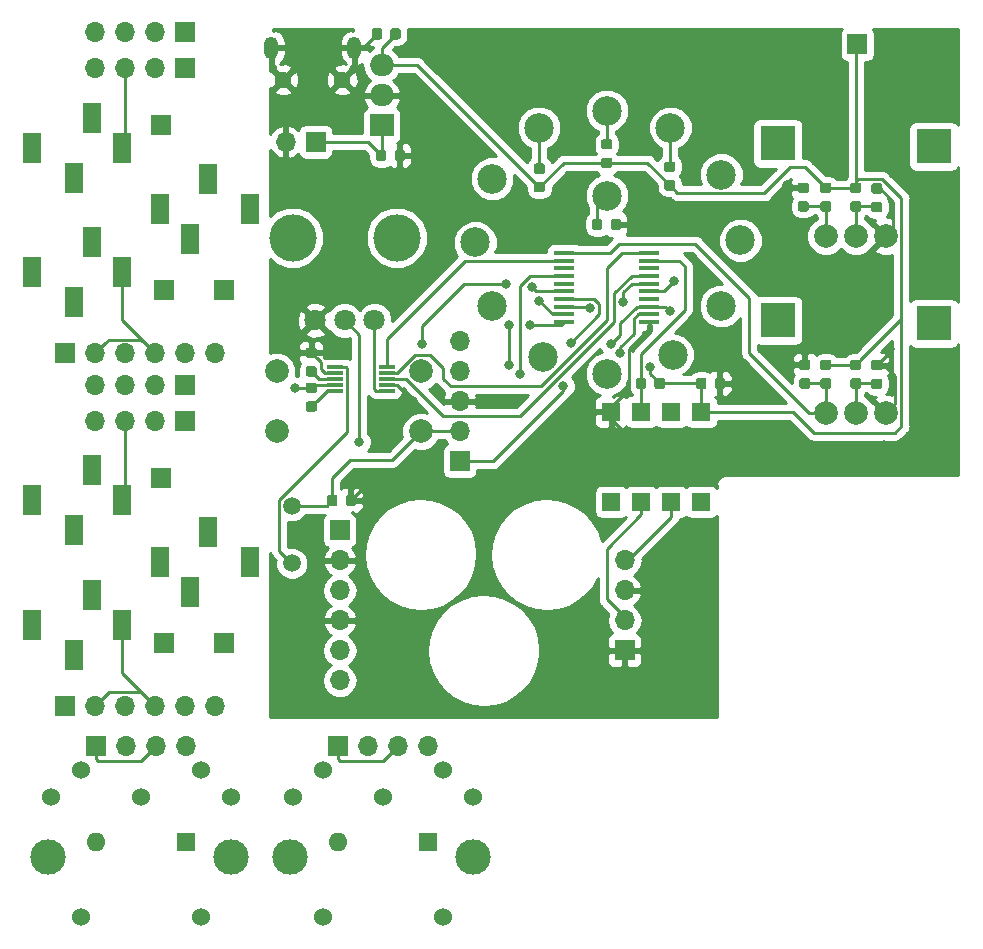
<source format=gbl>
G04 #@! TF.GenerationSoftware,KiCad,Pcbnew,(5.0.2)-1*
G04 #@! TF.CreationDate,2019-02-15T13:53:22+00:00*
G04 #@! TF.ProjectId,panel,70616e65-6c2e-46b6-9963-61645f706362,rev?*
G04 #@! TF.SameCoordinates,Original*
G04 #@! TF.FileFunction,Copper,L2,Bot*
G04 #@! TF.FilePolarity,Positive*
%FSLAX46Y46*%
G04 Gerber Fmt 4.6, Leading zero omitted, Abs format (unit mm)*
G04 Created by KiCad (PCBNEW (5.0.2)-1) date 15/02/2019 13:53:22*
%MOMM*%
%LPD*%
G01*
G04 APERTURE LIST*
G04 #@! TA.AperFunction,ComponentPad*
%ADD10R,1.700000X1.700000*%
G04 #@! TD*
G04 #@! TA.AperFunction,ComponentPad*
%ADD11O,1.700000X1.700000*%
G04 #@! TD*
G04 #@! TA.AperFunction,Conductor*
%ADD12C,0.100000*%
G04 #@! TD*
G04 #@! TA.AperFunction,SMDPad,CuDef*
%ADD13C,0.875000*%
G04 #@! TD*
G04 #@! TA.AperFunction,ComponentPad*
%ADD14C,2.500000*%
G04 #@! TD*
G04 #@! TA.AperFunction,ComponentPad*
%ADD15R,3.000000X3.000000*%
G04 #@! TD*
G04 #@! TA.AperFunction,ComponentPad*
%ADD16C,2.000000*%
G04 #@! TD*
G04 #@! TA.AperFunction,ComponentPad*
%ADD17C,1.500000*%
G04 #@! TD*
G04 #@! TA.AperFunction,ComponentPad*
%ADD18C,1.450000*%
G04 #@! TD*
G04 #@! TA.AperFunction,ComponentPad*
%ADD19O,1.200000X1.900000*%
G04 #@! TD*
G04 #@! TA.AperFunction,SMDPad,CuDef*
%ADD20R,1.750000X0.450000*%
G04 #@! TD*
G04 #@! TA.AperFunction,ComponentPad*
%ADD21C,1.800000*%
G04 #@! TD*
G04 #@! TA.AperFunction,WasherPad*
%ADD22C,4.000000*%
G04 #@! TD*
G04 #@! TA.AperFunction,SMDPad,CuDef*
%ADD23R,1.600000X1.600000*%
G04 #@! TD*
G04 #@! TA.AperFunction,ComponentPad*
%ADD24R,2.000000X1.905000*%
G04 #@! TD*
G04 #@! TA.AperFunction,ComponentPad*
%ADD25O,2.000000X1.905000*%
G04 #@! TD*
G04 #@! TA.AperFunction,SMDPad,CuDef*
%ADD26R,1.400000X0.300000*%
G04 #@! TD*
G04 #@! TA.AperFunction,ComponentPad*
%ADD27R,1.600000X1.600000*%
G04 #@! TD*
G04 #@! TA.AperFunction,ComponentPad*
%ADD28O,1.600000X1.600000*%
G04 #@! TD*
G04 #@! TA.AperFunction,ComponentPad*
%ADD29C,1.524000*%
G04 #@! TD*
G04 #@! TA.AperFunction,ComponentPad*
%ADD30C,3.000000*%
G04 #@! TD*
G04 #@! TA.AperFunction,ComponentPad*
%ADD31R,1.500000X2.500000*%
G04 #@! TD*
G04 #@! TA.AperFunction,ViaPad*
%ADD32C,0.800000*%
G04 #@! TD*
G04 #@! TA.AperFunction,Conductor*
%ADD33C,0.250000*%
G04 #@! TD*
G04 #@! TA.AperFunction,Conductor*
%ADD34C,0.254000*%
G04 #@! TD*
G04 APERTURE END LIST*
D10*
G04 #@! TO.P,J1,1*
G04 #@! TO.N,MCLR*
X116014500Y-87757000D03*
D11*
G04 #@! TO.P,J1,2*
G04 #@! TO.N,VDD*
X116014500Y-85217000D03*
G04 #@! TO.P,J1,3*
G04 #@! TO.N,BAT-*
X116014500Y-82677000D03*
G04 #@! TO.P,J1,4*
G04 #@! TO.N,PGD*
X116014500Y-80137000D03*
G04 #@! TO.P,J1,5*
G04 #@! TO.N,B2*
X116014500Y-77597000D03*
G04 #@! TD*
D12*
G04 #@! TO.N,VDD*
G04 #@! TO.C,4k1*
G36*
X149820191Y-64155553D02*
X149841426Y-64158703D01*
X149862250Y-64163919D01*
X149882462Y-64171151D01*
X149901868Y-64180330D01*
X149920281Y-64191366D01*
X149937524Y-64204154D01*
X149953430Y-64218570D01*
X149967846Y-64234476D01*
X149980634Y-64251719D01*
X149991670Y-64270132D01*
X150000849Y-64289538D01*
X150008081Y-64309750D01*
X150013297Y-64330574D01*
X150016447Y-64351809D01*
X150017500Y-64373250D01*
X150017500Y-64810750D01*
X150016447Y-64832191D01*
X150013297Y-64853426D01*
X150008081Y-64874250D01*
X150000849Y-64894462D01*
X149991670Y-64913868D01*
X149980634Y-64932281D01*
X149967846Y-64949524D01*
X149953430Y-64965430D01*
X149937524Y-64979846D01*
X149920281Y-64992634D01*
X149901868Y-65003670D01*
X149882462Y-65012849D01*
X149862250Y-65020081D01*
X149841426Y-65025297D01*
X149820191Y-65028447D01*
X149798750Y-65029500D01*
X149286250Y-65029500D01*
X149264809Y-65028447D01*
X149243574Y-65025297D01*
X149222750Y-65020081D01*
X149202538Y-65012849D01*
X149183132Y-65003670D01*
X149164719Y-64992634D01*
X149147476Y-64979846D01*
X149131570Y-64965430D01*
X149117154Y-64949524D01*
X149104366Y-64932281D01*
X149093330Y-64913868D01*
X149084151Y-64894462D01*
X149076919Y-64874250D01*
X149071703Y-64853426D01*
X149068553Y-64832191D01*
X149067500Y-64810750D01*
X149067500Y-64373250D01*
X149068553Y-64351809D01*
X149071703Y-64330574D01*
X149076919Y-64309750D01*
X149084151Y-64289538D01*
X149093330Y-64270132D01*
X149104366Y-64251719D01*
X149117154Y-64234476D01*
X149131570Y-64218570D01*
X149147476Y-64204154D01*
X149164719Y-64191366D01*
X149183132Y-64180330D01*
X149202538Y-64171151D01*
X149222750Y-64163919D01*
X149243574Y-64158703D01*
X149264809Y-64155553D01*
X149286250Y-64154500D01*
X149798750Y-64154500D01*
X149820191Y-64155553D01*
X149820191Y-64155553D01*
G37*
D13*
G04 #@! TD*
G04 #@! TO.P,4k1,2*
G04 #@! TO.N,VDD*
X149542500Y-64592000D03*
D12*
G04 #@! TO.N,B1*
G04 #@! TO.C,4k1*
G36*
X149820191Y-65730553D02*
X149841426Y-65733703D01*
X149862250Y-65738919D01*
X149882462Y-65746151D01*
X149901868Y-65755330D01*
X149920281Y-65766366D01*
X149937524Y-65779154D01*
X149953430Y-65793570D01*
X149967846Y-65809476D01*
X149980634Y-65826719D01*
X149991670Y-65845132D01*
X150000849Y-65864538D01*
X150008081Y-65884750D01*
X150013297Y-65905574D01*
X150016447Y-65926809D01*
X150017500Y-65948250D01*
X150017500Y-66385750D01*
X150016447Y-66407191D01*
X150013297Y-66428426D01*
X150008081Y-66449250D01*
X150000849Y-66469462D01*
X149991670Y-66488868D01*
X149980634Y-66507281D01*
X149967846Y-66524524D01*
X149953430Y-66540430D01*
X149937524Y-66554846D01*
X149920281Y-66567634D01*
X149901868Y-66578670D01*
X149882462Y-66587849D01*
X149862250Y-66595081D01*
X149841426Y-66600297D01*
X149820191Y-66603447D01*
X149798750Y-66604500D01*
X149286250Y-66604500D01*
X149264809Y-66603447D01*
X149243574Y-66600297D01*
X149222750Y-66595081D01*
X149202538Y-66587849D01*
X149183132Y-66578670D01*
X149164719Y-66567634D01*
X149147476Y-66554846D01*
X149131570Y-66540430D01*
X149117154Y-66524524D01*
X149104366Y-66507281D01*
X149093330Y-66488868D01*
X149084151Y-66469462D01*
X149076919Y-66449250D01*
X149071703Y-66428426D01*
X149068553Y-66407191D01*
X149067500Y-66385750D01*
X149067500Y-65948250D01*
X149068553Y-65926809D01*
X149071703Y-65905574D01*
X149076919Y-65884750D01*
X149084151Y-65864538D01*
X149093330Y-65845132D01*
X149104366Y-65826719D01*
X149117154Y-65809476D01*
X149131570Y-65793570D01*
X149147476Y-65779154D01*
X149164719Y-65766366D01*
X149183132Y-65755330D01*
X149202538Y-65746151D01*
X149222750Y-65738919D01*
X149243574Y-65733703D01*
X149264809Y-65730553D01*
X149286250Y-65729500D01*
X149798750Y-65729500D01*
X149820191Y-65730553D01*
X149820191Y-65730553D01*
G37*
D13*
G04 #@! TD*
G04 #@! TO.P,4k1,1*
G04 #@! TO.N,B1*
X149542500Y-66167000D03*
D12*
G04 #@! TO.N,B2*
G04 #@! TO.C,4k2*
G36*
X149820191Y-80716553D02*
X149841426Y-80719703D01*
X149862250Y-80724919D01*
X149882462Y-80732151D01*
X149901868Y-80741330D01*
X149920281Y-80752366D01*
X149937524Y-80765154D01*
X149953430Y-80779570D01*
X149967846Y-80795476D01*
X149980634Y-80812719D01*
X149991670Y-80831132D01*
X150000849Y-80850538D01*
X150008081Y-80870750D01*
X150013297Y-80891574D01*
X150016447Y-80912809D01*
X150017500Y-80934250D01*
X150017500Y-81371750D01*
X150016447Y-81393191D01*
X150013297Y-81414426D01*
X150008081Y-81435250D01*
X150000849Y-81455462D01*
X149991670Y-81474868D01*
X149980634Y-81493281D01*
X149967846Y-81510524D01*
X149953430Y-81526430D01*
X149937524Y-81540846D01*
X149920281Y-81553634D01*
X149901868Y-81564670D01*
X149882462Y-81573849D01*
X149862250Y-81581081D01*
X149841426Y-81586297D01*
X149820191Y-81589447D01*
X149798750Y-81590500D01*
X149286250Y-81590500D01*
X149264809Y-81589447D01*
X149243574Y-81586297D01*
X149222750Y-81581081D01*
X149202538Y-81573849D01*
X149183132Y-81564670D01*
X149164719Y-81553634D01*
X149147476Y-81540846D01*
X149131570Y-81526430D01*
X149117154Y-81510524D01*
X149104366Y-81493281D01*
X149093330Y-81474868D01*
X149084151Y-81455462D01*
X149076919Y-81435250D01*
X149071703Y-81414426D01*
X149068553Y-81393191D01*
X149067500Y-81371750D01*
X149067500Y-80934250D01*
X149068553Y-80912809D01*
X149071703Y-80891574D01*
X149076919Y-80870750D01*
X149084151Y-80850538D01*
X149093330Y-80831132D01*
X149104366Y-80812719D01*
X149117154Y-80795476D01*
X149131570Y-80779570D01*
X149147476Y-80765154D01*
X149164719Y-80752366D01*
X149183132Y-80741330D01*
X149202538Y-80732151D01*
X149222750Y-80724919D01*
X149243574Y-80719703D01*
X149264809Y-80716553D01*
X149286250Y-80715500D01*
X149798750Y-80715500D01*
X149820191Y-80716553D01*
X149820191Y-80716553D01*
G37*
D13*
G04 #@! TD*
G04 #@! TO.P,4k2,1*
G04 #@! TO.N,B2*
X149542500Y-81153000D03*
D12*
G04 #@! TO.N,VDD*
G04 #@! TO.C,4k2*
G36*
X149820191Y-79141553D02*
X149841426Y-79144703D01*
X149862250Y-79149919D01*
X149882462Y-79157151D01*
X149901868Y-79166330D01*
X149920281Y-79177366D01*
X149937524Y-79190154D01*
X149953430Y-79204570D01*
X149967846Y-79220476D01*
X149980634Y-79237719D01*
X149991670Y-79256132D01*
X150000849Y-79275538D01*
X150008081Y-79295750D01*
X150013297Y-79316574D01*
X150016447Y-79337809D01*
X150017500Y-79359250D01*
X150017500Y-79796750D01*
X150016447Y-79818191D01*
X150013297Y-79839426D01*
X150008081Y-79860250D01*
X150000849Y-79880462D01*
X149991670Y-79899868D01*
X149980634Y-79918281D01*
X149967846Y-79935524D01*
X149953430Y-79951430D01*
X149937524Y-79965846D01*
X149920281Y-79978634D01*
X149901868Y-79989670D01*
X149882462Y-79998849D01*
X149862250Y-80006081D01*
X149841426Y-80011297D01*
X149820191Y-80014447D01*
X149798750Y-80015500D01*
X149286250Y-80015500D01*
X149264809Y-80014447D01*
X149243574Y-80011297D01*
X149222750Y-80006081D01*
X149202538Y-79998849D01*
X149183132Y-79989670D01*
X149164719Y-79978634D01*
X149147476Y-79965846D01*
X149131570Y-79951430D01*
X149117154Y-79935524D01*
X149104366Y-79918281D01*
X149093330Y-79899868D01*
X149084151Y-79880462D01*
X149076919Y-79860250D01*
X149071703Y-79839426D01*
X149068553Y-79818191D01*
X149067500Y-79796750D01*
X149067500Y-79359250D01*
X149068553Y-79337809D01*
X149071703Y-79316574D01*
X149076919Y-79295750D01*
X149084151Y-79275538D01*
X149093330Y-79256132D01*
X149104366Y-79237719D01*
X149117154Y-79220476D01*
X149131570Y-79204570D01*
X149147476Y-79190154D01*
X149164719Y-79177366D01*
X149183132Y-79166330D01*
X149202538Y-79157151D01*
X149222750Y-79149919D01*
X149243574Y-79144703D01*
X149264809Y-79141553D01*
X149286250Y-79140500D01*
X149798750Y-79140500D01*
X149820191Y-79141553D01*
X149820191Y-79141553D01*
G37*
D13*
G04 #@! TD*
G04 #@! TO.P,4k2,2*
G04 #@! TO.N,VDD*
X149542500Y-79578000D03*
D12*
G04 #@! TO.N,A2*
G04 #@! TO.C,4k3*
G36*
X147280191Y-80716553D02*
X147301426Y-80719703D01*
X147322250Y-80724919D01*
X147342462Y-80732151D01*
X147361868Y-80741330D01*
X147380281Y-80752366D01*
X147397524Y-80765154D01*
X147413430Y-80779570D01*
X147427846Y-80795476D01*
X147440634Y-80812719D01*
X147451670Y-80831132D01*
X147460849Y-80850538D01*
X147468081Y-80870750D01*
X147473297Y-80891574D01*
X147476447Y-80912809D01*
X147477500Y-80934250D01*
X147477500Y-81371750D01*
X147476447Y-81393191D01*
X147473297Y-81414426D01*
X147468081Y-81435250D01*
X147460849Y-81455462D01*
X147451670Y-81474868D01*
X147440634Y-81493281D01*
X147427846Y-81510524D01*
X147413430Y-81526430D01*
X147397524Y-81540846D01*
X147380281Y-81553634D01*
X147361868Y-81564670D01*
X147342462Y-81573849D01*
X147322250Y-81581081D01*
X147301426Y-81586297D01*
X147280191Y-81589447D01*
X147258750Y-81590500D01*
X146746250Y-81590500D01*
X146724809Y-81589447D01*
X146703574Y-81586297D01*
X146682750Y-81581081D01*
X146662538Y-81573849D01*
X146643132Y-81564670D01*
X146624719Y-81553634D01*
X146607476Y-81540846D01*
X146591570Y-81526430D01*
X146577154Y-81510524D01*
X146564366Y-81493281D01*
X146553330Y-81474868D01*
X146544151Y-81455462D01*
X146536919Y-81435250D01*
X146531703Y-81414426D01*
X146528553Y-81393191D01*
X146527500Y-81371750D01*
X146527500Y-80934250D01*
X146528553Y-80912809D01*
X146531703Y-80891574D01*
X146536919Y-80870750D01*
X146544151Y-80850538D01*
X146553330Y-80831132D01*
X146564366Y-80812719D01*
X146577154Y-80795476D01*
X146591570Y-80779570D01*
X146607476Y-80765154D01*
X146624719Y-80752366D01*
X146643132Y-80741330D01*
X146662538Y-80732151D01*
X146682750Y-80724919D01*
X146703574Y-80719703D01*
X146724809Y-80716553D01*
X146746250Y-80715500D01*
X147258750Y-80715500D01*
X147280191Y-80716553D01*
X147280191Y-80716553D01*
G37*
D13*
G04 #@! TD*
G04 #@! TO.P,4k3,1*
G04 #@! TO.N,A2*
X147002500Y-81153000D03*
D12*
G04 #@! TO.N,VDD*
G04 #@! TO.C,4k3*
G36*
X147280191Y-79141553D02*
X147301426Y-79144703D01*
X147322250Y-79149919D01*
X147342462Y-79157151D01*
X147361868Y-79166330D01*
X147380281Y-79177366D01*
X147397524Y-79190154D01*
X147413430Y-79204570D01*
X147427846Y-79220476D01*
X147440634Y-79237719D01*
X147451670Y-79256132D01*
X147460849Y-79275538D01*
X147468081Y-79295750D01*
X147473297Y-79316574D01*
X147476447Y-79337809D01*
X147477500Y-79359250D01*
X147477500Y-79796750D01*
X147476447Y-79818191D01*
X147473297Y-79839426D01*
X147468081Y-79860250D01*
X147460849Y-79880462D01*
X147451670Y-79899868D01*
X147440634Y-79918281D01*
X147427846Y-79935524D01*
X147413430Y-79951430D01*
X147397524Y-79965846D01*
X147380281Y-79978634D01*
X147361868Y-79989670D01*
X147342462Y-79998849D01*
X147322250Y-80006081D01*
X147301426Y-80011297D01*
X147280191Y-80014447D01*
X147258750Y-80015500D01*
X146746250Y-80015500D01*
X146724809Y-80014447D01*
X146703574Y-80011297D01*
X146682750Y-80006081D01*
X146662538Y-79998849D01*
X146643132Y-79989670D01*
X146624719Y-79978634D01*
X146607476Y-79965846D01*
X146591570Y-79951430D01*
X146577154Y-79935524D01*
X146564366Y-79918281D01*
X146553330Y-79899868D01*
X146544151Y-79880462D01*
X146536919Y-79860250D01*
X146531703Y-79839426D01*
X146528553Y-79818191D01*
X146527500Y-79796750D01*
X146527500Y-79359250D01*
X146528553Y-79337809D01*
X146531703Y-79316574D01*
X146536919Y-79295750D01*
X146544151Y-79275538D01*
X146553330Y-79256132D01*
X146564366Y-79237719D01*
X146577154Y-79220476D01*
X146591570Y-79204570D01*
X146607476Y-79190154D01*
X146624719Y-79177366D01*
X146643132Y-79166330D01*
X146662538Y-79157151D01*
X146682750Y-79149919D01*
X146703574Y-79144703D01*
X146724809Y-79141553D01*
X146746250Y-79140500D01*
X147258750Y-79140500D01*
X147280191Y-79141553D01*
X147280191Y-79141553D01*
G37*
D13*
G04 #@! TD*
G04 #@! TO.P,4k3,2*
G04 #@! TO.N,VDD*
X147002500Y-79578000D03*
D12*
G04 #@! TO.N,A1*
G04 #@! TO.C,4k7*
G36*
X147280191Y-65730553D02*
X147301426Y-65733703D01*
X147322250Y-65738919D01*
X147342462Y-65746151D01*
X147361868Y-65755330D01*
X147380281Y-65766366D01*
X147397524Y-65779154D01*
X147413430Y-65793570D01*
X147427846Y-65809476D01*
X147440634Y-65826719D01*
X147451670Y-65845132D01*
X147460849Y-65864538D01*
X147468081Y-65884750D01*
X147473297Y-65905574D01*
X147476447Y-65926809D01*
X147477500Y-65948250D01*
X147477500Y-66385750D01*
X147476447Y-66407191D01*
X147473297Y-66428426D01*
X147468081Y-66449250D01*
X147460849Y-66469462D01*
X147451670Y-66488868D01*
X147440634Y-66507281D01*
X147427846Y-66524524D01*
X147413430Y-66540430D01*
X147397524Y-66554846D01*
X147380281Y-66567634D01*
X147361868Y-66578670D01*
X147342462Y-66587849D01*
X147322250Y-66595081D01*
X147301426Y-66600297D01*
X147280191Y-66603447D01*
X147258750Y-66604500D01*
X146746250Y-66604500D01*
X146724809Y-66603447D01*
X146703574Y-66600297D01*
X146682750Y-66595081D01*
X146662538Y-66587849D01*
X146643132Y-66578670D01*
X146624719Y-66567634D01*
X146607476Y-66554846D01*
X146591570Y-66540430D01*
X146577154Y-66524524D01*
X146564366Y-66507281D01*
X146553330Y-66488868D01*
X146544151Y-66469462D01*
X146536919Y-66449250D01*
X146531703Y-66428426D01*
X146528553Y-66407191D01*
X146527500Y-66385750D01*
X146527500Y-65948250D01*
X146528553Y-65926809D01*
X146531703Y-65905574D01*
X146536919Y-65884750D01*
X146544151Y-65864538D01*
X146553330Y-65845132D01*
X146564366Y-65826719D01*
X146577154Y-65809476D01*
X146591570Y-65793570D01*
X146607476Y-65779154D01*
X146624719Y-65766366D01*
X146643132Y-65755330D01*
X146662538Y-65746151D01*
X146682750Y-65738919D01*
X146703574Y-65733703D01*
X146724809Y-65730553D01*
X146746250Y-65729500D01*
X147258750Y-65729500D01*
X147280191Y-65730553D01*
X147280191Y-65730553D01*
G37*
D13*
G04 #@! TD*
G04 #@! TO.P,4k7,1*
G04 #@! TO.N,A1*
X147002500Y-66167000D03*
D12*
G04 #@! TO.N,VDD*
G04 #@! TO.C,4k7*
G36*
X147280191Y-64155553D02*
X147301426Y-64158703D01*
X147322250Y-64163919D01*
X147342462Y-64171151D01*
X147361868Y-64180330D01*
X147380281Y-64191366D01*
X147397524Y-64204154D01*
X147413430Y-64218570D01*
X147427846Y-64234476D01*
X147440634Y-64251719D01*
X147451670Y-64270132D01*
X147460849Y-64289538D01*
X147468081Y-64309750D01*
X147473297Y-64330574D01*
X147476447Y-64351809D01*
X147477500Y-64373250D01*
X147477500Y-64810750D01*
X147476447Y-64832191D01*
X147473297Y-64853426D01*
X147468081Y-64874250D01*
X147460849Y-64894462D01*
X147451670Y-64913868D01*
X147440634Y-64932281D01*
X147427846Y-64949524D01*
X147413430Y-64965430D01*
X147397524Y-64979846D01*
X147380281Y-64992634D01*
X147361868Y-65003670D01*
X147342462Y-65012849D01*
X147322250Y-65020081D01*
X147301426Y-65025297D01*
X147280191Y-65028447D01*
X147258750Y-65029500D01*
X146746250Y-65029500D01*
X146724809Y-65028447D01*
X146703574Y-65025297D01*
X146682750Y-65020081D01*
X146662538Y-65012849D01*
X146643132Y-65003670D01*
X146624719Y-64992634D01*
X146607476Y-64979846D01*
X146591570Y-64965430D01*
X146577154Y-64949524D01*
X146564366Y-64932281D01*
X146553330Y-64913868D01*
X146544151Y-64894462D01*
X146536919Y-64874250D01*
X146531703Y-64853426D01*
X146528553Y-64832191D01*
X146527500Y-64810750D01*
X146527500Y-64373250D01*
X146528553Y-64351809D01*
X146531703Y-64330574D01*
X146536919Y-64309750D01*
X146544151Y-64289538D01*
X146553330Y-64270132D01*
X146564366Y-64251719D01*
X146577154Y-64234476D01*
X146591570Y-64218570D01*
X146607476Y-64204154D01*
X146624719Y-64191366D01*
X146643132Y-64180330D01*
X146662538Y-64171151D01*
X146682750Y-64163919D01*
X146703574Y-64158703D01*
X146724809Y-64155553D01*
X146746250Y-64154500D01*
X147258750Y-64154500D01*
X147280191Y-64155553D01*
X147280191Y-64155553D01*
G37*
D13*
G04 #@! TD*
G04 #@! TO.P,4k7,2*
G04 #@! TO.N,VDD*
X147002500Y-64592000D03*
D12*
G04 #@! TO.N,VDD*
G04 #@! TO.C,C1*
G36*
X103719191Y-81097553D02*
X103740426Y-81100703D01*
X103761250Y-81105919D01*
X103781462Y-81113151D01*
X103800868Y-81122330D01*
X103819281Y-81133366D01*
X103836524Y-81146154D01*
X103852430Y-81160570D01*
X103866846Y-81176476D01*
X103879634Y-81193719D01*
X103890670Y-81212132D01*
X103899849Y-81231538D01*
X103907081Y-81251750D01*
X103912297Y-81272574D01*
X103915447Y-81293809D01*
X103916500Y-81315250D01*
X103916500Y-81752750D01*
X103915447Y-81774191D01*
X103912297Y-81795426D01*
X103907081Y-81816250D01*
X103899849Y-81836462D01*
X103890670Y-81855868D01*
X103879634Y-81874281D01*
X103866846Y-81891524D01*
X103852430Y-81907430D01*
X103836524Y-81921846D01*
X103819281Y-81934634D01*
X103800868Y-81945670D01*
X103781462Y-81954849D01*
X103761250Y-81962081D01*
X103740426Y-81967297D01*
X103719191Y-81970447D01*
X103697750Y-81971500D01*
X103185250Y-81971500D01*
X103163809Y-81970447D01*
X103142574Y-81967297D01*
X103121750Y-81962081D01*
X103101538Y-81954849D01*
X103082132Y-81945670D01*
X103063719Y-81934634D01*
X103046476Y-81921846D01*
X103030570Y-81907430D01*
X103016154Y-81891524D01*
X103003366Y-81874281D01*
X102992330Y-81855868D01*
X102983151Y-81836462D01*
X102975919Y-81816250D01*
X102970703Y-81795426D01*
X102967553Y-81774191D01*
X102966500Y-81752750D01*
X102966500Y-81315250D01*
X102967553Y-81293809D01*
X102970703Y-81272574D01*
X102975919Y-81251750D01*
X102983151Y-81231538D01*
X102992330Y-81212132D01*
X103003366Y-81193719D01*
X103016154Y-81176476D01*
X103030570Y-81160570D01*
X103046476Y-81146154D01*
X103063719Y-81133366D01*
X103082132Y-81122330D01*
X103101538Y-81113151D01*
X103121750Y-81105919D01*
X103142574Y-81100703D01*
X103163809Y-81097553D01*
X103185250Y-81096500D01*
X103697750Y-81096500D01*
X103719191Y-81097553D01*
X103719191Y-81097553D01*
G37*
D13*
G04 #@! TD*
G04 #@! TO.P,C1,2*
G04 #@! TO.N,VDD*
X103441500Y-81534000D03*
D12*
G04 #@! TO.N,Net-(C1-Pad1)*
G04 #@! TO.C,C1*
G36*
X103719191Y-82672553D02*
X103740426Y-82675703D01*
X103761250Y-82680919D01*
X103781462Y-82688151D01*
X103800868Y-82697330D01*
X103819281Y-82708366D01*
X103836524Y-82721154D01*
X103852430Y-82735570D01*
X103866846Y-82751476D01*
X103879634Y-82768719D01*
X103890670Y-82787132D01*
X103899849Y-82806538D01*
X103907081Y-82826750D01*
X103912297Y-82847574D01*
X103915447Y-82868809D01*
X103916500Y-82890250D01*
X103916500Y-83327750D01*
X103915447Y-83349191D01*
X103912297Y-83370426D01*
X103907081Y-83391250D01*
X103899849Y-83411462D01*
X103890670Y-83430868D01*
X103879634Y-83449281D01*
X103866846Y-83466524D01*
X103852430Y-83482430D01*
X103836524Y-83496846D01*
X103819281Y-83509634D01*
X103800868Y-83520670D01*
X103781462Y-83529849D01*
X103761250Y-83537081D01*
X103740426Y-83542297D01*
X103719191Y-83545447D01*
X103697750Y-83546500D01*
X103185250Y-83546500D01*
X103163809Y-83545447D01*
X103142574Y-83542297D01*
X103121750Y-83537081D01*
X103101538Y-83529849D01*
X103082132Y-83520670D01*
X103063719Y-83509634D01*
X103046476Y-83496846D01*
X103030570Y-83482430D01*
X103016154Y-83466524D01*
X103003366Y-83449281D01*
X102992330Y-83430868D01*
X102983151Y-83411462D01*
X102975919Y-83391250D01*
X102970703Y-83370426D01*
X102967553Y-83349191D01*
X102966500Y-83327750D01*
X102966500Y-82890250D01*
X102967553Y-82868809D01*
X102970703Y-82847574D01*
X102975919Y-82826750D01*
X102983151Y-82806538D01*
X102992330Y-82787132D01*
X103003366Y-82768719D01*
X103016154Y-82751476D01*
X103030570Y-82735570D01*
X103046476Y-82721154D01*
X103063719Y-82708366D01*
X103082132Y-82697330D01*
X103101538Y-82688151D01*
X103121750Y-82680919D01*
X103142574Y-82675703D01*
X103163809Y-82672553D01*
X103185250Y-82671500D01*
X103697750Y-82671500D01*
X103719191Y-82672553D01*
X103719191Y-82672553D01*
G37*
D13*
G04 #@! TD*
G04 #@! TO.P,C1,1*
G04 #@! TO.N,Net-(C1-Pad1)*
X103441500Y-83109000D03*
D12*
G04 #@! TO.N,Net-(C2-Pad1)*
G04 #@! TO.C,C2*
G36*
X103719191Y-79700553D02*
X103740426Y-79703703D01*
X103761250Y-79708919D01*
X103781462Y-79716151D01*
X103800868Y-79725330D01*
X103819281Y-79736366D01*
X103836524Y-79749154D01*
X103852430Y-79763570D01*
X103866846Y-79779476D01*
X103879634Y-79796719D01*
X103890670Y-79815132D01*
X103899849Y-79834538D01*
X103907081Y-79854750D01*
X103912297Y-79875574D01*
X103915447Y-79896809D01*
X103916500Y-79918250D01*
X103916500Y-80355750D01*
X103915447Y-80377191D01*
X103912297Y-80398426D01*
X103907081Y-80419250D01*
X103899849Y-80439462D01*
X103890670Y-80458868D01*
X103879634Y-80477281D01*
X103866846Y-80494524D01*
X103852430Y-80510430D01*
X103836524Y-80524846D01*
X103819281Y-80537634D01*
X103800868Y-80548670D01*
X103781462Y-80557849D01*
X103761250Y-80565081D01*
X103740426Y-80570297D01*
X103719191Y-80573447D01*
X103697750Y-80574500D01*
X103185250Y-80574500D01*
X103163809Y-80573447D01*
X103142574Y-80570297D01*
X103121750Y-80565081D01*
X103101538Y-80557849D01*
X103082132Y-80548670D01*
X103063719Y-80537634D01*
X103046476Y-80524846D01*
X103030570Y-80510430D01*
X103016154Y-80494524D01*
X103003366Y-80477281D01*
X102992330Y-80458868D01*
X102983151Y-80439462D01*
X102975919Y-80419250D01*
X102970703Y-80398426D01*
X102967553Y-80377191D01*
X102966500Y-80355750D01*
X102966500Y-79918250D01*
X102967553Y-79896809D01*
X102970703Y-79875574D01*
X102975919Y-79854750D01*
X102983151Y-79834538D01*
X102992330Y-79815132D01*
X103003366Y-79796719D01*
X103016154Y-79779476D01*
X103030570Y-79763570D01*
X103046476Y-79749154D01*
X103063719Y-79736366D01*
X103082132Y-79725330D01*
X103101538Y-79716151D01*
X103121750Y-79708919D01*
X103142574Y-79703703D01*
X103163809Y-79700553D01*
X103185250Y-79699500D01*
X103697750Y-79699500D01*
X103719191Y-79700553D01*
X103719191Y-79700553D01*
G37*
D13*
G04 #@! TD*
G04 #@! TO.P,C2,1*
G04 #@! TO.N,Net-(C2-Pad1)*
X103441500Y-80137000D03*
D12*
G04 #@! TO.N,BAT-*
G04 #@! TO.C,C2*
G36*
X103719191Y-78125553D02*
X103740426Y-78128703D01*
X103761250Y-78133919D01*
X103781462Y-78141151D01*
X103800868Y-78150330D01*
X103819281Y-78161366D01*
X103836524Y-78174154D01*
X103852430Y-78188570D01*
X103866846Y-78204476D01*
X103879634Y-78221719D01*
X103890670Y-78240132D01*
X103899849Y-78259538D01*
X103907081Y-78279750D01*
X103912297Y-78300574D01*
X103915447Y-78321809D01*
X103916500Y-78343250D01*
X103916500Y-78780750D01*
X103915447Y-78802191D01*
X103912297Y-78823426D01*
X103907081Y-78844250D01*
X103899849Y-78864462D01*
X103890670Y-78883868D01*
X103879634Y-78902281D01*
X103866846Y-78919524D01*
X103852430Y-78935430D01*
X103836524Y-78949846D01*
X103819281Y-78962634D01*
X103800868Y-78973670D01*
X103781462Y-78982849D01*
X103761250Y-78990081D01*
X103740426Y-78995297D01*
X103719191Y-78998447D01*
X103697750Y-78999500D01*
X103185250Y-78999500D01*
X103163809Y-78998447D01*
X103142574Y-78995297D01*
X103121750Y-78990081D01*
X103101538Y-78982849D01*
X103082132Y-78973670D01*
X103063719Y-78962634D01*
X103046476Y-78949846D01*
X103030570Y-78935430D01*
X103016154Y-78919524D01*
X103003366Y-78902281D01*
X102992330Y-78883868D01*
X102983151Y-78864462D01*
X102975919Y-78844250D01*
X102970703Y-78823426D01*
X102967553Y-78802191D01*
X102966500Y-78780750D01*
X102966500Y-78343250D01*
X102967553Y-78321809D01*
X102970703Y-78300574D01*
X102975919Y-78279750D01*
X102983151Y-78259538D01*
X102992330Y-78240132D01*
X103003366Y-78221719D01*
X103016154Y-78204476D01*
X103030570Y-78188570D01*
X103046476Y-78174154D01*
X103063719Y-78161366D01*
X103082132Y-78150330D01*
X103101538Y-78141151D01*
X103121750Y-78133919D01*
X103142574Y-78128703D01*
X103163809Y-78125553D01*
X103185250Y-78124500D01*
X103697750Y-78124500D01*
X103719191Y-78125553D01*
X103719191Y-78125553D01*
G37*
D13*
G04 #@! TD*
G04 #@! TO.P,C2,2*
G04 #@! TO.N,BAT-*
X103441500Y-78562000D03*
D12*
G04 #@! TO.N,BAT-*
G04 #@! TO.C,C3*
G36*
X107034691Y-90585053D02*
X107055926Y-90588203D01*
X107076750Y-90593419D01*
X107096962Y-90600651D01*
X107116368Y-90609830D01*
X107134781Y-90620866D01*
X107152024Y-90633654D01*
X107167930Y-90648070D01*
X107182346Y-90663976D01*
X107195134Y-90681219D01*
X107206170Y-90699632D01*
X107215349Y-90719038D01*
X107222581Y-90739250D01*
X107227797Y-90760074D01*
X107230947Y-90781309D01*
X107232000Y-90802750D01*
X107232000Y-91315250D01*
X107230947Y-91336691D01*
X107227797Y-91357926D01*
X107222581Y-91378750D01*
X107215349Y-91398962D01*
X107206170Y-91418368D01*
X107195134Y-91436781D01*
X107182346Y-91454024D01*
X107167930Y-91469930D01*
X107152024Y-91484346D01*
X107134781Y-91497134D01*
X107116368Y-91508170D01*
X107096962Y-91517349D01*
X107076750Y-91524581D01*
X107055926Y-91529797D01*
X107034691Y-91532947D01*
X107013250Y-91534000D01*
X106575750Y-91534000D01*
X106554309Y-91532947D01*
X106533074Y-91529797D01*
X106512250Y-91524581D01*
X106492038Y-91517349D01*
X106472632Y-91508170D01*
X106454219Y-91497134D01*
X106436976Y-91484346D01*
X106421070Y-91469930D01*
X106406654Y-91454024D01*
X106393866Y-91436781D01*
X106382830Y-91418368D01*
X106373651Y-91398962D01*
X106366419Y-91378750D01*
X106361203Y-91357926D01*
X106358053Y-91336691D01*
X106357000Y-91315250D01*
X106357000Y-90802750D01*
X106358053Y-90781309D01*
X106361203Y-90760074D01*
X106366419Y-90739250D01*
X106373651Y-90719038D01*
X106382830Y-90699632D01*
X106393866Y-90681219D01*
X106406654Y-90663976D01*
X106421070Y-90648070D01*
X106436976Y-90633654D01*
X106454219Y-90620866D01*
X106472632Y-90609830D01*
X106492038Y-90600651D01*
X106512250Y-90593419D01*
X106533074Y-90588203D01*
X106554309Y-90585053D01*
X106575750Y-90584000D01*
X107013250Y-90584000D01*
X107034691Y-90585053D01*
X107034691Y-90585053D01*
G37*
D13*
G04 #@! TD*
G04 #@! TO.P,C3,1*
G04 #@! TO.N,BAT-*
X106794500Y-91059000D03*
D12*
G04 #@! TO.N,VDD*
G04 #@! TO.C,C3*
G36*
X105459691Y-90585053D02*
X105480926Y-90588203D01*
X105501750Y-90593419D01*
X105521962Y-90600651D01*
X105541368Y-90609830D01*
X105559781Y-90620866D01*
X105577024Y-90633654D01*
X105592930Y-90648070D01*
X105607346Y-90663976D01*
X105620134Y-90681219D01*
X105631170Y-90699632D01*
X105640349Y-90719038D01*
X105647581Y-90739250D01*
X105652797Y-90760074D01*
X105655947Y-90781309D01*
X105657000Y-90802750D01*
X105657000Y-91315250D01*
X105655947Y-91336691D01*
X105652797Y-91357926D01*
X105647581Y-91378750D01*
X105640349Y-91398962D01*
X105631170Y-91418368D01*
X105620134Y-91436781D01*
X105607346Y-91454024D01*
X105592930Y-91469930D01*
X105577024Y-91484346D01*
X105559781Y-91497134D01*
X105541368Y-91508170D01*
X105521962Y-91517349D01*
X105501750Y-91524581D01*
X105480926Y-91529797D01*
X105459691Y-91532947D01*
X105438250Y-91534000D01*
X105000750Y-91534000D01*
X104979309Y-91532947D01*
X104958074Y-91529797D01*
X104937250Y-91524581D01*
X104917038Y-91517349D01*
X104897632Y-91508170D01*
X104879219Y-91497134D01*
X104861976Y-91484346D01*
X104846070Y-91469930D01*
X104831654Y-91454024D01*
X104818866Y-91436781D01*
X104807830Y-91418368D01*
X104798651Y-91398962D01*
X104791419Y-91378750D01*
X104786203Y-91357926D01*
X104783053Y-91336691D01*
X104782000Y-91315250D01*
X104782000Y-90802750D01*
X104783053Y-90781309D01*
X104786203Y-90760074D01*
X104791419Y-90739250D01*
X104798651Y-90719038D01*
X104807830Y-90699632D01*
X104818866Y-90681219D01*
X104831654Y-90663976D01*
X104846070Y-90648070D01*
X104861976Y-90633654D01*
X104879219Y-90620866D01*
X104897632Y-90609830D01*
X104917038Y-90600651D01*
X104937250Y-90593419D01*
X104958074Y-90588203D01*
X104979309Y-90585053D01*
X105000750Y-90584000D01*
X105438250Y-90584000D01*
X105459691Y-90585053D01*
X105459691Y-90585053D01*
G37*
D13*
G04 #@! TD*
G04 #@! TO.P,C3,2*
G04 #@! TO.N,VDD*
X105219500Y-91059000D03*
D12*
G04 #@! TO.N,B1*
G04 #@! TO.C,C6*
G36*
X151598191Y-65781553D02*
X151619426Y-65784703D01*
X151640250Y-65789919D01*
X151660462Y-65797151D01*
X151679868Y-65806330D01*
X151698281Y-65817366D01*
X151715524Y-65830154D01*
X151731430Y-65844570D01*
X151745846Y-65860476D01*
X151758634Y-65877719D01*
X151769670Y-65896132D01*
X151778849Y-65915538D01*
X151786081Y-65935750D01*
X151791297Y-65956574D01*
X151794447Y-65977809D01*
X151795500Y-65999250D01*
X151795500Y-66436750D01*
X151794447Y-66458191D01*
X151791297Y-66479426D01*
X151786081Y-66500250D01*
X151778849Y-66520462D01*
X151769670Y-66539868D01*
X151758634Y-66558281D01*
X151745846Y-66575524D01*
X151731430Y-66591430D01*
X151715524Y-66605846D01*
X151698281Y-66618634D01*
X151679868Y-66629670D01*
X151660462Y-66638849D01*
X151640250Y-66646081D01*
X151619426Y-66651297D01*
X151598191Y-66654447D01*
X151576750Y-66655500D01*
X151064250Y-66655500D01*
X151042809Y-66654447D01*
X151021574Y-66651297D01*
X151000750Y-66646081D01*
X150980538Y-66638849D01*
X150961132Y-66629670D01*
X150942719Y-66618634D01*
X150925476Y-66605846D01*
X150909570Y-66591430D01*
X150895154Y-66575524D01*
X150882366Y-66558281D01*
X150871330Y-66539868D01*
X150862151Y-66520462D01*
X150854919Y-66500250D01*
X150849703Y-66479426D01*
X150846553Y-66458191D01*
X150845500Y-66436750D01*
X150845500Y-65999250D01*
X150846553Y-65977809D01*
X150849703Y-65956574D01*
X150854919Y-65935750D01*
X150862151Y-65915538D01*
X150871330Y-65896132D01*
X150882366Y-65877719D01*
X150895154Y-65860476D01*
X150909570Y-65844570D01*
X150925476Y-65830154D01*
X150942719Y-65817366D01*
X150961132Y-65806330D01*
X150980538Y-65797151D01*
X151000750Y-65789919D01*
X151021574Y-65784703D01*
X151042809Y-65781553D01*
X151064250Y-65780500D01*
X151576750Y-65780500D01*
X151598191Y-65781553D01*
X151598191Y-65781553D01*
G37*
D13*
G04 #@! TD*
G04 #@! TO.P,C6,2*
G04 #@! TO.N,B1*
X151320500Y-66218000D03*
D12*
G04 #@! TO.N,BAT-*
G04 #@! TO.C,C6*
G36*
X151598191Y-64206553D02*
X151619426Y-64209703D01*
X151640250Y-64214919D01*
X151660462Y-64222151D01*
X151679868Y-64231330D01*
X151698281Y-64242366D01*
X151715524Y-64255154D01*
X151731430Y-64269570D01*
X151745846Y-64285476D01*
X151758634Y-64302719D01*
X151769670Y-64321132D01*
X151778849Y-64340538D01*
X151786081Y-64360750D01*
X151791297Y-64381574D01*
X151794447Y-64402809D01*
X151795500Y-64424250D01*
X151795500Y-64861750D01*
X151794447Y-64883191D01*
X151791297Y-64904426D01*
X151786081Y-64925250D01*
X151778849Y-64945462D01*
X151769670Y-64964868D01*
X151758634Y-64983281D01*
X151745846Y-65000524D01*
X151731430Y-65016430D01*
X151715524Y-65030846D01*
X151698281Y-65043634D01*
X151679868Y-65054670D01*
X151660462Y-65063849D01*
X151640250Y-65071081D01*
X151619426Y-65076297D01*
X151598191Y-65079447D01*
X151576750Y-65080500D01*
X151064250Y-65080500D01*
X151042809Y-65079447D01*
X151021574Y-65076297D01*
X151000750Y-65071081D01*
X150980538Y-65063849D01*
X150961132Y-65054670D01*
X150942719Y-65043634D01*
X150925476Y-65030846D01*
X150909570Y-65016430D01*
X150895154Y-65000524D01*
X150882366Y-64983281D01*
X150871330Y-64964868D01*
X150862151Y-64945462D01*
X150854919Y-64925250D01*
X150849703Y-64904426D01*
X150846553Y-64883191D01*
X150845500Y-64861750D01*
X150845500Y-64424250D01*
X150846553Y-64402809D01*
X150849703Y-64381574D01*
X150854919Y-64360750D01*
X150862151Y-64340538D01*
X150871330Y-64321132D01*
X150882366Y-64302719D01*
X150895154Y-64285476D01*
X150909570Y-64269570D01*
X150925476Y-64255154D01*
X150942719Y-64242366D01*
X150961132Y-64231330D01*
X150980538Y-64222151D01*
X151000750Y-64214919D01*
X151021574Y-64209703D01*
X151042809Y-64206553D01*
X151064250Y-64205500D01*
X151576750Y-64205500D01*
X151598191Y-64206553D01*
X151598191Y-64206553D01*
G37*
D13*
G04 #@! TD*
G04 #@! TO.P,C6,1*
G04 #@! TO.N,BAT-*
X151320500Y-64643000D03*
D12*
G04 #@! TO.N,A1*
G04 #@! TO.C,C7*
G36*
X145375191Y-65730553D02*
X145396426Y-65733703D01*
X145417250Y-65738919D01*
X145437462Y-65746151D01*
X145456868Y-65755330D01*
X145475281Y-65766366D01*
X145492524Y-65779154D01*
X145508430Y-65793570D01*
X145522846Y-65809476D01*
X145535634Y-65826719D01*
X145546670Y-65845132D01*
X145555849Y-65864538D01*
X145563081Y-65884750D01*
X145568297Y-65905574D01*
X145571447Y-65926809D01*
X145572500Y-65948250D01*
X145572500Y-66385750D01*
X145571447Y-66407191D01*
X145568297Y-66428426D01*
X145563081Y-66449250D01*
X145555849Y-66469462D01*
X145546670Y-66488868D01*
X145535634Y-66507281D01*
X145522846Y-66524524D01*
X145508430Y-66540430D01*
X145492524Y-66554846D01*
X145475281Y-66567634D01*
X145456868Y-66578670D01*
X145437462Y-66587849D01*
X145417250Y-66595081D01*
X145396426Y-66600297D01*
X145375191Y-66603447D01*
X145353750Y-66604500D01*
X144841250Y-66604500D01*
X144819809Y-66603447D01*
X144798574Y-66600297D01*
X144777750Y-66595081D01*
X144757538Y-66587849D01*
X144738132Y-66578670D01*
X144719719Y-66567634D01*
X144702476Y-66554846D01*
X144686570Y-66540430D01*
X144672154Y-66524524D01*
X144659366Y-66507281D01*
X144648330Y-66488868D01*
X144639151Y-66469462D01*
X144631919Y-66449250D01*
X144626703Y-66428426D01*
X144623553Y-66407191D01*
X144622500Y-66385750D01*
X144622500Y-65948250D01*
X144623553Y-65926809D01*
X144626703Y-65905574D01*
X144631919Y-65884750D01*
X144639151Y-65864538D01*
X144648330Y-65845132D01*
X144659366Y-65826719D01*
X144672154Y-65809476D01*
X144686570Y-65793570D01*
X144702476Y-65779154D01*
X144719719Y-65766366D01*
X144738132Y-65755330D01*
X144757538Y-65746151D01*
X144777750Y-65738919D01*
X144798574Y-65733703D01*
X144819809Y-65730553D01*
X144841250Y-65729500D01*
X145353750Y-65729500D01*
X145375191Y-65730553D01*
X145375191Y-65730553D01*
G37*
D13*
G04 #@! TD*
G04 #@! TO.P,C7,1*
G04 #@! TO.N,A1*
X145097500Y-66167000D03*
D12*
G04 #@! TO.N,BAT-*
G04 #@! TO.C,C7*
G36*
X145375191Y-64155553D02*
X145396426Y-64158703D01*
X145417250Y-64163919D01*
X145437462Y-64171151D01*
X145456868Y-64180330D01*
X145475281Y-64191366D01*
X145492524Y-64204154D01*
X145508430Y-64218570D01*
X145522846Y-64234476D01*
X145535634Y-64251719D01*
X145546670Y-64270132D01*
X145555849Y-64289538D01*
X145563081Y-64309750D01*
X145568297Y-64330574D01*
X145571447Y-64351809D01*
X145572500Y-64373250D01*
X145572500Y-64810750D01*
X145571447Y-64832191D01*
X145568297Y-64853426D01*
X145563081Y-64874250D01*
X145555849Y-64894462D01*
X145546670Y-64913868D01*
X145535634Y-64932281D01*
X145522846Y-64949524D01*
X145508430Y-64965430D01*
X145492524Y-64979846D01*
X145475281Y-64992634D01*
X145456868Y-65003670D01*
X145437462Y-65012849D01*
X145417250Y-65020081D01*
X145396426Y-65025297D01*
X145375191Y-65028447D01*
X145353750Y-65029500D01*
X144841250Y-65029500D01*
X144819809Y-65028447D01*
X144798574Y-65025297D01*
X144777750Y-65020081D01*
X144757538Y-65012849D01*
X144738132Y-65003670D01*
X144719719Y-64992634D01*
X144702476Y-64979846D01*
X144686570Y-64965430D01*
X144672154Y-64949524D01*
X144659366Y-64932281D01*
X144648330Y-64913868D01*
X144639151Y-64894462D01*
X144631919Y-64874250D01*
X144626703Y-64853426D01*
X144623553Y-64832191D01*
X144622500Y-64810750D01*
X144622500Y-64373250D01*
X144623553Y-64351809D01*
X144626703Y-64330574D01*
X144631919Y-64309750D01*
X144639151Y-64289538D01*
X144648330Y-64270132D01*
X144659366Y-64251719D01*
X144672154Y-64234476D01*
X144686570Y-64218570D01*
X144702476Y-64204154D01*
X144719719Y-64191366D01*
X144738132Y-64180330D01*
X144757538Y-64171151D01*
X144777750Y-64163919D01*
X144798574Y-64158703D01*
X144819809Y-64155553D01*
X144841250Y-64154500D01*
X145353750Y-64154500D01*
X145375191Y-64155553D01*
X145375191Y-64155553D01*
G37*
D13*
G04 #@! TD*
G04 #@! TO.P,C7,2*
G04 #@! TO.N,BAT-*
X145097500Y-64592000D03*
D12*
G04 #@! TO.N,B2*
G04 #@! TO.C,C8*
G36*
X151598191Y-80742053D02*
X151619426Y-80745203D01*
X151640250Y-80750419D01*
X151660462Y-80757651D01*
X151679868Y-80766830D01*
X151698281Y-80777866D01*
X151715524Y-80790654D01*
X151731430Y-80805070D01*
X151745846Y-80820976D01*
X151758634Y-80838219D01*
X151769670Y-80856632D01*
X151778849Y-80876038D01*
X151786081Y-80896250D01*
X151791297Y-80917074D01*
X151794447Y-80938309D01*
X151795500Y-80959750D01*
X151795500Y-81397250D01*
X151794447Y-81418691D01*
X151791297Y-81439926D01*
X151786081Y-81460750D01*
X151778849Y-81480962D01*
X151769670Y-81500368D01*
X151758634Y-81518781D01*
X151745846Y-81536024D01*
X151731430Y-81551930D01*
X151715524Y-81566346D01*
X151698281Y-81579134D01*
X151679868Y-81590170D01*
X151660462Y-81599349D01*
X151640250Y-81606581D01*
X151619426Y-81611797D01*
X151598191Y-81614947D01*
X151576750Y-81616000D01*
X151064250Y-81616000D01*
X151042809Y-81614947D01*
X151021574Y-81611797D01*
X151000750Y-81606581D01*
X150980538Y-81599349D01*
X150961132Y-81590170D01*
X150942719Y-81579134D01*
X150925476Y-81566346D01*
X150909570Y-81551930D01*
X150895154Y-81536024D01*
X150882366Y-81518781D01*
X150871330Y-81500368D01*
X150862151Y-81480962D01*
X150854919Y-81460750D01*
X150849703Y-81439926D01*
X150846553Y-81418691D01*
X150845500Y-81397250D01*
X150845500Y-80959750D01*
X150846553Y-80938309D01*
X150849703Y-80917074D01*
X150854919Y-80896250D01*
X150862151Y-80876038D01*
X150871330Y-80856632D01*
X150882366Y-80838219D01*
X150895154Y-80820976D01*
X150909570Y-80805070D01*
X150925476Y-80790654D01*
X150942719Y-80777866D01*
X150961132Y-80766830D01*
X150980538Y-80757651D01*
X151000750Y-80750419D01*
X151021574Y-80745203D01*
X151042809Y-80742053D01*
X151064250Y-80741000D01*
X151576750Y-80741000D01*
X151598191Y-80742053D01*
X151598191Y-80742053D01*
G37*
D13*
G04 #@! TD*
G04 #@! TO.P,C8,2*
G04 #@! TO.N,B2*
X151320500Y-81178500D03*
D12*
G04 #@! TO.N,BAT-*
G04 #@! TO.C,C8*
G36*
X151598191Y-79167053D02*
X151619426Y-79170203D01*
X151640250Y-79175419D01*
X151660462Y-79182651D01*
X151679868Y-79191830D01*
X151698281Y-79202866D01*
X151715524Y-79215654D01*
X151731430Y-79230070D01*
X151745846Y-79245976D01*
X151758634Y-79263219D01*
X151769670Y-79281632D01*
X151778849Y-79301038D01*
X151786081Y-79321250D01*
X151791297Y-79342074D01*
X151794447Y-79363309D01*
X151795500Y-79384750D01*
X151795500Y-79822250D01*
X151794447Y-79843691D01*
X151791297Y-79864926D01*
X151786081Y-79885750D01*
X151778849Y-79905962D01*
X151769670Y-79925368D01*
X151758634Y-79943781D01*
X151745846Y-79961024D01*
X151731430Y-79976930D01*
X151715524Y-79991346D01*
X151698281Y-80004134D01*
X151679868Y-80015170D01*
X151660462Y-80024349D01*
X151640250Y-80031581D01*
X151619426Y-80036797D01*
X151598191Y-80039947D01*
X151576750Y-80041000D01*
X151064250Y-80041000D01*
X151042809Y-80039947D01*
X151021574Y-80036797D01*
X151000750Y-80031581D01*
X150980538Y-80024349D01*
X150961132Y-80015170D01*
X150942719Y-80004134D01*
X150925476Y-79991346D01*
X150909570Y-79976930D01*
X150895154Y-79961024D01*
X150882366Y-79943781D01*
X150871330Y-79925368D01*
X150862151Y-79905962D01*
X150854919Y-79885750D01*
X150849703Y-79864926D01*
X150846553Y-79843691D01*
X150845500Y-79822250D01*
X150845500Y-79384750D01*
X150846553Y-79363309D01*
X150849703Y-79342074D01*
X150854919Y-79321250D01*
X150862151Y-79301038D01*
X150871330Y-79281632D01*
X150882366Y-79263219D01*
X150895154Y-79245976D01*
X150909570Y-79230070D01*
X150925476Y-79215654D01*
X150942719Y-79202866D01*
X150961132Y-79191830D01*
X150980538Y-79182651D01*
X151000750Y-79175419D01*
X151021574Y-79170203D01*
X151042809Y-79167053D01*
X151064250Y-79166000D01*
X151576750Y-79166000D01*
X151598191Y-79167053D01*
X151598191Y-79167053D01*
G37*
D13*
G04 #@! TD*
G04 #@! TO.P,C8,1*
G04 #@! TO.N,BAT-*
X151320500Y-79603500D03*
D12*
G04 #@! TO.N,A2*
G04 #@! TO.C,C9*
G36*
X145502191Y-80716553D02*
X145523426Y-80719703D01*
X145544250Y-80724919D01*
X145564462Y-80732151D01*
X145583868Y-80741330D01*
X145602281Y-80752366D01*
X145619524Y-80765154D01*
X145635430Y-80779570D01*
X145649846Y-80795476D01*
X145662634Y-80812719D01*
X145673670Y-80831132D01*
X145682849Y-80850538D01*
X145690081Y-80870750D01*
X145695297Y-80891574D01*
X145698447Y-80912809D01*
X145699500Y-80934250D01*
X145699500Y-81371750D01*
X145698447Y-81393191D01*
X145695297Y-81414426D01*
X145690081Y-81435250D01*
X145682849Y-81455462D01*
X145673670Y-81474868D01*
X145662634Y-81493281D01*
X145649846Y-81510524D01*
X145635430Y-81526430D01*
X145619524Y-81540846D01*
X145602281Y-81553634D01*
X145583868Y-81564670D01*
X145564462Y-81573849D01*
X145544250Y-81581081D01*
X145523426Y-81586297D01*
X145502191Y-81589447D01*
X145480750Y-81590500D01*
X144968250Y-81590500D01*
X144946809Y-81589447D01*
X144925574Y-81586297D01*
X144904750Y-81581081D01*
X144884538Y-81573849D01*
X144865132Y-81564670D01*
X144846719Y-81553634D01*
X144829476Y-81540846D01*
X144813570Y-81526430D01*
X144799154Y-81510524D01*
X144786366Y-81493281D01*
X144775330Y-81474868D01*
X144766151Y-81455462D01*
X144758919Y-81435250D01*
X144753703Y-81414426D01*
X144750553Y-81393191D01*
X144749500Y-81371750D01*
X144749500Y-80934250D01*
X144750553Y-80912809D01*
X144753703Y-80891574D01*
X144758919Y-80870750D01*
X144766151Y-80850538D01*
X144775330Y-80831132D01*
X144786366Y-80812719D01*
X144799154Y-80795476D01*
X144813570Y-80779570D01*
X144829476Y-80765154D01*
X144846719Y-80752366D01*
X144865132Y-80741330D01*
X144884538Y-80732151D01*
X144904750Y-80724919D01*
X144925574Y-80719703D01*
X144946809Y-80716553D01*
X144968250Y-80715500D01*
X145480750Y-80715500D01*
X145502191Y-80716553D01*
X145502191Y-80716553D01*
G37*
D13*
G04 #@! TD*
G04 #@! TO.P,C9,1*
G04 #@! TO.N,A2*
X145224500Y-81153000D03*
D12*
G04 #@! TO.N,BAT-*
G04 #@! TO.C,C9*
G36*
X145502191Y-79141553D02*
X145523426Y-79144703D01*
X145544250Y-79149919D01*
X145564462Y-79157151D01*
X145583868Y-79166330D01*
X145602281Y-79177366D01*
X145619524Y-79190154D01*
X145635430Y-79204570D01*
X145649846Y-79220476D01*
X145662634Y-79237719D01*
X145673670Y-79256132D01*
X145682849Y-79275538D01*
X145690081Y-79295750D01*
X145695297Y-79316574D01*
X145698447Y-79337809D01*
X145699500Y-79359250D01*
X145699500Y-79796750D01*
X145698447Y-79818191D01*
X145695297Y-79839426D01*
X145690081Y-79860250D01*
X145682849Y-79880462D01*
X145673670Y-79899868D01*
X145662634Y-79918281D01*
X145649846Y-79935524D01*
X145635430Y-79951430D01*
X145619524Y-79965846D01*
X145602281Y-79978634D01*
X145583868Y-79989670D01*
X145564462Y-79998849D01*
X145544250Y-80006081D01*
X145523426Y-80011297D01*
X145502191Y-80014447D01*
X145480750Y-80015500D01*
X144968250Y-80015500D01*
X144946809Y-80014447D01*
X144925574Y-80011297D01*
X144904750Y-80006081D01*
X144884538Y-79998849D01*
X144865132Y-79989670D01*
X144846719Y-79978634D01*
X144829476Y-79965846D01*
X144813570Y-79951430D01*
X144799154Y-79935524D01*
X144786366Y-79918281D01*
X144775330Y-79899868D01*
X144766151Y-79880462D01*
X144758919Y-79860250D01*
X144753703Y-79839426D01*
X144750553Y-79818191D01*
X144749500Y-79796750D01*
X144749500Y-79359250D01*
X144750553Y-79337809D01*
X144753703Y-79316574D01*
X144758919Y-79295750D01*
X144766151Y-79275538D01*
X144775330Y-79256132D01*
X144786366Y-79237719D01*
X144799154Y-79220476D01*
X144813570Y-79204570D01*
X144829476Y-79190154D01*
X144846719Y-79177366D01*
X144865132Y-79166330D01*
X144884538Y-79157151D01*
X144904750Y-79149919D01*
X144925574Y-79144703D01*
X144946809Y-79141553D01*
X144968250Y-79140500D01*
X145480750Y-79140500D01*
X145502191Y-79141553D01*
X145502191Y-79141553D01*
G37*
D13*
G04 #@! TD*
G04 #@! TO.P,C9,2*
G04 #@! TO.N,BAT-*
X145224500Y-79578000D03*
D12*
G04 #@! TO.N,BAT+*
G04 #@! TO.C,C10*
G36*
X109599691Y-61375053D02*
X109620926Y-61378203D01*
X109641750Y-61383419D01*
X109661962Y-61390651D01*
X109681368Y-61399830D01*
X109699781Y-61410866D01*
X109717024Y-61423654D01*
X109732930Y-61438070D01*
X109747346Y-61453976D01*
X109760134Y-61471219D01*
X109771170Y-61489632D01*
X109780349Y-61509038D01*
X109787581Y-61529250D01*
X109792797Y-61550074D01*
X109795947Y-61571309D01*
X109797000Y-61592750D01*
X109797000Y-62105250D01*
X109795947Y-62126691D01*
X109792797Y-62147926D01*
X109787581Y-62168750D01*
X109780349Y-62188962D01*
X109771170Y-62208368D01*
X109760134Y-62226781D01*
X109747346Y-62244024D01*
X109732930Y-62259930D01*
X109717024Y-62274346D01*
X109699781Y-62287134D01*
X109681368Y-62298170D01*
X109661962Y-62307349D01*
X109641750Y-62314581D01*
X109620926Y-62319797D01*
X109599691Y-62322947D01*
X109578250Y-62324000D01*
X109140750Y-62324000D01*
X109119309Y-62322947D01*
X109098074Y-62319797D01*
X109077250Y-62314581D01*
X109057038Y-62307349D01*
X109037632Y-62298170D01*
X109019219Y-62287134D01*
X109001976Y-62274346D01*
X108986070Y-62259930D01*
X108971654Y-62244024D01*
X108958866Y-62226781D01*
X108947830Y-62208368D01*
X108938651Y-62188962D01*
X108931419Y-62168750D01*
X108926203Y-62147926D01*
X108923053Y-62126691D01*
X108922000Y-62105250D01*
X108922000Y-61592750D01*
X108923053Y-61571309D01*
X108926203Y-61550074D01*
X108931419Y-61529250D01*
X108938651Y-61509038D01*
X108947830Y-61489632D01*
X108958866Y-61471219D01*
X108971654Y-61453976D01*
X108986070Y-61438070D01*
X109001976Y-61423654D01*
X109019219Y-61410866D01*
X109037632Y-61399830D01*
X109057038Y-61390651D01*
X109077250Y-61383419D01*
X109098074Y-61378203D01*
X109119309Y-61375053D01*
X109140750Y-61374000D01*
X109578250Y-61374000D01*
X109599691Y-61375053D01*
X109599691Y-61375053D01*
G37*
D13*
G04 #@! TD*
G04 #@! TO.P,C10,1*
G04 #@! TO.N,BAT+*
X109359500Y-61849000D03*
D12*
G04 #@! TO.N,BAT-*
G04 #@! TO.C,C10*
G36*
X111174691Y-61375053D02*
X111195926Y-61378203D01*
X111216750Y-61383419D01*
X111236962Y-61390651D01*
X111256368Y-61399830D01*
X111274781Y-61410866D01*
X111292024Y-61423654D01*
X111307930Y-61438070D01*
X111322346Y-61453976D01*
X111335134Y-61471219D01*
X111346170Y-61489632D01*
X111355349Y-61509038D01*
X111362581Y-61529250D01*
X111367797Y-61550074D01*
X111370947Y-61571309D01*
X111372000Y-61592750D01*
X111372000Y-62105250D01*
X111370947Y-62126691D01*
X111367797Y-62147926D01*
X111362581Y-62168750D01*
X111355349Y-62188962D01*
X111346170Y-62208368D01*
X111335134Y-62226781D01*
X111322346Y-62244024D01*
X111307930Y-62259930D01*
X111292024Y-62274346D01*
X111274781Y-62287134D01*
X111256368Y-62298170D01*
X111236962Y-62307349D01*
X111216750Y-62314581D01*
X111195926Y-62319797D01*
X111174691Y-62322947D01*
X111153250Y-62324000D01*
X110715750Y-62324000D01*
X110694309Y-62322947D01*
X110673074Y-62319797D01*
X110652250Y-62314581D01*
X110632038Y-62307349D01*
X110612632Y-62298170D01*
X110594219Y-62287134D01*
X110576976Y-62274346D01*
X110561070Y-62259930D01*
X110546654Y-62244024D01*
X110533866Y-62226781D01*
X110522830Y-62208368D01*
X110513651Y-62188962D01*
X110506419Y-62168750D01*
X110501203Y-62147926D01*
X110498053Y-62126691D01*
X110497000Y-62105250D01*
X110497000Y-61592750D01*
X110498053Y-61571309D01*
X110501203Y-61550074D01*
X110506419Y-61529250D01*
X110513651Y-61509038D01*
X110522830Y-61489632D01*
X110533866Y-61471219D01*
X110546654Y-61453976D01*
X110561070Y-61438070D01*
X110576976Y-61423654D01*
X110594219Y-61410866D01*
X110612632Y-61399830D01*
X110632038Y-61390651D01*
X110652250Y-61383419D01*
X110673074Y-61378203D01*
X110694309Y-61375053D01*
X110715750Y-61374000D01*
X111153250Y-61374000D01*
X111174691Y-61375053D01*
X111174691Y-61375053D01*
G37*
D13*
G04 #@! TD*
G04 #@! TO.P,C10,2*
G04 #@! TO.N,BAT-*
X110934500Y-61849000D03*
D12*
G04 #@! TO.N,BAT-*
G04 #@! TO.C,C11*
G36*
X109244191Y-51088053D02*
X109265426Y-51091203D01*
X109286250Y-51096419D01*
X109306462Y-51103651D01*
X109325868Y-51112830D01*
X109344281Y-51123866D01*
X109361524Y-51136654D01*
X109377430Y-51151070D01*
X109391846Y-51166976D01*
X109404634Y-51184219D01*
X109415670Y-51202632D01*
X109424849Y-51222038D01*
X109432081Y-51242250D01*
X109437297Y-51263074D01*
X109440447Y-51284309D01*
X109441500Y-51305750D01*
X109441500Y-51818250D01*
X109440447Y-51839691D01*
X109437297Y-51860926D01*
X109432081Y-51881750D01*
X109424849Y-51901962D01*
X109415670Y-51921368D01*
X109404634Y-51939781D01*
X109391846Y-51957024D01*
X109377430Y-51972930D01*
X109361524Y-51987346D01*
X109344281Y-52000134D01*
X109325868Y-52011170D01*
X109306462Y-52020349D01*
X109286250Y-52027581D01*
X109265426Y-52032797D01*
X109244191Y-52035947D01*
X109222750Y-52037000D01*
X108785250Y-52037000D01*
X108763809Y-52035947D01*
X108742574Y-52032797D01*
X108721750Y-52027581D01*
X108701538Y-52020349D01*
X108682132Y-52011170D01*
X108663719Y-52000134D01*
X108646476Y-51987346D01*
X108630570Y-51972930D01*
X108616154Y-51957024D01*
X108603366Y-51939781D01*
X108592330Y-51921368D01*
X108583151Y-51901962D01*
X108575919Y-51881750D01*
X108570703Y-51860926D01*
X108567553Y-51839691D01*
X108566500Y-51818250D01*
X108566500Y-51305750D01*
X108567553Y-51284309D01*
X108570703Y-51263074D01*
X108575919Y-51242250D01*
X108583151Y-51222038D01*
X108592330Y-51202632D01*
X108603366Y-51184219D01*
X108616154Y-51166976D01*
X108630570Y-51151070D01*
X108646476Y-51136654D01*
X108663719Y-51123866D01*
X108682132Y-51112830D01*
X108701538Y-51103651D01*
X108721750Y-51096419D01*
X108742574Y-51091203D01*
X108763809Y-51088053D01*
X108785250Y-51087000D01*
X109222750Y-51087000D01*
X109244191Y-51088053D01*
X109244191Y-51088053D01*
G37*
D13*
G04 #@! TD*
G04 #@! TO.P,C11,2*
G04 #@! TO.N,BAT-*
X109004000Y-51562000D03*
D12*
G04 #@! TO.N,VDD*
G04 #@! TO.C,C11*
G36*
X110819191Y-51088053D02*
X110840426Y-51091203D01*
X110861250Y-51096419D01*
X110881462Y-51103651D01*
X110900868Y-51112830D01*
X110919281Y-51123866D01*
X110936524Y-51136654D01*
X110952430Y-51151070D01*
X110966846Y-51166976D01*
X110979634Y-51184219D01*
X110990670Y-51202632D01*
X110999849Y-51222038D01*
X111007081Y-51242250D01*
X111012297Y-51263074D01*
X111015447Y-51284309D01*
X111016500Y-51305750D01*
X111016500Y-51818250D01*
X111015447Y-51839691D01*
X111012297Y-51860926D01*
X111007081Y-51881750D01*
X110999849Y-51901962D01*
X110990670Y-51921368D01*
X110979634Y-51939781D01*
X110966846Y-51957024D01*
X110952430Y-51972930D01*
X110936524Y-51987346D01*
X110919281Y-52000134D01*
X110900868Y-52011170D01*
X110881462Y-52020349D01*
X110861250Y-52027581D01*
X110840426Y-52032797D01*
X110819191Y-52035947D01*
X110797750Y-52037000D01*
X110360250Y-52037000D01*
X110338809Y-52035947D01*
X110317574Y-52032797D01*
X110296750Y-52027581D01*
X110276538Y-52020349D01*
X110257132Y-52011170D01*
X110238719Y-52000134D01*
X110221476Y-51987346D01*
X110205570Y-51972930D01*
X110191154Y-51957024D01*
X110178366Y-51939781D01*
X110167330Y-51921368D01*
X110158151Y-51901962D01*
X110150919Y-51881750D01*
X110145703Y-51860926D01*
X110142553Y-51839691D01*
X110141500Y-51818250D01*
X110141500Y-51305750D01*
X110142553Y-51284309D01*
X110145703Y-51263074D01*
X110150919Y-51242250D01*
X110158151Y-51222038D01*
X110167330Y-51202632D01*
X110178366Y-51184219D01*
X110191154Y-51166976D01*
X110205570Y-51151070D01*
X110221476Y-51136654D01*
X110238719Y-51123866D01*
X110257132Y-51112830D01*
X110276538Y-51103651D01*
X110296750Y-51096419D01*
X110317574Y-51091203D01*
X110338809Y-51088053D01*
X110360250Y-51087000D01*
X110797750Y-51087000D01*
X110819191Y-51088053D01*
X110819191Y-51088053D01*
G37*
D13*
G04 #@! TD*
G04 #@! TO.P,C11,1*
G04 #@! TO.N,VDD*
X110579000Y-51562000D03*
D10*
G04 #@! TO.P,J2,1*
G04 #@! TO.N,PWM*
X105854500Y-93599000D03*
D11*
G04 #@! TO.P,J2,2*
G04 #@! TO.N,BAT-*
X105854500Y-96139000D03*
G04 #@! TO.P,J2,3*
G04 #@! TO.N,VOUT_*
X105854500Y-98679000D03*
G04 #@! TO.P,J2,4*
G04 #@! TO.N,BAT-*
X105854500Y-101219000D03*
G04 #@! TO.P,J2,5*
G04 #@! TO.N,TRIGGER*
X105854500Y-103759000D03*
G04 #@! TO.P,J2,6*
G04 #@! TO.N,VDD*
X105854500Y-106299000D03*
G04 #@! TD*
D10*
G04 #@! TO.P,J5,1*
G04 #@! TO.N,VDD*
X149669500Y-52451000D03*
G04 #@! TD*
G04 #@! TO.P,J10,1*
G04 #@! TO.N,BAT+*
X103822500Y-60706000D03*
D11*
G04 #@! TO.P,J10,2*
G04 #@! TO.N,BAT-*
X101282500Y-60706000D03*
G04 #@! TD*
D12*
G04 #@! TO.N,VDD*
G04 #@! TO.C,R1*
G36*
X123023191Y-64105053D02*
X123044426Y-64108203D01*
X123065250Y-64113419D01*
X123085462Y-64120651D01*
X123104868Y-64129830D01*
X123123281Y-64140866D01*
X123140524Y-64153654D01*
X123156430Y-64168070D01*
X123170846Y-64183976D01*
X123183634Y-64201219D01*
X123194670Y-64219632D01*
X123203849Y-64239038D01*
X123211081Y-64259250D01*
X123216297Y-64280074D01*
X123219447Y-64301309D01*
X123220500Y-64322750D01*
X123220500Y-64760250D01*
X123219447Y-64781691D01*
X123216297Y-64802926D01*
X123211081Y-64823750D01*
X123203849Y-64843962D01*
X123194670Y-64863368D01*
X123183634Y-64881781D01*
X123170846Y-64899024D01*
X123156430Y-64914930D01*
X123140524Y-64929346D01*
X123123281Y-64942134D01*
X123104868Y-64953170D01*
X123085462Y-64962349D01*
X123065250Y-64969581D01*
X123044426Y-64974797D01*
X123023191Y-64977947D01*
X123001750Y-64979000D01*
X122489250Y-64979000D01*
X122467809Y-64977947D01*
X122446574Y-64974797D01*
X122425750Y-64969581D01*
X122405538Y-64962349D01*
X122386132Y-64953170D01*
X122367719Y-64942134D01*
X122350476Y-64929346D01*
X122334570Y-64914930D01*
X122320154Y-64899024D01*
X122307366Y-64881781D01*
X122296330Y-64863368D01*
X122287151Y-64843962D01*
X122279919Y-64823750D01*
X122274703Y-64802926D01*
X122271553Y-64781691D01*
X122270500Y-64760250D01*
X122270500Y-64322750D01*
X122271553Y-64301309D01*
X122274703Y-64280074D01*
X122279919Y-64259250D01*
X122287151Y-64239038D01*
X122296330Y-64219632D01*
X122307366Y-64201219D01*
X122320154Y-64183976D01*
X122334570Y-64168070D01*
X122350476Y-64153654D01*
X122367719Y-64140866D01*
X122386132Y-64129830D01*
X122405538Y-64120651D01*
X122425750Y-64113419D01*
X122446574Y-64108203D01*
X122467809Y-64105053D01*
X122489250Y-64104000D01*
X123001750Y-64104000D01*
X123023191Y-64105053D01*
X123023191Y-64105053D01*
G37*
D13*
G04 #@! TD*
G04 #@! TO.P,R1,2*
G04 #@! TO.N,VDD*
X122745500Y-64541500D03*
D12*
G04 #@! TO.N,Net-(R1-Pad1)*
G04 #@! TO.C,R1*
G36*
X123023191Y-62530053D02*
X123044426Y-62533203D01*
X123065250Y-62538419D01*
X123085462Y-62545651D01*
X123104868Y-62554830D01*
X123123281Y-62565866D01*
X123140524Y-62578654D01*
X123156430Y-62593070D01*
X123170846Y-62608976D01*
X123183634Y-62626219D01*
X123194670Y-62644632D01*
X123203849Y-62664038D01*
X123211081Y-62684250D01*
X123216297Y-62705074D01*
X123219447Y-62726309D01*
X123220500Y-62747750D01*
X123220500Y-63185250D01*
X123219447Y-63206691D01*
X123216297Y-63227926D01*
X123211081Y-63248750D01*
X123203849Y-63268962D01*
X123194670Y-63288368D01*
X123183634Y-63306781D01*
X123170846Y-63324024D01*
X123156430Y-63339930D01*
X123140524Y-63354346D01*
X123123281Y-63367134D01*
X123104868Y-63378170D01*
X123085462Y-63387349D01*
X123065250Y-63394581D01*
X123044426Y-63399797D01*
X123023191Y-63402947D01*
X123001750Y-63404000D01*
X122489250Y-63404000D01*
X122467809Y-63402947D01*
X122446574Y-63399797D01*
X122425750Y-63394581D01*
X122405538Y-63387349D01*
X122386132Y-63378170D01*
X122367719Y-63367134D01*
X122350476Y-63354346D01*
X122334570Y-63339930D01*
X122320154Y-63324024D01*
X122307366Y-63306781D01*
X122296330Y-63288368D01*
X122287151Y-63268962D01*
X122279919Y-63248750D01*
X122274703Y-63227926D01*
X122271553Y-63206691D01*
X122270500Y-63185250D01*
X122270500Y-62747750D01*
X122271553Y-62726309D01*
X122274703Y-62705074D01*
X122279919Y-62684250D01*
X122287151Y-62664038D01*
X122296330Y-62644632D01*
X122307366Y-62626219D01*
X122320154Y-62608976D01*
X122334570Y-62593070D01*
X122350476Y-62578654D01*
X122367719Y-62565866D01*
X122386132Y-62554830D01*
X122405538Y-62545651D01*
X122425750Y-62538419D01*
X122446574Y-62533203D01*
X122467809Y-62530053D01*
X122489250Y-62529000D01*
X123001750Y-62529000D01*
X123023191Y-62530053D01*
X123023191Y-62530053D01*
G37*
D13*
G04 #@! TD*
G04 #@! TO.P,R1,1*
G04 #@! TO.N,Net-(R1-Pad1)*
X122745500Y-62966500D03*
D12*
G04 #@! TO.N,Net-(R2-Pad1)*
G04 #@! TO.C,R2*
G36*
X128738191Y-60472553D02*
X128759426Y-60475703D01*
X128780250Y-60480919D01*
X128800462Y-60488151D01*
X128819868Y-60497330D01*
X128838281Y-60508366D01*
X128855524Y-60521154D01*
X128871430Y-60535570D01*
X128885846Y-60551476D01*
X128898634Y-60568719D01*
X128909670Y-60587132D01*
X128918849Y-60606538D01*
X128926081Y-60626750D01*
X128931297Y-60647574D01*
X128934447Y-60668809D01*
X128935500Y-60690250D01*
X128935500Y-61127750D01*
X128934447Y-61149191D01*
X128931297Y-61170426D01*
X128926081Y-61191250D01*
X128918849Y-61211462D01*
X128909670Y-61230868D01*
X128898634Y-61249281D01*
X128885846Y-61266524D01*
X128871430Y-61282430D01*
X128855524Y-61296846D01*
X128838281Y-61309634D01*
X128819868Y-61320670D01*
X128800462Y-61329849D01*
X128780250Y-61337081D01*
X128759426Y-61342297D01*
X128738191Y-61345447D01*
X128716750Y-61346500D01*
X128204250Y-61346500D01*
X128182809Y-61345447D01*
X128161574Y-61342297D01*
X128140750Y-61337081D01*
X128120538Y-61329849D01*
X128101132Y-61320670D01*
X128082719Y-61309634D01*
X128065476Y-61296846D01*
X128049570Y-61282430D01*
X128035154Y-61266524D01*
X128022366Y-61249281D01*
X128011330Y-61230868D01*
X128002151Y-61211462D01*
X127994919Y-61191250D01*
X127989703Y-61170426D01*
X127986553Y-61149191D01*
X127985500Y-61127750D01*
X127985500Y-60690250D01*
X127986553Y-60668809D01*
X127989703Y-60647574D01*
X127994919Y-60626750D01*
X128002151Y-60606538D01*
X128011330Y-60587132D01*
X128022366Y-60568719D01*
X128035154Y-60551476D01*
X128049570Y-60535570D01*
X128065476Y-60521154D01*
X128082719Y-60508366D01*
X128101132Y-60497330D01*
X128120538Y-60488151D01*
X128140750Y-60480919D01*
X128161574Y-60475703D01*
X128182809Y-60472553D01*
X128204250Y-60471500D01*
X128716750Y-60471500D01*
X128738191Y-60472553D01*
X128738191Y-60472553D01*
G37*
D13*
G04 #@! TD*
G04 #@! TO.P,R2,1*
G04 #@! TO.N,Net-(R2-Pad1)*
X128460500Y-60909000D03*
D12*
G04 #@! TO.N,VDD*
G04 #@! TO.C,R2*
G36*
X128738191Y-62047553D02*
X128759426Y-62050703D01*
X128780250Y-62055919D01*
X128800462Y-62063151D01*
X128819868Y-62072330D01*
X128838281Y-62083366D01*
X128855524Y-62096154D01*
X128871430Y-62110570D01*
X128885846Y-62126476D01*
X128898634Y-62143719D01*
X128909670Y-62162132D01*
X128918849Y-62181538D01*
X128926081Y-62201750D01*
X128931297Y-62222574D01*
X128934447Y-62243809D01*
X128935500Y-62265250D01*
X128935500Y-62702750D01*
X128934447Y-62724191D01*
X128931297Y-62745426D01*
X128926081Y-62766250D01*
X128918849Y-62786462D01*
X128909670Y-62805868D01*
X128898634Y-62824281D01*
X128885846Y-62841524D01*
X128871430Y-62857430D01*
X128855524Y-62871846D01*
X128838281Y-62884634D01*
X128819868Y-62895670D01*
X128800462Y-62904849D01*
X128780250Y-62912081D01*
X128759426Y-62917297D01*
X128738191Y-62920447D01*
X128716750Y-62921500D01*
X128204250Y-62921500D01*
X128182809Y-62920447D01*
X128161574Y-62917297D01*
X128140750Y-62912081D01*
X128120538Y-62904849D01*
X128101132Y-62895670D01*
X128082719Y-62884634D01*
X128065476Y-62871846D01*
X128049570Y-62857430D01*
X128035154Y-62841524D01*
X128022366Y-62824281D01*
X128011330Y-62805868D01*
X128002151Y-62786462D01*
X127994919Y-62766250D01*
X127989703Y-62745426D01*
X127986553Y-62724191D01*
X127985500Y-62702750D01*
X127985500Y-62265250D01*
X127986553Y-62243809D01*
X127989703Y-62222574D01*
X127994919Y-62201750D01*
X128002151Y-62181538D01*
X128011330Y-62162132D01*
X128022366Y-62143719D01*
X128035154Y-62126476D01*
X128049570Y-62110570D01*
X128065476Y-62096154D01*
X128082719Y-62083366D01*
X128101132Y-62072330D01*
X128120538Y-62063151D01*
X128140750Y-62055919D01*
X128161574Y-62050703D01*
X128182809Y-62047553D01*
X128204250Y-62046500D01*
X128716750Y-62046500D01*
X128738191Y-62047553D01*
X128738191Y-62047553D01*
G37*
D13*
G04 #@! TD*
G04 #@! TO.P,R2,2*
G04 #@! TO.N,VDD*
X128460500Y-62484000D03*
D12*
G04 #@! TO.N,Net-(R3-Pad2)*
G04 #@! TO.C,R3*
G36*
X127887691Y-67217053D02*
X127908926Y-67220203D01*
X127929750Y-67225419D01*
X127949962Y-67232651D01*
X127969368Y-67241830D01*
X127987781Y-67252866D01*
X128005024Y-67265654D01*
X128020930Y-67280070D01*
X128035346Y-67295976D01*
X128048134Y-67313219D01*
X128059170Y-67331632D01*
X128068349Y-67351038D01*
X128075581Y-67371250D01*
X128080797Y-67392074D01*
X128083947Y-67413309D01*
X128085000Y-67434750D01*
X128085000Y-67947250D01*
X128083947Y-67968691D01*
X128080797Y-67989926D01*
X128075581Y-68010750D01*
X128068349Y-68030962D01*
X128059170Y-68050368D01*
X128048134Y-68068781D01*
X128035346Y-68086024D01*
X128020930Y-68101930D01*
X128005024Y-68116346D01*
X127987781Y-68129134D01*
X127969368Y-68140170D01*
X127949962Y-68149349D01*
X127929750Y-68156581D01*
X127908926Y-68161797D01*
X127887691Y-68164947D01*
X127866250Y-68166000D01*
X127428750Y-68166000D01*
X127407309Y-68164947D01*
X127386074Y-68161797D01*
X127365250Y-68156581D01*
X127345038Y-68149349D01*
X127325632Y-68140170D01*
X127307219Y-68129134D01*
X127289976Y-68116346D01*
X127274070Y-68101930D01*
X127259654Y-68086024D01*
X127246866Y-68068781D01*
X127235830Y-68050368D01*
X127226651Y-68030962D01*
X127219419Y-68010750D01*
X127214203Y-67989926D01*
X127211053Y-67968691D01*
X127210000Y-67947250D01*
X127210000Y-67434750D01*
X127211053Y-67413309D01*
X127214203Y-67392074D01*
X127219419Y-67371250D01*
X127226651Y-67351038D01*
X127235830Y-67331632D01*
X127246866Y-67313219D01*
X127259654Y-67295976D01*
X127274070Y-67280070D01*
X127289976Y-67265654D01*
X127307219Y-67252866D01*
X127325632Y-67241830D01*
X127345038Y-67232651D01*
X127365250Y-67225419D01*
X127386074Y-67220203D01*
X127407309Y-67217053D01*
X127428750Y-67216000D01*
X127866250Y-67216000D01*
X127887691Y-67217053D01*
X127887691Y-67217053D01*
G37*
D13*
G04 #@! TD*
G04 #@! TO.P,R3,2*
G04 #@! TO.N,Net-(R3-Pad2)*
X127647500Y-67691000D03*
D12*
G04 #@! TO.N,BAT-*
G04 #@! TO.C,R3*
G36*
X129462691Y-67217053D02*
X129483926Y-67220203D01*
X129504750Y-67225419D01*
X129524962Y-67232651D01*
X129544368Y-67241830D01*
X129562781Y-67252866D01*
X129580024Y-67265654D01*
X129595930Y-67280070D01*
X129610346Y-67295976D01*
X129623134Y-67313219D01*
X129634170Y-67331632D01*
X129643349Y-67351038D01*
X129650581Y-67371250D01*
X129655797Y-67392074D01*
X129658947Y-67413309D01*
X129660000Y-67434750D01*
X129660000Y-67947250D01*
X129658947Y-67968691D01*
X129655797Y-67989926D01*
X129650581Y-68010750D01*
X129643349Y-68030962D01*
X129634170Y-68050368D01*
X129623134Y-68068781D01*
X129610346Y-68086024D01*
X129595930Y-68101930D01*
X129580024Y-68116346D01*
X129562781Y-68129134D01*
X129544368Y-68140170D01*
X129524962Y-68149349D01*
X129504750Y-68156581D01*
X129483926Y-68161797D01*
X129462691Y-68164947D01*
X129441250Y-68166000D01*
X129003750Y-68166000D01*
X128982309Y-68164947D01*
X128961074Y-68161797D01*
X128940250Y-68156581D01*
X128920038Y-68149349D01*
X128900632Y-68140170D01*
X128882219Y-68129134D01*
X128864976Y-68116346D01*
X128849070Y-68101930D01*
X128834654Y-68086024D01*
X128821866Y-68068781D01*
X128810830Y-68050368D01*
X128801651Y-68030962D01*
X128794419Y-68010750D01*
X128789203Y-67989926D01*
X128786053Y-67968691D01*
X128785000Y-67947250D01*
X128785000Y-67434750D01*
X128786053Y-67413309D01*
X128789203Y-67392074D01*
X128794419Y-67371250D01*
X128801651Y-67351038D01*
X128810830Y-67331632D01*
X128821866Y-67313219D01*
X128834654Y-67295976D01*
X128849070Y-67280070D01*
X128864976Y-67265654D01*
X128882219Y-67252866D01*
X128900632Y-67241830D01*
X128920038Y-67232651D01*
X128940250Y-67225419D01*
X128961074Y-67220203D01*
X128982309Y-67217053D01*
X129003750Y-67216000D01*
X129441250Y-67216000D01*
X129462691Y-67217053D01*
X129462691Y-67217053D01*
G37*
D13*
G04 #@! TD*
G04 #@! TO.P,R3,1*
G04 #@! TO.N,BAT-*
X129222500Y-67691000D03*
D12*
G04 #@! TO.N,Net-(R4-Pad1)*
G04 #@! TO.C,R4*
G36*
X134072191Y-62377553D02*
X134093426Y-62380703D01*
X134114250Y-62385919D01*
X134134462Y-62393151D01*
X134153868Y-62402330D01*
X134172281Y-62413366D01*
X134189524Y-62426154D01*
X134205430Y-62440570D01*
X134219846Y-62456476D01*
X134232634Y-62473719D01*
X134243670Y-62492132D01*
X134252849Y-62511538D01*
X134260081Y-62531750D01*
X134265297Y-62552574D01*
X134268447Y-62573809D01*
X134269500Y-62595250D01*
X134269500Y-63032750D01*
X134268447Y-63054191D01*
X134265297Y-63075426D01*
X134260081Y-63096250D01*
X134252849Y-63116462D01*
X134243670Y-63135868D01*
X134232634Y-63154281D01*
X134219846Y-63171524D01*
X134205430Y-63187430D01*
X134189524Y-63201846D01*
X134172281Y-63214634D01*
X134153868Y-63225670D01*
X134134462Y-63234849D01*
X134114250Y-63242081D01*
X134093426Y-63247297D01*
X134072191Y-63250447D01*
X134050750Y-63251500D01*
X133538250Y-63251500D01*
X133516809Y-63250447D01*
X133495574Y-63247297D01*
X133474750Y-63242081D01*
X133454538Y-63234849D01*
X133435132Y-63225670D01*
X133416719Y-63214634D01*
X133399476Y-63201846D01*
X133383570Y-63187430D01*
X133369154Y-63171524D01*
X133356366Y-63154281D01*
X133345330Y-63135868D01*
X133336151Y-63116462D01*
X133328919Y-63096250D01*
X133323703Y-63075426D01*
X133320553Y-63054191D01*
X133319500Y-63032750D01*
X133319500Y-62595250D01*
X133320553Y-62573809D01*
X133323703Y-62552574D01*
X133328919Y-62531750D01*
X133336151Y-62511538D01*
X133345330Y-62492132D01*
X133356366Y-62473719D01*
X133369154Y-62456476D01*
X133383570Y-62440570D01*
X133399476Y-62426154D01*
X133416719Y-62413366D01*
X133435132Y-62402330D01*
X133454538Y-62393151D01*
X133474750Y-62385919D01*
X133495574Y-62380703D01*
X133516809Y-62377553D01*
X133538250Y-62376500D01*
X134050750Y-62376500D01*
X134072191Y-62377553D01*
X134072191Y-62377553D01*
G37*
D13*
G04 #@! TD*
G04 #@! TO.P,R4,1*
G04 #@! TO.N,Net-(R4-Pad1)*
X133794500Y-62814000D03*
D12*
G04 #@! TO.N,VDD*
G04 #@! TO.C,R4*
G36*
X134072191Y-63952553D02*
X134093426Y-63955703D01*
X134114250Y-63960919D01*
X134134462Y-63968151D01*
X134153868Y-63977330D01*
X134172281Y-63988366D01*
X134189524Y-64001154D01*
X134205430Y-64015570D01*
X134219846Y-64031476D01*
X134232634Y-64048719D01*
X134243670Y-64067132D01*
X134252849Y-64086538D01*
X134260081Y-64106750D01*
X134265297Y-64127574D01*
X134268447Y-64148809D01*
X134269500Y-64170250D01*
X134269500Y-64607750D01*
X134268447Y-64629191D01*
X134265297Y-64650426D01*
X134260081Y-64671250D01*
X134252849Y-64691462D01*
X134243670Y-64710868D01*
X134232634Y-64729281D01*
X134219846Y-64746524D01*
X134205430Y-64762430D01*
X134189524Y-64776846D01*
X134172281Y-64789634D01*
X134153868Y-64800670D01*
X134134462Y-64809849D01*
X134114250Y-64817081D01*
X134093426Y-64822297D01*
X134072191Y-64825447D01*
X134050750Y-64826500D01*
X133538250Y-64826500D01*
X133516809Y-64825447D01*
X133495574Y-64822297D01*
X133474750Y-64817081D01*
X133454538Y-64809849D01*
X133435132Y-64800670D01*
X133416719Y-64789634D01*
X133399476Y-64776846D01*
X133383570Y-64762430D01*
X133369154Y-64746524D01*
X133356366Y-64729281D01*
X133345330Y-64710868D01*
X133336151Y-64691462D01*
X133328919Y-64671250D01*
X133323703Y-64650426D01*
X133320553Y-64629191D01*
X133319500Y-64607750D01*
X133319500Y-64170250D01*
X133320553Y-64148809D01*
X133323703Y-64127574D01*
X133328919Y-64106750D01*
X133336151Y-64086538D01*
X133345330Y-64067132D01*
X133356366Y-64048719D01*
X133369154Y-64031476D01*
X133383570Y-64015570D01*
X133399476Y-64001154D01*
X133416719Y-63988366D01*
X133435132Y-63977330D01*
X133454538Y-63968151D01*
X133474750Y-63960919D01*
X133495574Y-63955703D01*
X133516809Y-63952553D01*
X133538250Y-63951500D01*
X134050750Y-63951500D01*
X134072191Y-63952553D01*
X134072191Y-63952553D01*
G37*
D13*
G04 #@! TD*
G04 #@! TO.P,R4,2*
G04 #@! TO.N,VDD*
X133794500Y-64389000D03*
D14*
G04 #@! TO.P,SW1,4*
G04 #@! TO.N,Net-(SW1-Pad4)*
X138159177Y-63467636D03*
G04 #@! TO.P,SW1,5*
G04 #@! TO.N,Net-(SW1-Pad5)*
X139775623Y-69035395D03*
G04 #@! TO.P,SW1,6*
G04 #@! TO.N,Net-(SW1-Pad6)*
X138159177Y-74603154D03*
G04 #@! TO.P,SW1,7*
G04 #@! TO.N,Net-(SW1-Pad7)*
X134028259Y-78734071D03*
G04 #@! TO.P,SW1,8*
G04 #@! TO.N,Net-(SW1-Pad8)*
X128460500Y-80350518D03*
G04 #@! TO.P,SW1,9*
G04 #@! TO.N,Net-(SW1-Pad9)*
X123072346Y-78913677D03*
G04 #@! TO.P,SW1,10*
G04 #@! TO.N,Net-(SW1-Pad10)*
X118761823Y-74603154D03*
G04 #@! TO.P,SW1,11*
G04 #@! TO.N,Net-(SW1-Pad11)*
X117324982Y-69215000D03*
G04 #@! TO.P,SW1,12*
G04 #@! TO.N,Net-(SW1-Pad12)*
X118761823Y-63826846D03*
G04 #@! TO.P,SW1,1*
G04 #@! TO.N,Net-(R1-Pad1)*
X122713136Y-59516323D03*
G04 #@! TO.P,SW1,2*
G04 #@! TO.N,Net-(R2-Pad1)*
X128460500Y-58079482D03*
G04 #@! TO.P,SW1,3*
G04 #@! TO.N,Net-(R4-Pad1)*
X133848654Y-59516323D03*
G04 #@! TO.P,SW1,13*
G04 #@! TO.N,Net-(R3-Pad2)*
X128460500Y-65263687D03*
G04 #@! TD*
D15*
G04 #@! TO.P,SW2,*
G04 #@! TO.N,*
X156146500Y-61087000D03*
X142938500Y-60833000D03*
D16*
G04 #@! TO.P,SW2,C*
G04 #@! TO.N,BAT-*
X152082500Y-68707000D03*
G04 #@! TO.P,SW2,B*
G04 #@! TO.N,B1*
X149542500Y-68707000D03*
G04 #@! TO.P,SW2,A*
G04 #@! TO.N,A1*
X147002500Y-68707000D03*
G04 #@! TD*
G04 #@! TO.P,SW3,A*
G04 #@! TO.N,A2*
X147002500Y-83693000D03*
G04 #@! TO.P,SW3,B*
G04 #@! TO.N,B2*
X149542500Y-83693000D03*
G04 #@! TO.P,SW3,C*
G04 #@! TO.N,BAT-*
X152082500Y-83693000D03*
D15*
G04 #@! TO.P,SW3,*
G04 #@! TO.N,*
X142938500Y-75819000D03*
X156146500Y-76073000D03*
G04 #@! TD*
D16*
G04 #@! TO.P,SW4,1*
G04 #@! TO.N,VDD*
X112712500Y-85217000D03*
G04 #@! TO.P,SW4,2*
G04 #@! TO.N,Net-(SW4-Pad2)*
X100520500Y-85217000D03*
G04 #@! TO.P,SW4,3*
G04 #@! TO.N,Net-(SW4-Pad3)*
X112712500Y-80137000D03*
G04 #@! TO.P,SW4,4*
G04 #@! TO.N,Net-(SW4-Pad4)*
X100520500Y-80137000D03*
G04 #@! TD*
D17*
G04 #@! TO.P,Y1,1*
G04 #@! TO.N,Net-(U1-Pad5)*
X101790500Y-96393000D03*
G04 #@! TO.P,Y1,2*
G04 #@! TO.N,VDD*
X101790500Y-91513000D03*
G04 #@! TD*
D18*
G04 #@! TO.P,J4,6*
G04 #@! TO.N,BAT-*
X106068500Y-55437500D03*
X101068500Y-55437500D03*
D19*
X107068500Y-52737500D03*
X100068500Y-52737500D03*
G04 #@! TD*
D20*
G04 #@! TO.P,U2,1*
G04 #@! TO.N,VDD*
X124860500Y-75950000D03*
G04 #@! TO.P,U2,2*
G04 #@! TO.N,B1*
X124860500Y-75300000D03*
G04 #@! TO.P,U2,3*
G04 #@! TO.N,A1*
X124860500Y-74650000D03*
G04 #@! TO.P,U2,4*
G04 #@! TO.N,MCLR*
X124860500Y-74000000D03*
G04 #@! TO.P,U2,5*
G04 #@! TO.N,PWM*
X124860500Y-73350000D03*
G04 #@! TO.P,U2,6*
G04 #@! TO.N,Net-(U2-Pad6)*
X124860500Y-72700000D03*
G04 #@! TO.P,U2,7*
G04 #@! TO.N,TRIGGER*
X124860500Y-72050000D03*
G04 #@! TO.P,U2,8*
G04 #@! TO.N,Net-(U2-Pad8)*
X124860500Y-71400000D03*
G04 #@! TO.P,U2,9*
G04 #@! TO.N,SDO*
X124860500Y-70750000D03*
G04 #@! TO.P,U2,10*
G04 #@! TO.N,A2*
X124860500Y-70100000D03*
G04 #@! TO.P,U2,11*
G04 #@! TO.N,SCK*
X132060500Y-70100000D03*
G04 #@! TO.P,U2,12*
G04 #@! TO.N,MIDI-IN*
X132060500Y-70750000D03*
G04 #@! TO.P,U2,13*
G04 #@! TO.N,Net-(U2-Pad13)*
X132060500Y-71400000D03*
G04 #@! TO.P,U2,14*
G04 #@! TO.N,FSYNC*
X132060500Y-72050000D03*
G04 #@! TO.P,U2,15*
G04 #@! TO.N,Net-(SW4-Pad3)*
X132060500Y-72700000D03*
G04 #@! TO.P,U2,16*
G04 #@! TO.N,Net-(R3-Pad2)*
X132060500Y-73350000D03*
G04 #@! TO.P,U2,17*
G04 #@! TO.N,Net-(U2-Pad17)*
X132060500Y-74000000D03*
G04 #@! TO.P,U2,18*
G04 #@! TO.N,B2*
X132060500Y-74650000D03*
G04 #@! TO.P,U2,19*
G04 #@! TO.N,PGD*
X132060500Y-75300000D03*
G04 #@! TO.P,U2,20*
G04 #@! TO.N,BAT-*
X132060500Y-75950000D03*
G04 #@! TD*
D21*
G04 #@! TO.P,RV1,3*
G04 #@! TO.N,BAT-*
X103775500Y-75819000D03*
G04 #@! TO.P,RV1,2*
G04 #@! TO.N,VOUT_*
X106275500Y-75819000D03*
G04 #@! TO.P,RV1,1*
G04 #@! TO.N,VOUT*
X108775500Y-75819000D03*
D22*
G04 #@! TO.P,RV1,*
G04 #@! TO.N,*
X101875500Y-68819000D03*
X110675500Y-68819000D03*
G04 #@! TD*
D12*
G04 #@! TO.N,BAT-*
G04 #@! TO.C,C4*
G36*
X138276691Y-80679053D02*
X138297926Y-80682203D01*
X138318750Y-80687419D01*
X138338962Y-80694651D01*
X138358368Y-80703830D01*
X138376781Y-80714866D01*
X138394024Y-80727654D01*
X138409930Y-80742070D01*
X138424346Y-80757976D01*
X138437134Y-80775219D01*
X138448170Y-80793632D01*
X138457349Y-80813038D01*
X138464581Y-80833250D01*
X138469797Y-80854074D01*
X138472947Y-80875309D01*
X138474000Y-80896750D01*
X138474000Y-81409250D01*
X138472947Y-81430691D01*
X138469797Y-81451926D01*
X138464581Y-81472750D01*
X138457349Y-81492962D01*
X138448170Y-81512368D01*
X138437134Y-81530781D01*
X138424346Y-81548024D01*
X138409930Y-81563930D01*
X138394024Y-81578346D01*
X138376781Y-81591134D01*
X138358368Y-81602170D01*
X138338962Y-81611349D01*
X138318750Y-81618581D01*
X138297926Y-81623797D01*
X138276691Y-81626947D01*
X138255250Y-81628000D01*
X137817750Y-81628000D01*
X137796309Y-81626947D01*
X137775074Y-81623797D01*
X137754250Y-81618581D01*
X137734038Y-81611349D01*
X137714632Y-81602170D01*
X137696219Y-81591134D01*
X137678976Y-81578346D01*
X137663070Y-81563930D01*
X137648654Y-81548024D01*
X137635866Y-81530781D01*
X137624830Y-81512368D01*
X137615651Y-81492962D01*
X137608419Y-81472750D01*
X137603203Y-81451926D01*
X137600053Y-81430691D01*
X137599000Y-81409250D01*
X137599000Y-80896750D01*
X137600053Y-80875309D01*
X137603203Y-80854074D01*
X137608419Y-80833250D01*
X137615651Y-80813038D01*
X137624830Y-80793632D01*
X137635866Y-80775219D01*
X137648654Y-80757976D01*
X137663070Y-80742070D01*
X137678976Y-80727654D01*
X137696219Y-80714866D01*
X137714632Y-80703830D01*
X137734038Y-80694651D01*
X137754250Y-80687419D01*
X137775074Y-80682203D01*
X137796309Y-80679053D01*
X137817750Y-80678000D01*
X138255250Y-80678000D01*
X138276691Y-80679053D01*
X138276691Y-80679053D01*
G37*
D13*
G04 #@! TD*
G04 #@! TO.P,C4,1*
G04 #@! TO.N,BAT-*
X138036500Y-81153000D03*
D12*
G04 #@! TO.N,VDD*
G04 #@! TO.C,C4*
G36*
X136701691Y-80679053D02*
X136722926Y-80682203D01*
X136743750Y-80687419D01*
X136763962Y-80694651D01*
X136783368Y-80703830D01*
X136801781Y-80714866D01*
X136819024Y-80727654D01*
X136834930Y-80742070D01*
X136849346Y-80757976D01*
X136862134Y-80775219D01*
X136873170Y-80793632D01*
X136882349Y-80813038D01*
X136889581Y-80833250D01*
X136894797Y-80854074D01*
X136897947Y-80875309D01*
X136899000Y-80896750D01*
X136899000Y-81409250D01*
X136897947Y-81430691D01*
X136894797Y-81451926D01*
X136889581Y-81472750D01*
X136882349Y-81492962D01*
X136873170Y-81512368D01*
X136862134Y-81530781D01*
X136849346Y-81548024D01*
X136834930Y-81563930D01*
X136819024Y-81578346D01*
X136801781Y-81591134D01*
X136783368Y-81602170D01*
X136763962Y-81611349D01*
X136743750Y-81618581D01*
X136722926Y-81623797D01*
X136701691Y-81626947D01*
X136680250Y-81628000D01*
X136242750Y-81628000D01*
X136221309Y-81626947D01*
X136200074Y-81623797D01*
X136179250Y-81618581D01*
X136159038Y-81611349D01*
X136139632Y-81602170D01*
X136121219Y-81591134D01*
X136103976Y-81578346D01*
X136088070Y-81563930D01*
X136073654Y-81548024D01*
X136060866Y-81530781D01*
X136049830Y-81512368D01*
X136040651Y-81492962D01*
X136033419Y-81472750D01*
X136028203Y-81451926D01*
X136025053Y-81430691D01*
X136024000Y-81409250D01*
X136024000Y-80896750D01*
X136025053Y-80875309D01*
X136028203Y-80854074D01*
X136033419Y-80833250D01*
X136040651Y-80813038D01*
X136049830Y-80793632D01*
X136060866Y-80775219D01*
X136073654Y-80757976D01*
X136088070Y-80742070D01*
X136103976Y-80727654D01*
X136121219Y-80714866D01*
X136139632Y-80703830D01*
X136159038Y-80694651D01*
X136179250Y-80687419D01*
X136200074Y-80682203D01*
X136221309Y-80679053D01*
X136242750Y-80678000D01*
X136680250Y-80678000D01*
X136701691Y-80679053D01*
X136701691Y-80679053D01*
G37*
D13*
G04 #@! TD*
G04 #@! TO.P,C4,2*
G04 #@! TO.N,VDD*
X136461500Y-81153000D03*
D12*
G04 #@! TO.N,MIDI-IN*
G04 #@! TO.C,R6*
G36*
X131596191Y-80679053D02*
X131617426Y-80682203D01*
X131638250Y-80687419D01*
X131658462Y-80694651D01*
X131677868Y-80703830D01*
X131696281Y-80714866D01*
X131713524Y-80727654D01*
X131729430Y-80742070D01*
X131743846Y-80757976D01*
X131756634Y-80775219D01*
X131767670Y-80793632D01*
X131776849Y-80813038D01*
X131784081Y-80833250D01*
X131789297Y-80854074D01*
X131792447Y-80875309D01*
X131793500Y-80896750D01*
X131793500Y-81409250D01*
X131792447Y-81430691D01*
X131789297Y-81451926D01*
X131784081Y-81472750D01*
X131776849Y-81492962D01*
X131767670Y-81512368D01*
X131756634Y-81530781D01*
X131743846Y-81548024D01*
X131729430Y-81563930D01*
X131713524Y-81578346D01*
X131696281Y-81591134D01*
X131677868Y-81602170D01*
X131658462Y-81611349D01*
X131638250Y-81618581D01*
X131617426Y-81623797D01*
X131596191Y-81626947D01*
X131574750Y-81628000D01*
X131137250Y-81628000D01*
X131115809Y-81626947D01*
X131094574Y-81623797D01*
X131073750Y-81618581D01*
X131053538Y-81611349D01*
X131034132Y-81602170D01*
X131015719Y-81591134D01*
X130998476Y-81578346D01*
X130982570Y-81563930D01*
X130968154Y-81548024D01*
X130955366Y-81530781D01*
X130944330Y-81512368D01*
X130935151Y-81492962D01*
X130927919Y-81472750D01*
X130922703Y-81451926D01*
X130919553Y-81430691D01*
X130918500Y-81409250D01*
X130918500Y-80896750D01*
X130919553Y-80875309D01*
X130922703Y-80854074D01*
X130927919Y-80833250D01*
X130935151Y-80813038D01*
X130944330Y-80793632D01*
X130955366Y-80775219D01*
X130968154Y-80757976D01*
X130982570Y-80742070D01*
X130998476Y-80727654D01*
X131015719Y-80714866D01*
X131034132Y-80703830D01*
X131053538Y-80694651D01*
X131073750Y-80687419D01*
X131094574Y-80682203D01*
X131115809Y-80679053D01*
X131137250Y-80678000D01*
X131574750Y-80678000D01*
X131596191Y-80679053D01*
X131596191Y-80679053D01*
G37*
D13*
G04 #@! TD*
G04 #@! TO.P,R6,1*
G04 #@! TO.N,MIDI-IN*
X131356000Y-81153000D03*
D12*
G04 #@! TO.N,VDD*
G04 #@! TO.C,R6*
G36*
X133171191Y-80679053D02*
X133192426Y-80682203D01*
X133213250Y-80687419D01*
X133233462Y-80694651D01*
X133252868Y-80703830D01*
X133271281Y-80714866D01*
X133288524Y-80727654D01*
X133304430Y-80742070D01*
X133318846Y-80757976D01*
X133331634Y-80775219D01*
X133342670Y-80793632D01*
X133351849Y-80813038D01*
X133359081Y-80833250D01*
X133364297Y-80854074D01*
X133367447Y-80875309D01*
X133368500Y-80896750D01*
X133368500Y-81409250D01*
X133367447Y-81430691D01*
X133364297Y-81451926D01*
X133359081Y-81472750D01*
X133351849Y-81492962D01*
X133342670Y-81512368D01*
X133331634Y-81530781D01*
X133318846Y-81548024D01*
X133304430Y-81563930D01*
X133288524Y-81578346D01*
X133271281Y-81591134D01*
X133252868Y-81602170D01*
X133233462Y-81611349D01*
X133213250Y-81618581D01*
X133192426Y-81623797D01*
X133171191Y-81626947D01*
X133149750Y-81628000D01*
X132712250Y-81628000D01*
X132690809Y-81626947D01*
X132669574Y-81623797D01*
X132648750Y-81618581D01*
X132628538Y-81611349D01*
X132609132Y-81602170D01*
X132590719Y-81591134D01*
X132573476Y-81578346D01*
X132557570Y-81563930D01*
X132543154Y-81548024D01*
X132530366Y-81530781D01*
X132519330Y-81512368D01*
X132510151Y-81492962D01*
X132502919Y-81472750D01*
X132497703Y-81451926D01*
X132494553Y-81430691D01*
X132493500Y-81409250D01*
X132493500Y-80896750D01*
X132494553Y-80875309D01*
X132497703Y-80854074D01*
X132502919Y-80833250D01*
X132510151Y-80813038D01*
X132519330Y-80793632D01*
X132530366Y-80775219D01*
X132543154Y-80757976D01*
X132557570Y-80742070D01*
X132573476Y-80727654D01*
X132590719Y-80714866D01*
X132609132Y-80703830D01*
X132628538Y-80694651D01*
X132648750Y-80687419D01*
X132669574Y-80682203D01*
X132690809Y-80679053D01*
X132712250Y-80678000D01*
X133149750Y-80678000D01*
X133171191Y-80679053D01*
X133171191Y-80679053D01*
G37*
D13*
G04 #@! TD*
G04 #@! TO.P,R6,2*
G04 #@! TO.N,VDD*
X132931000Y-81153000D03*
D23*
G04 #@! TO.P,U3,1*
G04 #@! TO.N,Net-(U3-Pad1)*
X136461500Y-91186000D03*
G04 #@! TO.P,U3,5*
G04 #@! TO.N,BAT-*
X128841500Y-83566000D03*
G04 #@! TO.P,U3,2*
G04 #@! TO.N,D1*
X133921500Y-91186000D03*
G04 #@! TO.P,U3,6*
G04 #@! TO.N,MIDI-IN*
X131381500Y-83566000D03*
G04 #@! TO.P,U3,3*
G04 #@! TO.N,D2*
X131381500Y-91186000D03*
G04 #@! TO.P,U3,7*
G04 #@! TO.N,Net-(U3-Pad7)*
X133921500Y-83566000D03*
G04 #@! TO.P,U3,4*
G04 #@! TO.N,Net-(U3-Pad4)*
X128841500Y-91186000D03*
G04 #@! TO.P,U3,8*
G04 #@! TO.N,VDD*
X136461500Y-83566000D03*
G04 #@! TD*
D10*
G04 #@! TO.P,J3,1*
G04 #@! TO.N,BAT-*
X129984500Y-103759000D03*
D11*
G04 #@! TO.P,J3,2*
G04 #@! TO.N,D2*
X129984500Y-101219000D03*
G04 #@! TO.P,J3,3*
G04 #@! TO.N,BAT-*
X129984500Y-98679000D03*
G04 #@! TO.P,J3,4*
G04 #@! TO.N,D1*
X129984500Y-96139000D03*
G04 #@! TD*
D24*
G04 #@! TO.P,U4,1*
G04 #@! TO.N,BAT+*
X109410500Y-59309000D03*
D25*
G04 #@! TO.P,U4,2*
G04 #@! TO.N,BAT-*
X109410500Y-56769000D03*
G04 #@! TO.P,U4,3*
G04 #@! TO.N,VDD*
X109410500Y-54229000D03*
G04 #@! TD*
D26*
G04 #@! TO.P,U1,1*
G04 #@! TO.N,Net-(C1-Pad1)*
X105432500Y-81772000D03*
G04 #@! TO.P,U1,2*
G04 #@! TO.N,VDD*
X105432500Y-81272000D03*
G04 #@! TO.P,U1,3*
G04 #@! TO.N,Net-(C2-Pad1)*
X105432500Y-80772000D03*
G04 #@! TO.P,U1,4*
G04 #@! TO.N,BAT-*
X105432500Y-80272000D03*
G04 #@! TO.P,U1,5*
G04 #@! TO.N,Net-(U1-Pad5)*
X105432500Y-79772000D03*
G04 #@! TO.P,U1,6*
G04 #@! TO.N,SDO*
X109832500Y-79772000D03*
G04 #@! TO.P,U1,7*
G04 #@! TO.N,SCK*
X109832500Y-80272000D03*
G04 #@! TO.P,U1,8*
G04 #@! TO.N,FSYNC*
X109832500Y-80772000D03*
G04 #@! TO.P,U1,9*
G04 #@! TO.N,BAT-*
X109832500Y-81272000D03*
G04 #@! TO.P,U1,10*
G04 #@! TO.N,VOUT*
X109832500Y-81772000D03*
G04 #@! TD*
D27*
G04 #@! TO.P,D1,1*
G04 #@! TO.N,D1*
X92837000Y-120015000D03*
D28*
G04 #@! TO.P,D1,2*
G04 #@! TO.N,D2*
X85217000Y-120015000D03*
G04 #@! TD*
D10*
G04 #@! TO.P,J2,1*
G04 #@! TO.N,GND*
X85217000Y-111887000D03*
D11*
G04 #@! TO.P,J2,2*
G04 #@! TO.N,D2*
X87757000Y-111887000D03*
G04 #@! TO.P,J2,3*
G04 #@! TO.N,GND*
X90297000Y-111887000D03*
G04 #@! TO.P,J2,4*
G04 #@! TO.N,D1*
X92837000Y-111887000D03*
G04 #@! TD*
D29*
G04 #@! TO.P,J1,1*
G04 #@! TO.N,Net-(J1-Pad1)*
X81407000Y-116205000D03*
G04 #@! TO.P,J1,2*
G04 #@! TO.N,Net-(C2-Pad2)*
X89027000Y-116205000D03*
G04 #@! TO.P,J1,3*
G04 #@! TO.N,Net-(J1-Pad3)*
X96647000Y-116205000D03*
G04 #@! TO.P,J1,4*
G04 #@! TO.N,Net-(J1-Pad4)*
X83947000Y-113919000D03*
G04 #@! TO.P,J1,5*
G04 #@! TO.N,D2*
X94107000Y-113919000D03*
D30*
G04 #@! TO.P,J1,*
G04 #@! TO.N,*
X96647000Y-121285000D03*
X81153000Y-121285000D03*
D29*
X83947000Y-126365000D03*
X94107000Y-126365000D03*
G04 #@! TD*
D10*
G04 #@! TO.P,J1,1*
G04 #@! TO.N,PWM*
X82613500Y-78613000D03*
D11*
G04 #@! TO.P,J1,2*
G04 #@! TO.N,GND*
X85153500Y-78613000D03*
G04 #@! TO.P,J1,3*
G04 #@! TO.N,VOUT_*
X87693500Y-78613000D03*
G04 #@! TO.P,J1,4*
G04 #@! TO.N,GND*
X90233500Y-78613000D03*
G04 #@! TO.P,J1,5*
G04 #@! TO.N,TRIGGER*
X92773500Y-78613000D03*
G04 #@! TO.P,J1,6*
G04 #@! TO.N,VDD*
X95313500Y-78613000D03*
G04 #@! TD*
D10*
G04 #@! TO.P,J2,1*
G04 #@! TO.N,TRIGGER*
X96075500Y-73279000D03*
G04 #@! TD*
G04 #@! TO.P,J4,1*
G04 #@! TO.N,PWM*
X90741500Y-59309000D03*
G04 #@! TD*
G04 #@! TO.P,J6,1*
G04 #@! TO.N,VOUT_*
X90995500Y-73279000D03*
G04 #@! TD*
G04 #@! TO.P,J8,1*
G04 #@! TO.N,GND*
X92773500Y-54483000D03*
D11*
G04 #@! TO.P,J8,2*
G04 #@! TO.N,D2*
X90233500Y-54483000D03*
G04 #@! TO.P,J8,3*
G04 #@! TO.N,GND*
X87693500Y-54483000D03*
G04 #@! TO.P,J8,4*
G04 #@! TO.N,D1*
X85153500Y-54483000D03*
G04 #@! TD*
D10*
G04 #@! TO.P,J9,1*
G04 #@! TO.N,GND*
X92773500Y-51435000D03*
D11*
G04 #@! TO.P,J9,2*
G04 #@! TO.N,D2*
X90233500Y-51435000D03*
G04 #@! TO.P,J9,3*
G04 #@! TO.N,GND*
X87693500Y-51435000D03*
G04 #@! TO.P,J9,4*
G04 #@! TO.N,D1*
X85153500Y-51435000D03*
G04 #@! TD*
D31*
G04 #@! TO.P,J7,S*
G04 #@! TO.N,GND*
X87439500Y-71755000D03*
G04 #@! TO.P,J7,G*
X83375500Y-74295000D03*
G04 #@! TO.P,J7,R*
G04 #@! TO.N,Net-(J7-PadR)*
X84899500Y-69215000D03*
G04 #@! TO.P,J7,T*
G04 #@! TO.N,VOUT_*
X79819500Y-71755000D03*
G04 #@! TD*
G04 #@! TO.P,J5,T*
G04 #@! TO.N,PWM*
X79819500Y-61214000D03*
G04 #@! TO.P,J5,R*
G04 #@! TO.N,Net-(J5-PadR)*
X84899500Y-58674000D03*
G04 #@! TO.P,J5,G*
G04 #@! TO.N,GND*
X83375500Y-63754000D03*
G04 #@! TO.P,J5,S*
X87439500Y-61214000D03*
G04 #@! TD*
G04 #@! TO.P,J3,T*
G04 #@! TO.N,TRIGGER*
X98234500Y-66421000D03*
G04 #@! TO.P,J3,R*
G04 #@! TO.N,Net-(J3-PadR)*
X93154500Y-68961000D03*
G04 #@! TO.P,J3,G*
G04 #@! TO.N,GND*
X94678500Y-63881000D03*
G04 #@! TO.P,J3,S*
X90614500Y-66421000D03*
G04 #@! TD*
D10*
G04 #@! TO.P,J1,1*
G04 #@! TO.N,PWM*
X82613500Y-108458000D03*
D11*
G04 #@! TO.P,J1,2*
G04 #@! TO.N,GND*
X85153500Y-108458000D03*
G04 #@! TO.P,J1,3*
G04 #@! TO.N,VOUT_*
X87693500Y-108458000D03*
G04 #@! TO.P,J1,4*
G04 #@! TO.N,GND*
X90233500Y-108458000D03*
G04 #@! TO.P,J1,5*
G04 #@! TO.N,TRIGGER*
X92773500Y-108458000D03*
G04 #@! TO.P,J1,6*
G04 #@! TO.N,VDD*
X95313500Y-108458000D03*
G04 #@! TD*
D10*
G04 #@! TO.P,J2,1*
G04 #@! TO.N,TRIGGER*
X96075500Y-103124000D03*
G04 #@! TD*
G04 #@! TO.P,J4,1*
G04 #@! TO.N,PWM*
X90741500Y-89154000D03*
G04 #@! TD*
G04 #@! TO.P,J6,1*
G04 #@! TO.N,VOUT_*
X90995500Y-103124000D03*
G04 #@! TD*
G04 #@! TO.P,J8,1*
G04 #@! TO.N,GND*
X92773500Y-84328000D03*
D11*
G04 #@! TO.P,J8,2*
G04 #@! TO.N,D2*
X90233500Y-84328000D03*
G04 #@! TO.P,J8,3*
G04 #@! TO.N,GND*
X87693500Y-84328000D03*
G04 #@! TO.P,J8,4*
G04 #@! TO.N,D1*
X85153500Y-84328000D03*
G04 #@! TD*
D10*
G04 #@! TO.P,J9,1*
G04 #@! TO.N,GND*
X92773500Y-81280000D03*
D11*
G04 #@! TO.P,J9,2*
G04 #@! TO.N,D2*
X90233500Y-81280000D03*
G04 #@! TO.P,J9,3*
G04 #@! TO.N,GND*
X87693500Y-81280000D03*
G04 #@! TO.P,J9,4*
G04 #@! TO.N,D1*
X85153500Y-81280000D03*
G04 #@! TD*
D31*
G04 #@! TO.P,J7,S*
G04 #@! TO.N,GND*
X87439500Y-101600000D03*
G04 #@! TO.P,J7,G*
X83375500Y-104140000D03*
G04 #@! TO.P,J7,R*
G04 #@! TO.N,Net-(J7-PadR)*
X84899500Y-99060000D03*
G04 #@! TO.P,J7,T*
G04 #@! TO.N,VOUT_*
X79819500Y-101600000D03*
G04 #@! TD*
G04 #@! TO.P,J5,T*
G04 #@! TO.N,PWM*
X79819500Y-91059000D03*
G04 #@! TO.P,J5,R*
G04 #@! TO.N,Net-(J5-PadR)*
X84899500Y-88519000D03*
G04 #@! TO.P,J5,G*
G04 #@! TO.N,GND*
X83375500Y-93599000D03*
G04 #@! TO.P,J5,S*
X87439500Y-91059000D03*
G04 #@! TD*
G04 #@! TO.P,J3,T*
G04 #@! TO.N,TRIGGER*
X98234500Y-96266000D03*
G04 #@! TO.P,J3,R*
G04 #@! TO.N,Net-(J3-PadR)*
X93154500Y-98806000D03*
G04 #@! TO.P,J3,G*
G04 #@! TO.N,GND*
X94678500Y-93726000D03*
G04 #@! TO.P,J3,S*
X90614500Y-96266000D03*
G04 #@! TD*
D27*
G04 #@! TO.P,D1,1*
G04 #@! TO.N,D1*
X113284000Y-120015000D03*
D28*
G04 #@! TO.P,D1,2*
G04 #@! TO.N,D2*
X105664000Y-120015000D03*
G04 #@! TD*
D10*
G04 #@! TO.P,J2,1*
G04 #@! TO.N,GND*
X105664000Y-111887000D03*
D11*
G04 #@! TO.P,J2,2*
G04 #@! TO.N,D2*
X108204000Y-111887000D03*
G04 #@! TO.P,J2,3*
G04 #@! TO.N,GND*
X110744000Y-111887000D03*
G04 #@! TO.P,J2,4*
G04 #@! TO.N,D1*
X113284000Y-111887000D03*
G04 #@! TD*
D29*
G04 #@! TO.P,J1,1*
G04 #@! TO.N,Net-(J1-Pad1)*
X101854000Y-116205000D03*
G04 #@! TO.P,J1,2*
G04 #@! TO.N,Net-(C2-Pad2)*
X109474000Y-116205000D03*
G04 #@! TO.P,J1,3*
G04 #@! TO.N,Net-(J1-Pad3)*
X117094000Y-116205000D03*
G04 #@! TO.P,J1,4*
G04 #@! TO.N,Net-(J1-Pad4)*
X104394000Y-113919000D03*
G04 #@! TO.P,J1,5*
G04 #@! TO.N,D2*
X114554000Y-113919000D03*
D30*
G04 #@! TO.P,J1,*
G04 #@! TO.N,*
X117094000Y-121285000D03*
X101600000Y-121285000D03*
D29*
X104394000Y-126365000D03*
X114554000Y-126365000D03*
G04 #@! TD*
D32*
G04 #@! TO.N,VDD*
X102044500Y-81534000D03*
X120205500Y-79629000D03*
X120205500Y-76200000D03*
X121983500Y-76200000D03*
X132143500Y-79756000D03*
G04 #@! TO.N,B1*
X122745500Y-74168000D03*
G04 #@! TO.N,B2*
X133794500Y-75057000D03*
X128841500Y-77851000D03*
G04 #@! TO.N,A1*
X127063500Y-74803000D03*
G04 #@! TO.N,BAT-*
X106489500Y-78613000D03*
X112077500Y-82677000D03*
X141541500Y-81153000D03*
X143700500Y-79629000D03*
X151955500Y-86360000D03*
X152463500Y-78232000D03*
X143700500Y-64389000D03*
X109029500Y-86614000D03*
X108140500Y-89916000D03*
X152082500Y-57785000D03*
X147637500Y-57785000D03*
G04 #@! TO.N,MCLR*
X125412500Y-77724000D03*
X124777500Y-81407000D03*
G04 #@! TO.N,PGD*
X129603500Y-78613000D03*
G04 #@! TO.N,PWM*
X122110500Y-73025000D03*
G04 #@! TO.N,VOUT_*
X107505500Y-86106000D03*
G04 #@! TO.N,TRIGGER*
X121094500Y-80391000D03*
G04 #@! TO.N,Net-(R3-Pad2)*
X134175500Y-72517000D03*
G04 #@! TO.N,Net-(SW4-Pad3)*
X129857500Y-74295000D03*
X119951500Y-72771000D03*
X112839500Y-77851000D03*
G04 #@! TD*
D33*
G04 #@! TO.N,VDD*
X103703500Y-81272000D02*
X103441500Y-81534000D01*
X105432500Y-81272000D02*
X103703500Y-81272000D01*
X104765500Y-91513000D02*
X105219500Y-91059000D01*
X101790500Y-91513000D02*
X104765500Y-91513000D01*
X148967500Y-64592000D02*
X147002500Y-64592000D01*
X149542500Y-64592000D02*
X148967500Y-64592000D01*
X147002500Y-79578000D02*
X149542500Y-79578000D01*
X149542500Y-52578000D02*
X149669500Y-52451000D01*
X149542500Y-64592000D02*
X149542500Y-52578000D01*
X124803000Y-62484000D02*
X128460500Y-62484000D01*
X122745500Y-64541500D02*
X124803000Y-62484000D01*
X131889500Y-62484000D02*
X133794500Y-64389000D01*
X128460500Y-62484000D02*
X131889500Y-62484000D01*
X112433000Y-54229000D02*
X122745500Y-64541500D01*
X109410500Y-54229000D02*
X112433000Y-54229000D01*
X150004112Y-79116388D02*
X149542500Y-79578000D01*
X153407501Y-65486007D02*
X153407501Y-75712999D01*
X149716510Y-63880490D02*
X151801984Y-63880490D01*
X153407501Y-75712999D02*
X150004112Y-79116388D01*
X149542500Y-64054500D02*
X149716510Y-63880490D01*
X151801984Y-63880490D02*
X153407501Y-65486007D01*
X149542500Y-64592000D02*
X149542500Y-64054500D01*
X136461500Y-81153000D02*
X136461500Y-83566000D01*
X133468500Y-81153000D02*
X136461500Y-81153000D01*
X132931000Y-81153000D02*
X133468500Y-81153000D01*
X102044500Y-81534000D02*
X103441500Y-81534000D01*
X105219500Y-91059000D02*
X105219500Y-89154000D01*
X105219500Y-89154000D02*
X106743500Y-87630000D01*
X110299500Y-87630000D02*
X112712500Y-85217000D01*
X106743500Y-87630000D02*
X110299500Y-87630000D01*
X116014500Y-85217000D02*
X112712500Y-85217000D01*
X109410500Y-52730500D02*
X110579000Y-51562000D01*
X109410500Y-54229000D02*
X109410500Y-52730500D01*
X120205500Y-79629000D02*
X120205500Y-76200000D01*
X124610500Y-76200000D02*
X124860500Y-75950000D01*
X121983500Y-76200000D02*
X124610500Y-76200000D01*
X132143500Y-80365500D02*
X132931000Y-81153000D01*
X132143500Y-79756000D02*
X132143500Y-80365500D01*
X145986500Y-85344000D02*
X152844500Y-85344000D01*
X153407501Y-84780999D02*
X153407501Y-75712999D01*
X152844500Y-85344000D02*
X153407501Y-84780999D01*
X144208500Y-83566000D02*
X145986500Y-85344000D01*
X136461500Y-83566000D02*
X144208500Y-83566000D01*
X146540888Y-64130388D02*
X147002500Y-64592000D01*
X145275500Y-62865000D02*
X146540888Y-64130388D01*
X143954500Y-62865000D02*
X145275500Y-62865000D01*
X141776863Y-65042637D02*
X143954500Y-62865000D01*
X133794500Y-64389000D02*
X134448137Y-65042637D01*
X134448137Y-65042637D02*
X141776863Y-65042637D01*
G04 #@! TO.N,B1*
X149542500Y-68707000D02*
X149542500Y-66167000D01*
X151269500Y-66167000D02*
X151320500Y-66218000D01*
X149542500Y-66167000D02*
X151269500Y-66167000D01*
X124860500Y-75300000D02*
X123877500Y-75300000D01*
X123877500Y-75300000D02*
X122745500Y-74168000D01*
G04 #@! TO.N,B2*
X149542500Y-83693000D02*
X149542500Y-81153000D01*
X151295000Y-81153000D02*
X151320500Y-81178500D01*
X149542500Y-81153000D02*
X151295000Y-81153000D01*
X132060500Y-74650000D02*
X133387500Y-74650000D01*
X133387500Y-74650000D02*
X133794500Y-75057000D01*
X132060500Y-74650000D02*
X131026500Y-74650000D01*
X131026500Y-74650000D02*
X129603500Y-76073000D01*
X129603500Y-76073000D02*
X129603500Y-77089000D01*
X129603500Y-77089000D02*
X128841500Y-77851000D01*
G04 #@! TO.N,A2*
X147002500Y-82278787D02*
X147002500Y-81153000D01*
X147002500Y-83693000D02*
X147002500Y-82278787D01*
X147002500Y-81153000D02*
X145224500Y-81153000D01*
X124860500Y-70100000D02*
X128718500Y-70100000D01*
X128718500Y-70100000D02*
X129476500Y-69342000D01*
X129476500Y-69342000D02*
X135953500Y-69342000D01*
X135953500Y-69342000D02*
X140525500Y-73914000D01*
X140525500Y-73914000D02*
X140525500Y-78613000D01*
X145605500Y-83693000D02*
X147002500Y-83693000D01*
X140525500Y-78613000D02*
X145605500Y-83693000D01*
G04 #@! TO.N,A1*
X147002500Y-67292787D02*
X147002500Y-66167000D01*
X147002500Y-68707000D02*
X147002500Y-67292787D01*
X147002500Y-66167000D02*
X145097500Y-66167000D01*
X124860500Y-74650000D02*
X126910500Y-74650000D01*
X126910500Y-74650000D02*
X127063500Y-74803000D01*
G04 #@! TO.N,Net-(C1-Pad1)*
X103903112Y-82647388D02*
X103441500Y-83109000D01*
X104778500Y-81772000D02*
X103903112Y-82647388D01*
X105432500Y-81772000D02*
X104778500Y-81772000D01*
G04 #@! TO.N,Net-(C2-Pad1)*
X104076500Y-80772000D02*
X103441500Y-80137000D01*
X105432500Y-80772000D02*
X104076500Y-80772000D01*
G04 #@! TO.N,BAT-*
X103903112Y-79023612D02*
X103441500Y-78562000D01*
X104241510Y-79362010D02*
X103903112Y-79023612D01*
X104241510Y-79921010D02*
X104241510Y-79362010D01*
X104592500Y-80272000D02*
X104241510Y-79921010D01*
X105432500Y-80272000D02*
X104592500Y-80272000D01*
X107828500Y-52737500D02*
X109004000Y-51562000D01*
X107068500Y-52737500D02*
X107828500Y-52737500D01*
X103441500Y-78562000D02*
X106438500Y-78562000D01*
X106438500Y-78562000D02*
X106489500Y-78613000D01*
X110672500Y-81272000D02*
X112077500Y-82677000D01*
X109832500Y-81272000D02*
X110672500Y-81272000D01*
X132060500Y-76537000D02*
X132060500Y-75950000D01*
X130365500Y-78232000D02*
X132060500Y-76537000D01*
X130365500Y-81661000D02*
X130365500Y-78232000D01*
X128841500Y-83566000D02*
X128841500Y-83185000D01*
X128841500Y-83185000D02*
X130365500Y-81661000D01*
X138036500Y-81153000D02*
X141541500Y-81153000D01*
X143751500Y-79578000D02*
X145224500Y-79578000D01*
X143700500Y-79629000D02*
X143751500Y-79578000D01*
X128841500Y-83566000D02*
X128841500Y-84201000D01*
X128841500Y-84201000D02*
X131000500Y-86360000D01*
X131000500Y-86360000D02*
X151955500Y-86360000D01*
X151320500Y-79603500D02*
X151930000Y-79603500D01*
X151930000Y-79603500D02*
X152844500Y-80518000D01*
X152844500Y-82931000D02*
X152082500Y-83693000D01*
X152844500Y-80518000D02*
X152844500Y-82931000D01*
X152463500Y-78460500D02*
X151320500Y-79603500D01*
X152463500Y-78232000D02*
X152463500Y-78460500D01*
X151320500Y-64643000D02*
X151574500Y-64643000D01*
X151574500Y-64643000D02*
X152717500Y-65786000D01*
X152717500Y-68072000D02*
X152082500Y-68707000D01*
X152717500Y-65786000D02*
X152717500Y-68072000D01*
X145097500Y-64592000D02*
X143903500Y-64592000D01*
X143903500Y-64592000D02*
X143700500Y-64389000D01*
X112077500Y-82677000D02*
X112077500Y-83566000D01*
X112077500Y-83566000D02*
X109029500Y-86614000D01*
X107937500Y-89916000D02*
X106794500Y-91059000D01*
X108140500Y-89916000D02*
X107937500Y-89916000D01*
G04 #@! TO.N,BAT+*
X109410500Y-61798000D02*
X109359500Y-61849000D01*
X109410500Y-59309000D02*
X109410500Y-61798000D01*
X108216500Y-60706000D02*
X109359500Y-61849000D01*
X103822500Y-60706000D02*
X108216500Y-60706000D01*
G04 #@! TO.N,MCLR*
X124777500Y-81407000D02*
X124777500Y-81788000D01*
X118808500Y-87757000D02*
X116014500Y-87757000D01*
X124777500Y-81788000D02*
X118808500Y-87757000D01*
X127824795Y-75311705D02*
X125412500Y-77724000D01*
X127824795Y-74421295D02*
X127824795Y-75311705D01*
X124860500Y-74000000D02*
X127403500Y-74000000D01*
X127403500Y-74000000D02*
X127824795Y-74421295D01*
G04 #@! TO.N,PGD*
X132060500Y-75300000D02*
X131138500Y-75300000D01*
X131138500Y-75300000D02*
X130746500Y-75692000D01*
X130746500Y-75692000D02*
X130746500Y-76962000D01*
X129603500Y-78105000D02*
X129603500Y-78613000D01*
X130746500Y-76962000D02*
X129603500Y-78105000D01*
G04 #@! TO.N,PWM*
X124860500Y-73350000D02*
X122435500Y-73350000D01*
X122435500Y-73350000D02*
X122110500Y-73025000D01*
G04 #@! TO.N,VOUT_*
X107505500Y-77049000D02*
X106275500Y-75819000D01*
X107505500Y-86106000D02*
X107505500Y-77049000D01*
G04 #@! TO.N,TRIGGER*
X124860500Y-72050000D02*
X122196500Y-72050000D01*
X122196500Y-72050000D02*
X121942500Y-72050000D01*
X121942500Y-72050000D02*
X121094500Y-72898000D01*
X121094500Y-72898000D02*
X121094500Y-80391000D01*
G04 #@! TO.N,MIDI-IN*
X131381500Y-81178500D02*
X131356000Y-81153000D01*
X131381500Y-83566000D02*
X131381500Y-81178500D01*
X131356000Y-78638500D02*
X131356000Y-81153000D01*
X135064500Y-74930000D02*
X131356000Y-78638500D01*
X135064500Y-71247000D02*
X135064500Y-74930000D01*
X132060500Y-70750000D02*
X134567500Y-70750000D01*
X134567500Y-70750000D02*
X135064500Y-71247000D01*
G04 #@! TO.N,Net-(R1-Pad1)*
X122745500Y-59548687D02*
X122713136Y-59516323D01*
X122745500Y-62966500D02*
X122745500Y-59548687D01*
G04 #@! TO.N,Net-(R2-Pad1)*
X128460500Y-60909000D02*
X128460500Y-58079482D01*
G04 #@! TO.N,Net-(R3-Pad2)*
X127647500Y-66076687D02*
X128460500Y-65263687D01*
X127647500Y-67691000D02*
X127647500Y-66076687D01*
X132060500Y-73350000D02*
X133342500Y-73350000D01*
X133342500Y-73350000D02*
X134175500Y-72517000D01*
G04 #@! TO.N,Net-(R4-Pad1)*
X133794500Y-59570477D02*
X133848654Y-59516323D01*
X133794500Y-62814000D02*
X133794500Y-59570477D01*
G04 #@! TO.N,VOUT*
X108775500Y-75819000D02*
X108775500Y-81661000D01*
X108886500Y-81772000D02*
X109832500Y-81772000D01*
X108775500Y-81661000D02*
X108886500Y-81772000D01*
G04 #@! TO.N,Net-(SW4-Pad3)*
X132060500Y-72700000D02*
X130564910Y-72700000D01*
X130564910Y-72700000D02*
X129857500Y-73407410D01*
X129857500Y-73407410D02*
X129857500Y-74295000D01*
X119951500Y-72771000D02*
X116395500Y-72771000D01*
X116395500Y-72771000D02*
X113347500Y-75819000D01*
X113347500Y-75819000D02*
X112839500Y-76327000D01*
X112839500Y-76327000D02*
X112839500Y-77851000D01*
G04 #@! TO.N,Net-(U1-Pad5)*
X101040501Y-95643001D02*
X101790500Y-96393000D01*
X100715499Y-95317999D02*
X101040501Y-95643001D01*
X106457501Y-85254997D02*
X100715499Y-90996999D01*
X106457501Y-79847001D02*
X106457501Y-85254997D01*
X106382500Y-79772000D02*
X106457501Y-79847001D01*
X100715499Y-90996999D02*
X100715499Y-95317999D01*
X105432500Y-79772000D02*
X106382500Y-79772000D01*
G04 #@! TO.N,SDO*
X123735500Y-70750000D02*
X124860500Y-70750000D01*
X123695499Y-70790001D02*
X123735500Y-70750000D01*
X116471499Y-70790001D02*
X123695499Y-70790001D01*
X109832500Y-79772000D02*
X109832500Y-77429000D01*
X109832500Y-77429000D02*
X116471499Y-70790001D01*
G04 #@! TO.N,SCK*
X129734500Y-70100000D02*
X132060500Y-70100000D01*
X128460500Y-75819000D02*
X128460500Y-71374000D01*
X128460500Y-71374000D02*
X129734500Y-70100000D01*
X115252500Y-81407000D02*
X122872500Y-81407000D01*
X122872500Y-81407000D02*
X128460500Y-75819000D01*
X109832500Y-80272000D02*
X110672500Y-80272000D01*
X112204500Y-78740000D02*
X113474500Y-78740000D01*
X110672500Y-80272000D02*
X112204500Y-78740000D01*
X113474500Y-78740000D02*
X114617500Y-79883000D01*
X114617500Y-79883000D02*
X114617500Y-80772000D01*
X114617500Y-80772000D02*
X115252500Y-81407000D01*
G04 #@! TO.N,FSYNC*
X130578500Y-72050000D02*
X132060500Y-72050000D01*
X111442500Y-80772000D02*
X114617500Y-83947000D01*
X109832500Y-80772000D02*
X111442500Y-80772000D01*
X114617500Y-83947000D02*
X121094500Y-83947000D01*
X121094500Y-83947000D02*
X129095500Y-75946000D01*
X129095500Y-75946000D02*
X129095500Y-73533000D01*
X129095500Y-73533000D02*
X130578500Y-72050000D01*
G04 #@! TO.N,D2*
X129388501Y-100369001D02*
X130238500Y-101219000D01*
X128460500Y-99441000D02*
X129388501Y-100369001D01*
X128460500Y-95157000D02*
X128460500Y-99441000D01*
X131381500Y-91186000D02*
X131381500Y-92236000D01*
X131381500Y-92236000D02*
X128460500Y-95157000D01*
G04 #@! TO.N,D1*
X133921500Y-92456000D02*
X130238500Y-96139000D01*
X133921500Y-91186000D02*
X133921500Y-92456000D01*
G04 #@! TO.N,GND*
X90297000Y-111887000D02*
X89027000Y-113157000D01*
X85217000Y-112987000D02*
X85217000Y-111887000D01*
X85387000Y-113157000D02*
X85217000Y-112987000D01*
X89027000Y-113157000D02*
X85387000Y-113157000D01*
X86003499Y-77763001D02*
X85153500Y-78613000D01*
X86328501Y-77437999D02*
X86003499Y-77763001D01*
X89058499Y-77437999D02*
X86328501Y-77437999D01*
X90233500Y-78613000D02*
X89058499Y-77437999D01*
X87439500Y-75819000D02*
X87439500Y-71755000D01*
X90233500Y-78613000D02*
X87439500Y-75819000D01*
X87693500Y-60833000D02*
X87439500Y-61087000D01*
X87693500Y-54229000D02*
X87693500Y-60833000D01*
X86003499Y-107608001D02*
X85153500Y-108458000D01*
X86328501Y-107282999D02*
X86003499Y-107608001D01*
X89058499Y-107282999D02*
X86328501Y-107282999D01*
X90233500Y-108458000D02*
X89058499Y-107282999D01*
X87439500Y-105664000D02*
X87439500Y-101600000D01*
X90233500Y-108458000D02*
X87439500Y-105664000D01*
X87693500Y-90678000D02*
X87439500Y-90932000D01*
X87693500Y-84074000D02*
X87693500Y-90678000D01*
X110744000Y-111887000D02*
X109474000Y-113157000D01*
X105664000Y-112987000D02*
X105664000Y-111887000D01*
X105834000Y-113157000D02*
X105664000Y-112987000D01*
X109474000Y-113157000D02*
X105834000Y-113157000D01*
G04 #@! TD*
D34*
G04 #@! TO.N,BAT-*
G36*
X158230500Y-88927000D02*
X138565888Y-88927000D01*
X138493500Y-88912601D01*
X138421112Y-88927000D01*
X138206717Y-88969646D01*
X137963595Y-89132095D01*
X137801146Y-89375217D01*
X137744101Y-89662000D01*
X137758500Y-89734388D01*
X137758500Y-89986844D01*
X137719309Y-89928191D01*
X137509265Y-89787843D01*
X137261500Y-89738560D01*
X135661500Y-89738560D01*
X135413735Y-89787843D01*
X135203691Y-89928191D01*
X135191500Y-89946436D01*
X135179309Y-89928191D01*
X134969265Y-89787843D01*
X134721500Y-89738560D01*
X133121500Y-89738560D01*
X132873735Y-89787843D01*
X132663691Y-89928191D01*
X132651500Y-89946436D01*
X132639309Y-89928191D01*
X132429265Y-89787843D01*
X132181500Y-89738560D01*
X130581500Y-89738560D01*
X130333735Y-89787843D01*
X130123691Y-89928191D01*
X130111500Y-89946436D01*
X130099309Y-89928191D01*
X129889265Y-89787843D01*
X129641500Y-89738560D01*
X128041500Y-89738560D01*
X127793735Y-89787843D01*
X127583691Y-89928191D01*
X127443343Y-90138235D01*
X127394060Y-90386000D01*
X127394060Y-91986000D01*
X127443343Y-92233765D01*
X127583691Y-92443809D01*
X127793735Y-92584157D01*
X128041500Y-92633440D01*
X129641500Y-92633440D01*
X129889265Y-92584157D01*
X130098044Y-92444654D01*
X128035006Y-94507693D01*
X127760037Y-93681105D01*
X127297893Y-92867583D01*
X126686536Y-92159320D01*
X125949254Y-91583292D01*
X125114128Y-91161440D01*
X124212969Y-90909832D01*
X123280102Y-90838051D01*
X122351059Y-90948833D01*
X121461227Y-91237957D01*
X120644499Y-91694411D01*
X119931985Y-92300808D01*
X119350824Y-93034051D01*
X118923152Y-93866211D01*
X118665258Y-94765591D01*
X118586967Y-95697935D01*
X118691260Y-96627729D01*
X118974165Y-97519558D01*
X119424906Y-98339452D01*
X120026314Y-99056182D01*
X120755482Y-99642448D01*
X121584636Y-100075919D01*
X122482194Y-100340085D01*
X123413968Y-100424883D01*
X124344468Y-100327084D01*
X125238250Y-100050412D01*
X126061271Y-99605406D01*
X126782182Y-99009016D01*
X127373524Y-98283959D01*
X127700501Y-97669006D01*
X127700501Y-99366148D01*
X127685612Y-99441000D01*
X127744597Y-99737537D01*
X127772083Y-99778672D01*
X127912572Y-99988929D01*
X127976028Y-100031329D01*
X128585432Y-100640734D01*
X128470408Y-101219000D01*
X128585661Y-101798418D01*
X128913875Y-102289625D01*
X128935533Y-102304096D01*
X128774802Y-102370673D01*
X128596173Y-102549301D01*
X128499500Y-102782690D01*
X128499500Y-103473250D01*
X128658250Y-103632000D01*
X129857500Y-103632000D01*
X129857500Y-103612000D01*
X130111500Y-103612000D01*
X130111500Y-103632000D01*
X131310750Y-103632000D01*
X131469500Y-103473250D01*
X131469500Y-102782690D01*
X131372827Y-102549301D01*
X131194198Y-102370673D01*
X131033467Y-102304096D01*
X131055125Y-102289625D01*
X131383339Y-101798418D01*
X131498592Y-101219000D01*
X131383339Y-100639582D01*
X131055125Y-100148375D01*
X130736022Y-99935157D01*
X130865858Y-99874183D01*
X131256145Y-99445924D01*
X131425976Y-99035890D01*
X131304655Y-98806000D01*
X130111500Y-98806000D01*
X130111500Y-98826000D01*
X129857500Y-98826000D01*
X129857500Y-98806000D01*
X129837500Y-98806000D01*
X129837500Y-98552000D01*
X129857500Y-98552000D01*
X129857500Y-98532000D01*
X130111500Y-98532000D01*
X130111500Y-98552000D01*
X131304655Y-98552000D01*
X131425976Y-98322110D01*
X131256145Y-97912076D01*
X130865858Y-97483817D01*
X130736022Y-97422843D01*
X131055125Y-97209625D01*
X131383339Y-96718418D01*
X131498592Y-96139000D01*
X131467850Y-95984451D01*
X134405973Y-93046329D01*
X134469429Y-93003929D01*
X134637404Y-92752537D01*
X134661094Y-92633440D01*
X134721500Y-92633440D01*
X134969265Y-92584157D01*
X135179309Y-92443809D01*
X135191500Y-92425564D01*
X135203691Y-92443809D01*
X135413735Y-92584157D01*
X135661500Y-92633440D01*
X137261500Y-92633440D01*
X137509265Y-92584157D01*
X137719309Y-92443809D01*
X137758500Y-92385156D01*
X137758501Y-109399000D01*
X119895571Y-109399000D01*
X119769888Y-109374000D01*
X99985500Y-109374000D01*
X99985500Y-103759000D01*
X104340408Y-103759000D01*
X104455661Y-104338418D01*
X104783875Y-104829625D01*
X105082261Y-105029000D01*
X104783875Y-105228375D01*
X104455661Y-105719582D01*
X104340408Y-106299000D01*
X104455661Y-106878418D01*
X104783875Y-107369625D01*
X105275082Y-107697839D01*
X105708244Y-107784000D01*
X106000756Y-107784000D01*
X106433918Y-107697839D01*
X106925125Y-107369625D01*
X107253339Y-106878418D01*
X107368592Y-106299000D01*
X107253339Y-105719582D01*
X106925125Y-105228375D01*
X106626739Y-105029000D01*
X106925125Y-104829625D01*
X107253339Y-104338418D01*
X107355277Y-103825935D01*
X113252967Y-103825935D01*
X113357260Y-104755729D01*
X113640165Y-105647558D01*
X114090906Y-106467452D01*
X114692314Y-107184182D01*
X115421482Y-107770448D01*
X116250636Y-108203919D01*
X117148194Y-108468085D01*
X118079968Y-108552883D01*
X119010468Y-108455084D01*
X119904250Y-108178412D01*
X120727271Y-107733406D01*
X121448182Y-107137016D01*
X122039524Y-106411959D01*
X122478774Y-105585851D01*
X122749199Y-104690159D01*
X122812481Y-104044750D01*
X128499500Y-104044750D01*
X128499500Y-104735310D01*
X128596173Y-104968699D01*
X128774802Y-105147327D01*
X129008191Y-105244000D01*
X129698750Y-105244000D01*
X129857500Y-105085250D01*
X129857500Y-103886000D01*
X130111500Y-103886000D01*
X130111500Y-105085250D01*
X130270250Y-105244000D01*
X130960809Y-105244000D01*
X131194198Y-105147327D01*
X131372827Y-104968699D01*
X131469500Y-104735310D01*
X131469500Y-104044750D01*
X131310750Y-103886000D01*
X130111500Y-103886000D01*
X129857500Y-103886000D01*
X128658250Y-103886000D01*
X128499500Y-104044750D01*
X122812481Y-104044750D01*
X122840500Y-103759000D01*
X122838631Y-103625144D01*
X122721366Y-102696897D01*
X122426037Y-101809105D01*
X121963893Y-100995583D01*
X121352536Y-100287320D01*
X120615254Y-99711292D01*
X119780128Y-99289440D01*
X118878969Y-99037832D01*
X117946102Y-98966051D01*
X117017059Y-99076833D01*
X116127227Y-99365957D01*
X115310499Y-99822411D01*
X114597985Y-100428808D01*
X114016824Y-101162051D01*
X113589152Y-101994211D01*
X113331258Y-102893591D01*
X113252967Y-103825935D01*
X107355277Y-103825935D01*
X107368592Y-103759000D01*
X107253339Y-103179582D01*
X106925125Y-102688375D01*
X106606022Y-102475157D01*
X106735858Y-102414183D01*
X107126145Y-101985924D01*
X107295976Y-101575890D01*
X107174655Y-101346000D01*
X105981500Y-101346000D01*
X105981500Y-101366000D01*
X105727500Y-101366000D01*
X105727500Y-101346000D01*
X104534345Y-101346000D01*
X104413024Y-101575890D01*
X104582855Y-101985924D01*
X104973142Y-102414183D01*
X105102978Y-102475157D01*
X104783875Y-102688375D01*
X104455661Y-103179582D01*
X104340408Y-103759000D01*
X99985500Y-103759000D01*
X99985500Y-98679000D01*
X104340408Y-98679000D01*
X104455661Y-99258418D01*
X104783875Y-99749625D01*
X105102978Y-99962843D01*
X104973142Y-100023817D01*
X104582855Y-100452076D01*
X104413024Y-100862110D01*
X104534345Y-101092000D01*
X105727500Y-101092000D01*
X105727500Y-101072000D01*
X105981500Y-101072000D01*
X105981500Y-101092000D01*
X107174655Y-101092000D01*
X107295976Y-100862110D01*
X107126145Y-100452076D01*
X106735858Y-100023817D01*
X106606022Y-99962843D01*
X106925125Y-99749625D01*
X107253339Y-99258418D01*
X107368592Y-98679000D01*
X107253339Y-98099582D01*
X106925125Y-97608375D01*
X106606022Y-97395157D01*
X106735858Y-97334183D01*
X107126145Y-96905924D01*
X107295976Y-96495890D01*
X107174655Y-96266000D01*
X105981500Y-96266000D01*
X105981500Y-96286000D01*
X105727500Y-96286000D01*
X105727500Y-96266000D01*
X104534345Y-96266000D01*
X104413024Y-96495890D01*
X104582855Y-96905924D01*
X104973142Y-97334183D01*
X105102978Y-97395157D01*
X104783875Y-97608375D01*
X104455661Y-98099582D01*
X104340408Y-98679000D01*
X99985500Y-98679000D01*
X99985500Y-95543671D01*
X99999596Y-95614536D01*
X100111566Y-95782110D01*
X100167571Y-95865928D01*
X100231027Y-95908328D01*
X100415665Y-96092966D01*
X100405500Y-96117506D01*
X100405500Y-96668494D01*
X100616353Y-97177540D01*
X101005960Y-97567147D01*
X101515006Y-97778000D01*
X102065994Y-97778000D01*
X102575040Y-97567147D01*
X102964647Y-97177540D01*
X103175500Y-96668494D01*
X103175500Y-96117506D01*
X102964647Y-95608460D01*
X102575040Y-95218853D01*
X102065994Y-95008000D01*
X101515006Y-95008000D01*
X101490466Y-95018165D01*
X101475499Y-95003198D01*
X101475499Y-92881636D01*
X101515006Y-92898000D01*
X102065994Y-92898000D01*
X102575040Y-92687147D01*
X102964647Y-92297540D01*
X102974812Y-92273000D01*
X104573916Y-92273000D01*
X104546691Y-92291191D01*
X104406343Y-92501235D01*
X104357060Y-92749000D01*
X104357060Y-94449000D01*
X104406343Y-94696765D01*
X104546691Y-94906809D01*
X104756735Y-95047157D01*
X104860208Y-95067739D01*
X104582855Y-95372076D01*
X104413024Y-95782110D01*
X104534345Y-96012000D01*
X105727500Y-96012000D01*
X105727500Y-95992000D01*
X105981500Y-95992000D01*
X105981500Y-96012000D01*
X107174655Y-96012000D01*
X107295976Y-95782110D01*
X107261112Y-95697935D01*
X107918967Y-95697935D01*
X108023260Y-96627729D01*
X108306165Y-97519558D01*
X108756906Y-98339452D01*
X109358314Y-99056182D01*
X110087482Y-99642448D01*
X110916636Y-100075919D01*
X111814194Y-100340085D01*
X112745968Y-100424883D01*
X113676468Y-100327084D01*
X114570250Y-100050412D01*
X115393271Y-99605406D01*
X116114182Y-99009016D01*
X116705524Y-98283959D01*
X117144774Y-97457851D01*
X117415199Y-96562159D01*
X117506500Y-95631000D01*
X117504631Y-95497144D01*
X117387366Y-94568897D01*
X117092037Y-93681105D01*
X116629893Y-92867583D01*
X116018536Y-92159320D01*
X115281254Y-91583292D01*
X114446128Y-91161440D01*
X113544969Y-90909832D01*
X112612102Y-90838051D01*
X111683059Y-90948833D01*
X110793227Y-91237957D01*
X109976499Y-91694411D01*
X109263985Y-92300808D01*
X108682824Y-93034051D01*
X108255152Y-93866211D01*
X107997258Y-94765591D01*
X107918967Y-95697935D01*
X107261112Y-95697935D01*
X107126145Y-95372076D01*
X106848792Y-95067739D01*
X106952265Y-95047157D01*
X107162309Y-94906809D01*
X107302657Y-94696765D01*
X107351940Y-94449000D01*
X107351940Y-92749000D01*
X107302657Y-92501235D01*
X107162309Y-92291191D01*
X106952265Y-92150843D01*
X106921502Y-92144724D01*
X106921502Y-92010252D01*
X107080250Y-92169000D01*
X107358309Y-92169000D01*
X107591698Y-92072327D01*
X107770327Y-91893699D01*
X107867000Y-91660310D01*
X107867000Y-91344750D01*
X107708250Y-91186000D01*
X106921500Y-91186000D01*
X106921500Y-91206000D01*
X106667500Y-91206000D01*
X106667500Y-91186000D01*
X106647500Y-91186000D01*
X106647500Y-90932000D01*
X106667500Y-90932000D01*
X106667500Y-90107750D01*
X106921500Y-90107750D01*
X106921500Y-90932000D01*
X107708250Y-90932000D01*
X107867000Y-90773250D01*
X107867000Y-90457690D01*
X107770327Y-90224301D01*
X107591698Y-90045673D01*
X107358309Y-89949000D01*
X107080250Y-89949000D01*
X106921500Y-90107750D01*
X106667500Y-90107750D01*
X106508750Y-89949000D01*
X106230691Y-89949000D01*
X105997302Y-90045673D01*
X105979500Y-90063475D01*
X105979500Y-89468801D01*
X107058303Y-88390000D01*
X110224653Y-88390000D01*
X110299500Y-88404888D01*
X110374347Y-88390000D01*
X110374352Y-88390000D01*
X110596037Y-88345904D01*
X110847429Y-88177929D01*
X110889831Y-88114470D01*
X112221125Y-86783177D01*
X112387278Y-86852000D01*
X113037722Y-86852000D01*
X113638653Y-86603086D01*
X114098586Y-86143153D01*
X114167409Y-85977000D01*
X114736322Y-85977000D01*
X114943875Y-86287625D01*
X114962119Y-86299816D01*
X114916735Y-86308843D01*
X114706691Y-86449191D01*
X114566343Y-86659235D01*
X114517060Y-86907000D01*
X114517060Y-88607000D01*
X114566343Y-88854765D01*
X114706691Y-89064809D01*
X114916735Y-89205157D01*
X115164500Y-89254440D01*
X116864500Y-89254440D01*
X117112265Y-89205157D01*
X117322309Y-89064809D01*
X117462657Y-88854765D01*
X117511940Y-88607000D01*
X117511940Y-88517000D01*
X118733653Y-88517000D01*
X118808500Y-88531888D01*
X118883347Y-88517000D01*
X118883352Y-88517000D01*
X119105037Y-88472904D01*
X119356429Y-88304929D01*
X119398831Y-88241470D01*
X123788551Y-83851750D01*
X127406500Y-83851750D01*
X127406500Y-84492309D01*
X127503173Y-84725698D01*
X127681801Y-84904327D01*
X127915190Y-85001000D01*
X128555750Y-85001000D01*
X128714500Y-84842250D01*
X128714500Y-83693000D01*
X127565250Y-83693000D01*
X127406500Y-83851750D01*
X123788551Y-83851750D01*
X125261973Y-82378329D01*
X125325429Y-82335929D01*
X125358331Y-82286688D01*
X125363780Y-82284431D01*
X125654931Y-81993280D01*
X125812500Y-81612874D01*
X125812500Y-81201126D01*
X125654931Y-80820720D01*
X125475256Y-80641045D01*
X127880581Y-78235721D01*
X127964069Y-78437280D01*
X128019617Y-78492828D01*
X127392733Y-78752492D01*
X126862474Y-79282751D01*
X126575500Y-79975568D01*
X126575500Y-80725468D01*
X126862474Y-81418285D01*
X127392733Y-81948544D01*
X127874206Y-82147976D01*
X127681801Y-82227673D01*
X127503173Y-82406302D01*
X127406500Y-82639691D01*
X127406500Y-83280250D01*
X127565250Y-83439000D01*
X128714500Y-83439000D01*
X128714500Y-83419000D01*
X128968500Y-83419000D01*
X128968500Y-83439000D01*
X128988500Y-83439000D01*
X128988500Y-83693000D01*
X128968500Y-83693000D01*
X128968500Y-84842250D01*
X129127250Y-85001000D01*
X129767810Y-85001000D01*
X130001199Y-84904327D01*
X130106878Y-84798647D01*
X130123691Y-84823809D01*
X130333735Y-84964157D01*
X130581500Y-85013440D01*
X132181500Y-85013440D01*
X132429265Y-84964157D01*
X132639309Y-84823809D01*
X132651500Y-84805564D01*
X132663691Y-84823809D01*
X132873735Y-84964157D01*
X133121500Y-85013440D01*
X134721500Y-85013440D01*
X134969265Y-84964157D01*
X135179309Y-84823809D01*
X135191500Y-84805564D01*
X135203691Y-84823809D01*
X135413735Y-84964157D01*
X135661500Y-85013440D01*
X137261500Y-85013440D01*
X137509265Y-84964157D01*
X137719309Y-84823809D01*
X137859657Y-84613765D01*
X137908940Y-84366000D01*
X137908940Y-84326000D01*
X143893699Y-84326000D01*
X145396171Y-85828473D01*
X145438571Y-85891929D01*
X145502027Y-85934329D01*
X145689962Y-86059904D01*
X145738105Y-86069480D01*
X145911648Y-86104000D01*
X145911652Y-86104000D01*
X145986500Y-86118888D01*
X146061348Y-86104000D01*
X152769653Y-86104000D01*
X152844500Y-86118888D01*
X152919347Y-86104000D01*
X152919352Y-86104000D01*
X153141037Y-86059904D01*
X153392429Y-85891929D01*
X153434831Y-85828470D01*
X153891974Y-85371328D01*
X153955430Y-85328928D01*
X154022488Y-85228569D01*
X154123405Y-85077537D01*
X154132981Y-85029394D01*
X154167501Y-84855851D01*
X154167501Y-84855847D01*
X154182389Y-84780999D01*
X154167501Y-84706151D01*
X154167501Y-77999096D01*
X154188691Y-78030809D01*
X154398735Y-78171157D01*
X154646500Y-78220440D01*
X157646500Y-78220440D01*
X157894265Y-78171157D01*
X158104309Y-78030809D01*
X158230500Y-77841952D01*
X158230500Y-88927000D01*
X158230500Y-88927000D01*
G37*
X158230500Y-88927000D02*
X138565888Y-88927000D01*
X138493500Y-88912601D01*
X138421112Y-88927000D01*
X138206717Y-88969646D01*
X137963595Y-89132095D01*
X137801146Y-89375217D01*
X137744101Y-89662000D01*
X137758500Y-89734388D01*
X137758500Y-89986844D01*
X137719309Y-89928191D01*
X137509265Y-89787843D01*
X137261500Y-89738560D01*
X135661500Y-89738560D01*
X135413735Y-89787843D01*
X135203691Y-89928191D01*
X135191500Y-89946436D01*
X135179309Y-89928191D01*
X134969265Y-89787843D01*
X134721500Y-89738560D01*
X133121500Y-89738560D01*
X132873735Y-89787843D01*
X132663691Y-89928191D01*
X132651500Y-89946436D01*
X132639309Y-89928191D01*
X132429265Y-89787843D01*
X132181500Y-89738560D01*
X130581500Y-89738560D01*
X130333735Y-89787843D01*
X130123691Y-89928191D01*
X130111500Y-89946436D01*
X130099309Y-89928191D01*
X129889265Y-89787843D01*
X129641500Y-89738560D01*
X128041500Y-89738560D01*
X127793735Y-89787843D01*
X127583691Y-89928191D01*
X127443343Y-90138235D01*
X127394060Y-90386000D01*
X127394060Y-91986000D01*
X127443343Y-92233765D01*
X127583691Y-92443809D01*
X127793735Y-92584157D01*
X128041500Y-92633440D01*
X129641500Y-92633440D01*
X129889265Y-92584157D01*
X130098044Y-92444654D01*
X128035006Y-94507693D01*
X127760037Y-93681105D01*
X127297893Y-92867583D01*
X126686536Y-92159320D01*
X125949254Y-91583292D01*
X125114128Y-91161440D01*
X124212969Y-90909832D01*
X123280102Y-90838051D01*
X122351059Y-90948833D01*
X121461227Y-91237957D01*
X120644499Y-91694411D01*
X119931985Y-92300808D01*
X119350824Y-93034051D01*
X118923152Y-93866211D01*
X118665258Y-94765591D01*
X118586967Y-95697935D01*
X118691260Y-96627729D01*
X118974165Y-97519558D01*
X119424906Y-98339452D01*
X120026314Y-99056182D01*
X120755482Y-99642448D01*
X121584636Y-100075919D01*
X122482194Y-100340085D01*
X123413968Y-100424883D01*
X124344468Y-100327084D01*
X125238250Y-100050412D01*
X126061271Y-99605406D01*
X126782182Y-99009016D01*
X127373524Y-98283959D01*
X127700501Y-97669006D01*
X127700501Y-99366148D01*
X127685612Y-99441000D01*
X127744597Y-99737537D01*
X127772083Y-99778672D01*
X127912572Y-99988929D01*
X127976028Y-100031329D01*
X128585432Y-100640734D01*
X128470408Y-101219000D01*
X128585661Y-101798418D01*
X128913875Y-102289625D01*
X128935533Y-102304096D01*
X128774802Y-102370673D01*
X128596173Y-102549301D01*
X128499500Y-102782690D01*
X128499500Y-103473250D01*
X128658250Y-103632000D01*
X129857500Y-103632000D01*
X129857500Y-103612000D01*
X130111500Y-103612000D01*
X130111500Y-103632000D01*
X131310750Y-103632000D01*
X131469500Y-103473250D01*
X131469500Y-102782690D01*
X131372827Y-102549301D01*
X131194198Y-102370673D01*
X131033467Y-102304096D01*
X131055125Y-102289625D01*
X131383339Y-101798418D01*
X131498592Y-101219000D01*
X131383339Y-100639582D01*
X131055125Y-100148375D01*
X130736022Y-99935157D01*
X130865858Y-99874183D01*
X131256145Y-99445924D01*
X131425976Y-99035890D01*
X131304655Y-98806000D01*
X130111500Y-98806000D01*
X130111500Y-98826000D01*
X129857500Y-98826000D01*
X129857500Y-98806000D01*
X129837500Y-98806000D01*
X129837500Y-98552000D01*
X129857500Y-98552000D01*
X129857500Y-98532000D01*
X130111500Y-98532000D01*
X130111500Y-98552000D01*
X131304655Y-98552000D01*
X131425976Y-98322110D01*
X131256145Y-97912076D01*
X130865858Y-97483817D01*
X130736022Y-97422843D01*
X131055125Y-97209625D01*
X131383339Y-96718418D01*
X131498592Y-96139000D01*
X131467850Y-95984451D01*
X134405973Y-93046329D01*
X134469429Y-93003929D01*
X134637404Y-92752537D01*
X134661094Y-92633440D01*
X134721500Y-92633440D01*
X134969265Y-92584157D01*
X135179309Y-92443809D01*
X135191500Y-92425564D01*
X135203691Y-92443809D01*
X135413735Y-92584157D01*
X135661500Y-92633440D01*
X137261500Y-92633440D01*
X137509265Y-92584157D01*
X137719309Y-92443809D01*
X137758500Y-92385156D01*
X137758501Y-109399000D01*
X119895571Y-109399000D01*
X119769888Y-109374000D01*
X99985500Y-109374000D01*
X99985500Y-103759000D01*
X104340408Y-103759000D01*
X104455661Y-104338418D01*
X104783875Y-104829625D01*
X105082261Y-105029000D01*
X104783875Y-105228375D01*
X104455661Y-105719582D01*
X104340408Y-106299000D01*
X104455661Y-106878418D01*
X104783875Y-107369625D01*
X105275082Y-107697839D01*
X105708244Y-107784000D01*
X106000756Y-107784000D01*
X106433918Y-107697839D01*
X106925125Y-107369625D01*
X107253339Y-106878418D01*
X107368592Y-106299000D01*
X107253339Y-105719582D01*
X106925125Y-105228375D01*
X106626739Y-105029000D01*
X106925125Y-104829625D01*
X107253339Y-104338418D01*
X107355277Y-103825935D01*
X113252967Y-103825935D01*
X113357260Y-104755729D01*
X113640165Y-105647558D01*
X114090906Y-106467452D01*
X114692314Y-107184182D01*
X115421482Y-107770448D01*
X116250636Y-108203919D01*
X117148194Y-108468085D01*
X118079968Y-108552883D01*
X119010468Y-108455084D01*
X119904250Y-108178412D01*
X120727271Y-107733406D01*
X121448182Y-107137016D01*
X122039524Y-106411959D01*
X122478774Y-105585851D01*
X122749199Y-104690159D01*
X122812481Y-104044750D01*
X128499500Y-104044750D01*
X128499500Y-104735310D01*
X128596173Y-104968699D01*
X128774802Y-105147327D01*
X129008191Y-105244000D01*
X129698750Y-105244000D01*
X129857500Y-105085250D01*
X129857500Y-103886000D01*
X130111500Y-103886000D01*
X130111500Y-105085250D01*
X130270250Y-105244000D01*
X130960809Y-105244000D01*
X131194198Y-105147327D01*
X131372827Y-104968699D01*
X131469500Y-104735310D01*
X131469500Y-104044750D01*
X131310750Y-103886000D01*
X130111500Y-103886000D01*
X129857500Y-103886000D01*
X128658250Y-103886000D01*
X128499500Y-104044750D01*
X122812481Y-104044750D01*
X122840500Y-103759000D01*
X122838631Y-103625144D01*
X122721366Y-102696897D01*
X122426037Y-101809105D01*
X121963893Y-100995583D01*
X121352536Y-100287320D01*
X120615254Y-99711292D01*
X119780128Y-99289440D01*
X118878969Y-99037832D01*
X117946102Y-98966051D01*
X117017059Y-99076833D01*
X116127227Y-99365957D01*
X115310499Y-99822411D01*
X114597985Y-100428808D01*
X114016824Y-101162051D01*
X113589152Y-101994211D01*
X113331258Y-102893591D01*
X113252967Y-103825935D01*
X107355277Y-103825935D01*
X107368592Y-103759000D01*
X107253339Y-103179582D01*
X106925125Y-102688375D01*
X106606022Y-102475157D01*
X106735858Y-102414183D01*
X107126145Y-101985924D01*
X107295976Y-101575890D01*
X107174655Y-101346000D01*
X105981500Y-101346000D01*
X105981500Y-101366000D01*
X105727500Y-101366000D01*
X105727500Y-101346000D01*
X104534345Y-101346000D01*
X104413024Y-101575890D01*
X104582855Y-101985924D01*
X104973142Y-102414183D01*
X105102978Y-102475157D01*
X104783875Y-102688375D01*
X104455661Y-103179582D01*
X104340408Y-103759000D01*
X99985500Y-103759000D01*
X99985500Y-98679000D01*
X104340408Y-98679000D01*
X104455661Y-99258418D01*
X104783875Y-99749625D01*
X105102978Y-99962843D01*
X104973142Y-100023817D01*
X104582855Y-100452076D01*
X104413024Y-100862110D01*
X104534345Y-101092000D01*
X105727500Y-101092000D01*
X105727500Y-101072000D01*
X105981500Y-101072000D01*
X105981500Y-101092000D01*
X107174655Y-101092000D01*
X107295976Y-100862110D01*
X107126145Y-100452076D01*
X106735858Y-100023817D01*
X106606022Y-99962843D01*
X106925125Y-99749625D01*
X107253339Y-99258418D01*
X107368592Y-98679000D01*
X107253339Y-98099582D01*
X106925125Y-97608375D01*
X106606022Y-97395157D01*
X106735858Y-97334183D01*
X107126145Y-96905924D01*
X107295976Y-96495890D01*
X107174655Y-96266000D01*
X105981500Y-96266000D01*
X105981500Y-96286000D01*
X105727500Y-96286000D01*
X105727500Y-96266000D01*
X104534345Y-96266000D01*
X104413024Y-96495890D01*
X104582855Y-96905924D01*
X104973142Y-97334183D01*
X105102978Y-97395157D01*
X104783875Y-97608375D01*
X104455661Y-98099582D01*
X104340408Y-98679000D01*
X99985500Y-98679000D01*
X99985500Y-95543671D01*
X99999596Y-95614536D01*
X100111566Y-95782110D01*
X100167571Y-95865928D01*
X100231027Y-95908328D01*
X100415665Y-96092966D01*
X100405500Y-96117506D01*
X100405500Y-96668494D01*
X100616353Y-97177540D01*
X101005960Y-97567147D01*
X101515006Y-97778000D01*
X102065994Y-97778000D01*
X102575040Y-97567147D01*
X102964647Y-97177540D01*
X103175500Y-96668494D01*
X103175500Y-96117506D01*
X102964647Y-95608460D01*
X102575040Y-95218853D01*
X102065994Y-95008000D01*
X101515006Y-95008000D01*
X101490466Y-95018165D01*
X101475499Y-95003198D01*
X101475499Y-92881636D01*
X101515006Y-92898000D01*
X102065994Y-92898000D01*
X102575040Y-92687147D01*
X102964647Y-92297540D01*
X102974812Y-92273000D01*
X104573916Y-92273000D01*
X104546691Y-92291191D01*
X104406343Y-92501235D01*
X104357060Y-92749000D01*
X104357060Y-94449000D01*
X104406343Y-94696765D01*
X104546691Y-94906809D01*
X104756735Y-95047157D01*
X104860208Y-95067739D01*
X104582855Y-95372076D01*
X104413024Y-95782110D01*
X104534345Y-96012000D01*
X105727500Y-96012000D01*
X105727500Y-95992000D01*
X105981500Y-95992000D01*
X105981500Y-96012000D01*
X107174655Y-96012000D01*
X107295976Y-95782110D01*
X107261112Y-95697935D01*
X107918967Y-95697935D01*
X108023260Y-96627729D01*
X108306165Y-97519558D01*
X108756906Y-98339452D01*
X109358314Y-99056182D01*
X110087482Y-99642448D01*
X110916636Y-100075919D01*
X111814194Y-100340085D01*
X112745968Y-100424883D01*
X113676468Y-100327084D01*
X114570250Y-100050412D01*
X115393271Y-99605406D01*
X116114182Y-99009016D01*
X116705524Y-98283959D01*
X117144774Y-97457851D01*
X117415199Y-96562159D01*
X117506500Y-95631000D01*
X117504631Y-95497144D01*
X117387366Y-94568897D01*
X117092037Y-93681105D01*
X116629893Y-92867583D01*
X116018536Y-92159320D01*
X115281254Y-91583292D01*
X114446128Y-91161440D01*
X113544969Y-90909832D01*
X112612102Y-90838051D01*
X111683059Y-90948833D01*
X110793227Y-91237957D01*
X109976499Y-91694411D01*
X109263985Y-92300808D01*
X108682824Y-93034051D01*
X108255152Y-93866211D01*
X107997258Y-94765591D01*
X107918967Y-95697935D01*
X107261112Y-95697935D01*
X107126145Y-95372076D01*
X106848792Y-95067739D01*
X106952265Y-95047157D01*
X107162309Y-94906809D01*
X107302657Y-94696765D01*
X107351940Y-94449000D01*
X107351940Y-92749000D01*
X107302657Y-92501235D01*
X107162309Y-92291191D01*
X106952265Y-92150843D01*
X106921502Y-92144724D01*
X106921502Y-92010252D01*
X107080250Y-92169000D01*
X107358309Y-92169000D01*
X107591698Y-92072327D01*
X107770327Y-91893699D01*
X107867000Y-91660310D01*
X107867000Y-91344750D01*
X107708250Y-91186000D01*
X106921500Y-91186000D01*
X106921500Y-91206000D01*
X106667500Y-91206000D01*
X106667500Y-91186000D01*
X106647500Y-91186000D01*
X106647500Y-90932000D01*
X106667500Y-90932000D01*
X106667500Y-90107750D01*
X106921500Y-90107750D01*
X106921500Y-90932000D01*
X107708250Y-90932000D01*
X107867000Y-90773250D01*
X107867000Y-90457690D01*
X107770327Y-90224301D01*
X107591698Y-90045673D01*
X107358309Y-89949000D01*
X107080250Y-89949000D01*
X106921500Y-90107750D01*
X106667500Y-90107750D01*
X106508750Y-89949000D01*
X106230691Y-89949000D01*
X105997302Y-90045673D01*
X105979500Y-90063475D01*
X105979500Y-89468801D01*
X107058303Y-88390000D01*
X110224653Y-88390000D01*
X110299500Y-88404888D01*
X110374347Y-88390000D01*
X110374352Y-88390000D01*
X110596037Y-88345904D01*
X110847429Y-88177929D01*
X110889831Y-88114470D01*
X112221125Y-86783177D01*
X112387278Y-86852000D01*
X113037722Y-86852000D01*
X113638653Y-86603086D01*
X114098586Y-86143153D01*
X114167409Y-85977000D01*
X114736322Y-85977000D01*
X114943875Y-86287625D01*
X114962119Y-86299816D01*
X114916735Y-86308843D01*
X114706691Y-86449191D01*
X114566343Y-86659235D01*
X114517060Y-86907000D01*
X114517060Y-88607000D01*
X114566343Y-88854765D01*
X114706691Y-89064809D01*
X114916735Y-89205157D01*
X115164500Y-89254440D01*
X116864500Y-89254440D01*
X117112265Y-89205157D01*
X117322309Y-89064809D01*
X117462657Y-88854765D01*
X117511940Y-88607000D01*
X117511940Y-88517000D01*
X118733653Y-88517000D01*
X118808500Y-88531888D01*
X118883347Y-88517000D01*
X118883352Y-88517000D01*
X119105037Y-88472904D01*
X119356429Y-88304929D01*
X119398831Y-88241470D01*
X123788551Y-83851750D01*
X127406500Y-83851750D01*
X127406500Y-84492309D01*
X127503173Y-84725698D01*
X127681801Y-84904327D01*
X127915190Y-85001000D01*
X128555750Y-85001000D01*
X128714500Y-84842250D01*
X128714500Y-83693000D01*
X127565250Y-83693000D01*
X127406500Y-83851750D01*
X123788551Y-83851750D01*
X125261973Y-82378329D01*
X125325429Y-82335929D01*
X125358331Y-82286688D01*
X125363780Y-82284431D01*
X125654931Y-81993280D01*
X125812500Y-81612874D01*
X125812500Y-81201126D01*
X125654931Y-80820720D01*
X125475256Y-80641045D01*
X127880581Y-78235721D01*
X127964069Y-78437280D01*
X128019617Y-78492828D01*
X127392733Y-78752492D01*
X126862474Y-79282751D01*
X126575500Y-79975568D01*
X126575500Y-80725468D01*
X126862474Y-81418285D01*
X127392733Y-81948544D01*
X127874206Y-82147976D01*
X127681801Y-82227673D01*
X127503173Y-82406302D01*
X127406500Y-82639691D01*
X127406500Y-83280250D01*
X127565250Y-83439000D01*
X128714500Y-83439000D01*
X128714500Y-83419000D01*
X128968500Y-83419000D01*
X128968500Y-83439000D01*
X128988500Y-83439000D01*
X128988500Y-83693000D01*
X128968500Y-83693000D01*
X128968500Y-84842250D01*
X129127250Y-85001000D01*
X129767810Y-85001000D01*
X130001199Y-84904327D01*
X130106878Y-84798647D01*
X130123691Y-84823809D01*
X130333735Y-84964157D01*
X130581500Y-85013440D01*
X132181500Y-85013440D01*
X132429265Y-84964157D01*
X132639309Y-84823809D01*
X132651500Y-84805564D01*
X132663691Y-84823809D01*
X132873735Y-84964157D01*
X133121500Y-85013440D01*
X134721500Y-85013440D01*
X134969265Y-84964157D01*
X135179309Y-84823809D01*
X135191500Y-84805564D01*
X135203691Y-84823809D01*
X135413735Y-84964157D01*
X135661500Y-85013440D01*
X137261500Y-85013440D01*
X137509265Y-84964157D01*
X137719309Y-84823809D01*
X137859657Y-84613765D01*
X137908940Y-84366000D01*
X137908940Y-84326000D01*
X143893699Y-84326000D01*
X145396171Y-85828473D01*
X145438571Y-85891929D01*
X145502027Y-85934329D01*
X145689962Y-86059904D01*
X145738105Y-86069480D01*
X145911648Y-86104000D01*
X145911652Y-86104000D01*
X145986500Y-86118888D01*
X146061348Y-86104000D01*
X152769653Y-86104000D01*
X152844500Y-86118888D01*
X152919347Y-86104000D01*
X152919352Y-86104000D01*
X153141037Y-86059904D01*
X153392429Y-85891929D01*
X153434831Y-85828470D01*
X153891974Y-85371328D01*
X153955430Y-85328928D01*
X154022488Y-85228569D01*
X154123405Y-85077537D01*
X154132981Y-85029394D01*
X154167501Y-84855851D01*
X154167501Y-84855847D01*
X154182389Y-84780999D01*
X154167501Y-84706151D01*
X154167501Y-77999096D01*
X154188691Y-78030809D01*
X154398735Y-78171157D01*
X154646500Y-78220440D01*
X157646500Y-78220440D01*
X157894265Y-78171157D01*
X158104309Y-78030809D01*
X158230500Y-77841952D01*
X158230500Y-88927000D01*
G36*
X113276677Y-83680978D02*
X113037722Y-83582000D01*
X112387278Y-83582000D01*
X111786347Y-83830914D01*
X111326414Y-84290847D01*
X111077500Y-84891778D01*
X111077500Y-85542222D01*
X111146323Y-85708375D01*
X109984699Y-86870000D01*
X108205211Y-86870000D01*
X108382931Y-86692280D01*
X108540500Y-86311874D01*
X108540500Y-85900126D01*
X108382931Y-85519720D01*
X108265500Y-85402289D01*
X108265500Y-82234272D01*
X108291028Y-82251329D01*
X108296169Y-82256470D01*
X108338571Y-82319929D01*
X108589963Y-82487904D01*
X108811648Y-82532000D01*
X108811652Y-82532000D01*
X108886500Y-82546888D01*
X108952811Y-82533698D01*
X109132500Y-82569440D01*
X110532500Y-82569440D01*
X110780265Y-82520157D01*
X110990309Y-82379809D01*
X111130657Y-82169765D01*
X111179940Y-81922000D01*
X111179940Y-81622000D01*
X111170564Y-81574866D01*
X113276677Y-83680978D01*
X113276677Y-83680978D01*
G37*
X113276677Y-83680978D02*
X113037722Y-83582000D01*
X112387278Y-83582000D01*
X111786347Y-83830914D01*
X111326414Y-84290847D01*
X111077500Y-84891778D01*
X111077500Y-85542222D01*
X111146323Y-85708375D01*
X109984699Y-86870000D01*
X108205211Y-86870000D01*
X108382931Y-86692280D01*
X108540500Y-86311874D01*
X108540500Y-85900126D01*
X108382931Y-85519720D01*
X108265500Y-85402289D01*
X108265500Y-82234272D01*
X108291028Y-82251329D01*
X108296169Y-82256470D01*
X108338571Y-82319929D01*
X108589963Y-82487904D01*
X108811648Y-82532000D01*
X108811652Y-82532000D01*
X108886500Y-82546888D01*
X108952811Y-82533698D01*
X109132500Y-82569440D01*
X110532500Y-82569440D01*
X110780265Y-82520157D01*
X110990309Y-82379809D01*
X111130657Y-82169765D01*
X111179940Y-81922000D01*
X111179940Y-81622000D01*
X111170564Y-81574866D01*
X113276677Y-83680978D01*
G36*
X150451761Y-82009739D02*
X150732773Y-82197505D01*
X151064250Y-82263440D01*
X151232796Y-82263440D01*
X151208236Y-82273613D01*
X151109573Y-82540468D01*
X152082500Y-83513395D01*
X152096643Y-83499253D01*
X152276248Y-83678858D01*
X152262105Y-83693000D01*
X152276248Y-83707143D01*
X152096643Y-83886748D01*
X152082500Y-83872605D01*
X152068358Y-83886748D01*
X151888753Y-83707143D01*
X151902895Y-83693000D01*
X150929968Y-82720073D01*
X150894811Y-82733072D01*
X150468653Y-82306914D01*
X150302500Y-82238091D01*
X150302500Y-82056896D01*
X150411239Y-81984239D01*
X150422981Y-81966666D01*
X150451761Y-82009739D01*
X150451761Y-82009739D01*
G37*
X150451761Y-82009739D02*
X150732773Y-82197505D01*
X151064250Y-82263440D01*
X151232796Y-82263440D01*
X151208236Y-82273613D01*
X151109573Y-82540468D01*
X152082500Y-83513395D01*
X152096643Y-83499253D01*
X152276248Y-83678858D01*
X152262105Y-83693000D01*
X152276248Y-83707143D01*
X152096643Y-83886748D01*
X152082500Y-83872605D01*
X152068358Y-83886748D01*
X151888753Y-83707143D01*
X151902895Y-83693000D01*
X150929968Y-82720073D01*
X150894811Y-82733072D01*
X150468653Y-82306914D01*
X150302500Y-82238091D01*
X150302500Y-82056896D01*
X150411239Y-81984239D01*
X150422981Y-81966666D01*
X150451761Y-82009739D01*
G36*
X114016213Y-81240071D02*
X114069572Y-81319929D01*
X114133028Y-81362329D01*
X114662171Y-81891473D01*
X114704571Y-81954929D01*
X114720006Y-81965242D01*
X114573024Y-82320110D01*
X114694345Y-82550000D01*
X115887500Y-82550000D01*
X115887500Y-82530000D01*
X116141500Y-82530000D01*
X116141500Y-82550000D01*
X117334655Y-82550000D01*
X117455976Y-82320110D01*
X117392560Y-82167000D01*
X121799699Y-82167000D01*
X120779699Y-83187000D01*
X117392560Y-83187000D01*
X117455976Y-83033890D01*
X117334655Y-82804000D01*
X116141500Y-82804000D01*
X116141500Y-82824000D01*
X115887500Y-82824000D01*
X115887500Y-82804000D01*
X114694345Y-82804000D01*
X114644242Y-82898940D01*
X113376836Y-81631534D01*
X113638653Y-81523086D01*
X113978343Y-81183396D01*
X114016213Y-81240071D01*
X114016213Y-81240071D01*
G37*
X114016213Y-81240071D02*
X114069572Y-81319929D01*
X114133028Y-81362329D01*
X114662171Y-81891473D01*
X114704571Y-81954929D01*
X114720006Y-81965242D01*
X114573024Y-82320110D01*
X114694345Y-82550000D01*
X115887500Y-82550000D01*
X115887500Y-82530000D01*
X116141500Y-82530000D01*
X116141500Y-82550000D01*
X117334655Y-82550000D01*
X117455976Y-82320110D01*
X117392560Y-82167000D01*
X121799699Y-82167000D01*
X120779699Y-83187000D01*
X117392560Y-83187000D01*
X117455976Y-83033890D01*
X117334655Y-82804000D01*
X116141500Y-82804000D01*
X116141500Y-82824000D01*
X115887500Y-82824000D01*
X115887500Y-82804000D01*
X114694345Y-82804000D01*
X114644242Y-82898940D01*
X113376836Y-81631534D01*
X113638653Y-81523086D01*
X113978343Y-81183396D01*
X114016213Y-81240071D01*
G36*
X138254852Y-72718154D02*
X137784227Y-72718154D01*
X137091410Y-73005128D01*
X136561151Y-73535387D01*
X136274177Y-74228204D01*
X136274177Y-74978104D01*
X136561151Y-75670921D01*
X137091410Y-76201180D01*
X137784227Y-76488154D01*
X138534127Y-76488154D01*
X139226944Y-76201180D01*
X139757203Y-75670921D01*
X139765500Y-75650889D01*
X139765501Y-78538148D01*
X139750612Y-78613000D01*
X139809597Y-78909537D01*
X139907525Y-79056096D01*
X139977572Y-79160929D01*
X140041028Y-79203329D01*
X143643698Y-82806000D01*
X137908940Y-82806000D01*
X137908940Y-82766000D01*
X137859657Y-82518235D01*
X137719309Y-82308191D01*
X137651676Y-82263000D01*
X137750750Y-82263000D01*
X137909500Y-82104250D01*
X137909500Y-81280000D01*
X138163500Y-81280000D01*
X138163500Y-82104250D01*
X138322250Y-82263000D01*
X138600309Y-82263000D01*
X138833698Y-82166327D01*
X139012327Y-81987699D01*
X139109000Y-81754310D01*
X139109000Y-81438750D01*
X138950250Y-81280000D01*
X138163500Y-81280000D01*
X137909500Y-81280000D01*
X137889500Y-81280000D01*
X137889500Y-81026000D01*
X137909500Y-81026000D01*
X137909500Y-80201750D01*
X138163500Y-80201750D01*
X138163500Y-81026000D01*
X138950250Y-81026000D01*
X139109000Y-80867250D01*
X139109000Y-80551690D01*
X139012327Y-80318301D01*
X138833698Y-80139673D01*
X138600309Y-80043000D01*
X138322250Y-80043000D01*
X138163500Y-80201750D01*
X137909500Y-80201750D01*
X137750750Y-80043000D01*
X137472691Y-80043000D01*
X137239302Y-80139673D01*
X137174031Y-80204943D01*
X137011727Y-80096495D01*
X136680250Y-80030560D01*
X136242750Y-80030560D01*
X135911273Y-80096495D01*
X135630261Y-80284261D01*
X135557604Y-80393000D01*
X134948993Y-80393000D01*
X135096026Y-80332097D01*
X135626285Y-79801838D01*
X135913259Y-79109021D01*
X135913259Y-78359121D01*
X135626285Y-77666304D01*
X135096026Y-77136045D01*
X134403209Y-76849071D01*
X134220231Y-76849071D01*
X135548973Y-75520329D01*
X135612429Y-75477929D01*
X135780404Y-75226537D01*
X135824500Y-75004852D01*
X135824500Y-75004847D01*
X135839388Y-74930000D01*
X135824500Y-74855153D01*
X135824500Y-71321846D01*
X135839388Y-71246999D01*
X135824500Y-71172152D01*
X135824500Y-71172148D01*
X135780404Y-70950463D01*
X135612429Y-70699071D01*
X135548973Y-70656671D01*
X135157831Y-70265529D01*
X135115429Y-70202071D01*
X134965662Y-70102000D01*
X135638699Y-70102000D01*
X138254852Y-72718154D01*
X138254852Y-72718154D01*
G37*
X138254852Y-72718154D02*
X137784227Y-72718154D01*
X137091410Y-73005128D01*
X136561151Y-73535387D01*
X136274177Y-74228204D01*
X136274177Y-74978104D01*
X136561151Y-75670921D01*
X137091410Y-76201180D01*
X137784227Y-76488154D01*
X138534127Y-76488154D01*
X139226944Y-76201180D01*
X139757203Y-75670921D01*
X139765500Y-75650889D01*
X139765501Y-78538148D01*
X139750612Y-78613000D01*
X139809597Y-78909537D01*
X139907525Y-79056096D01*
X139977572Y-79160929D01*
X140041028Y-79203329D01*
X143643698Y-82806000D01*
X137908940Y-82806000D01*
X137908940Y-82766000D01*
X137859657Y-82518235D01*
X137719309Y-82308191D01*
X137651676Y-82263000D01*
X137750750Y-82263000D01*
X137909500Y-82104250D01*
X137909500Y-81280000D01*
X138163500Y-81280000D01*
X138163500Y-82104250D01*
X138322250Y-82263000D01*
X138600309Y-82263000D01*
X138833698Y-82166327D01*
X139012327Y-81987699D01*
X139109000Y-81754310D01*
X139109000Y-81438750D01*
X138950250Y-81280000D01*
X138163500Y-81280000D01*
X137909500Y-81280000D01*
X137889500Y-81280000D01*
X137889500Y-81026000D01*
X137909500Y-81026000D01*
X137909500Y-80201750D01*
X138163500Y-80201750D01*
X138163500Y-81026000D01*
X138950250Y-81026000D01*
X139109000Y-80867250D01*
X139109000Y-80551690D01*
X139012327Y-80318301D01*
X138833698Y-80139673D01*
X138600309Y-80043000D01*
X138322250Y-80043000D01*
X138163500Y-80201750D01*
X137909500Y-80201750D01*
X137750750Y-80043000D01*
X137472691Y-80043000D01*
X137239302Y-80139673D01*
X137174031Y-80204943D01*
X137011727Y-80096495D01*
X136680250Y-80030560D01*
X136242750Y-80030560D01*
X135911273Y-80096495D01*
X135630261Y-80284261D01*
X135557604Y-80393000D01*
X134948993Y-80393000D01*
X135096026Y-80332097D01*
X135626285Y-79801838D01*
X135913259Y-79109021D01*
X135913259Y-78359121D01*
X135626285Y-77666304D01*
X135096026Y-77136045D01*
X134403209Y-76849071D01*
X134220231Y-76849071D01*
X135548973Y-75520329D01*
X135612429Y-75477929D01*
X135780404Y-75226537D01*
X135824500Y-75004852D01*
X135824500Y-75004847D01*
X135839388Y-74930000D01*
X135824500Y-74855153D01*
X135824500Y-71321846D01*
X135839388Y-71246999D01*
X135824500Y-71172152D01*
X135824500Y-71172148D01*
X135780404Y-70950463D01*
X135612429Y-70699071D01*
X135548973Y-70656671D01*
X135157831Y-70265529D01*
X135115429Y-70202071D01*
X134965662Y-70102000D01*
X135638699Y-70102000D01*
X138254852Y-72718154D01*
G36*
X130271060Y-81409250D02*
X130336995Y-81740727D01*
X130524761Y-82021739D01*
X130621501Y-82086378D01*
X130621501Y-82118560D01*
X130581500Y-82118560D01*
X130333735Y-82167843D01*
X130123691Y-82308191D01*
X130106878Y-82333353D01*
X130001199Y-82227673D01*
X129767810Y-82131000D01*
X129127250Y-82131000D01*
X128968502Y-82289748D01*
X128968502Y-82180406D01*
X129528267Y-81948544D01*
X130058526Y-81418285D01*
X130271060Y-80905182D01*
X130271060Y-81409250D01*
X130271060Y-81409250D01*
G37*
X130271060Y-81409250D02*
X130336995Y-81740727D01*
X130524761Y-82021739D01*
X130621501Y-82086378D01*
X130621501Y-82118560D01*
X130581500Y-82118560D01*
X130333735Y-82167843D01*
X130123691Y-82308191D01*
X130106878Y-82333353D01*
X130001199Y-82227673D01*
X129767810Y-82131000D01*
X129127250Y-82131000D01*
X128968502Y-82289748D01*
X128968502Y-82180406D01*
X129528267Y-81948544D01*
X130058526Y-81418285D01*
X130271060Y-80905182D01*
X130271060Y-81409250D01*
G36*
X152647501Y-82158718D02*
X152347039Y-82047092D01*
X152120808Y-82055463D01*
X152189239Y-82009739D01*
X152377005Y-81728727D01*
X152442940Y-81397250D01*
X152442940Y-80959750D01*
X152377005Y-80628273D01*
X152268557Y-80465969D01*
X152333827Y-80400698D01*
X152430500Y-80167309D01*
X152430500Y-79889250D01*
X152271750Y-79730500D01*
X151447500Y-79730500D01*
X151447500Y-79750500D01*
X151193500Y-79750500D01*
X151193500Y-79730500D01*
X151173500Y-79730500D01*
X151173500Y-79476500D01*
X151193500Y-79476500D01*
X151193500Y-79456500D01*
X151447500Y-79456500D01*
X151447500Y-79476500D01*
X152271750Y-79476500D01*
X152430500Y-79317750D01*
X152430500Y-79039691D01*
X152333827Y-78806302D01*
X152155199Y-78627673D01*
X151921810Y-78531000D01*
X151664301Y-78531000D01*
X152647502Y-77547800D01*
X152647501Y-82158718D01*
X152647501Y-82158718D01*
G37*
X152647501Y-82158718D02*
X152347039Y-82047092D01*
X152120808Y-82055463D01*
X152189239Y-82009739D01*
X152377005Y-81728727D01*
X152442940Y-81397250D01*
X152442940Y-80959750D01*
X152377005Y-80628273D01*
X152268557Y-80465969D01*
X152333827Y-80400698D01*
X152430500Y-80167309D01*
X152430500Y-79889250D01*
X152271750Y-79730500D01*
X151447500Y-79730500D01*
X151447500Y-79750500D01*
X151193500Y-79750500D01*
X151193500Y-79730500D01*
X151173500Y-79730500D01*
X151173500Y-79476500D01*
X151193500Y-79476500D01*
X151193500Y-79456500D01*
X151447500Y-79456500D01*
X151447500Y-79476500D01*
X152271750Y-79476500D01*
X152430500Y-79317750D01*
X152430500Y-79039691D01*
X152333827Y-78806302D01*
X152155199Y-78627673D01*
X151921810Y-78531000D01*
X151664301Y-78531000D01*
X152647502Y-77547800D01*
X152647501Y-82158718D01*
G36*
X132672060Y-64341362D02*
X132672060Y-64607750D01*
X132737995Y-64939227D01*
X132925761Y-65220239D01*
X133206773Y-65408005D01*
X133538250Y-65473940D01*
X133804637Y-65473940D01*
X133857809Y-65527112D01*
X133900208Y-65590566D01*
X133963661Y-65632964D01*
X133963663Y-65632966D01*
X134081716Y-65711846D01*
X134151600Y-65758541D01*
X134373285Y-65802637D01*
X134373289Y-65802637D01*
X134448136Y-65817525D01*
X134522983Y-65802637D01*
X141702016Y-65802637D01*
X141776863Y-65817525D01*
X141851710Y-65802637D01*
X141851715Y-65802637D01*
X142073400Y-65758541D01*
X142324792Y-65590566D01*
X142367194Y-65527107D01*
X144073335Y-63820966D01*
X143987500Y-64028191D01*
X143987500Y-64306250D01*
X144146250Y-64465000D01*
X144970500Y-64465000D01*
X144970500Y-64445000D01*
X145224500Y-64445000D01*
X145224500Y-64465000D01*
X145244500Y-64465000D01*
X145244500Y-64719000D01*
X145224500Y-64719000D01*
X145224500Y-64739000D01*
X144970500Y-64739000D01*
X144970500Y-64719000D01*
X144146250Y-64719000D01*
X143987500Y-64877750D01*
X143987500Y-65155809D01*
X144084173Y-65389198D01*
X144149443Y-65454469D01*
X144040995Y-65616773D01*
X143975060Y-65948250D01*
X143975060Y-66385750D01*
X144040995Y-66717227D01*
X144228761Y-66998239D01*
X144509773Y-67186005D01*
X144841250Y-67251940D01*
X145353750Y-67251940D01*
X145685227Y-67186005D01*
X145966239Y-66998239D01*
X146013839Y-66927000D01*
X146086161Y-66927000D01*
X146133761Y-66998239D01*
X146242500Y-67070896D01*
X146242500Y-67252091D01*
X146076347Y-67320914D01*
X145616414Y-67780847D01*
X145367500Y-68381778D01*
X145367500Y-69032222D01*
X145616414Y-69633153D01*
X146076347Y-70093086D01*
X146677278Y-70342000D01*
X147327722Y-70342000D01*
X147928653Y-70093086D01*
X148272500Y-69749239D01*
X148616347Y-70093086D01*
X149217278Y-70342000D01*
X149867722Y-70342000D01*
X150468653Y-70093086D01*
X150894811Y-69666928D01*
X150929968Y-69679927D01*
X151902895Y-68707000D01*
X150929968Y-67734073D01*
X150894811Y-67747072D01*
X150468653Y-67320914D01*
X150302500Y-67252091D01*
X150302500Y-67070896D01*
X150411239Y-66998239D01*
X150414461Y-66993416D01*
X150451761Y-67049239D01*
X150732773Y-67237005D01*
X151064250Y-67302940D01*
X151202569Y-67302940D01*
X151109573Y-67554468D01*
X152082500Y-68527395D01*
X152096643Y-68513253D01*
X152276248Y-68692858D01*
X152262105Y-68707000D01*
X152276248Y-68721143D01*
X152096643Y-68900748D01*
X152082500Y-68886605D01*
X151109573Y-69859532D01*
X151208236Y-70126387D01*
X151817961Y-70352908D01*
X152467960Y-70328856D01*
X152647501Y-70254488D01*
X152647502Y-75398196D01*
X149552639Y-78493060D01*
X149286250Y-78493060D01*
X148954773Y-78558995D01*
X148673761Y-78746761D01*
X148626161Y-78818000D01*
X147918839Y-78818000D01*
X147871239Y-78746761D01*
X147590227Y-78558995D01*
X147258750Y-78493060D01*
X146746250Y-78493060D01*
X146414773Y-78558995D01*
X146175738Y-78718713D01*
X146059199Y-78602173D01*
X145825810Y-78505500D01*
X145510250Y-78505500D01*
X145351500Y-78664250D01*
X145351500Y-79451000D01*
X145371500Y-79451000D01*
X145371500Y-79705000D01*
X145351500Y-79705000D01*
X145351500Y-79725000D01*
X145097500Y-79725000D01*
X145097500Y-79705000D01*
X144273250Y-79705000D01*
X144114500Y-79863750D01*
X144114500Y-80141809D01*
X144211173Y-80375198D01*
X144276443Y-80440469D01*
X144167995Y-80602773D01*
X144102060Y-80934250D01*
X144102060Y-81114758D01*
X142001493Y-79014191D01*
X144114500Y-79014191D01*
X144114500Y-79292250D01*
X144273250Y-79451000D01*
X145097500Y-79451000D01*
X145097500Y-78664250D01*
X144938750Y-78505500D01*
X144623190Y-78505500D01*
X144389801Y-78602173D01*
X144211173Y-78780802D01*
X144114500Y-79014191D01*
X142001493Y-79014191D01*
X141285500Y-78298199D01*
X141285500Y-77936007D01*
X141438500Y-77966440D01*
X144438500Y-77966440D01*
X144686265Y-77917157D01*
X144896309Y-77776809D01*
X145036657Y-77566765D01*
X145085940Y-77319000D01*
X145085940Y-74319000D01*
X145036657Y-74071235D01*
X144896309Y-73861191D01*
X144686265Y-73720843D01*
X144438500Y-73671560D01*
X141438500Y-73671560D01*
X141259257Y-73707213D01*
X141241404Y-73617463D01*
X141197663Y-73552000D01*
X141115829Y-73429526D01*
X141115827Y-73429524D01*
X141073429Y-73366071D01*
X141009976Y-73323673D01*
X136543831Y-68857530D01*
X136501429Y-68794071D01*
X136301444Y-68660445D01*
X137890623Y-68660445D01*
X137890623Y-69410345D01*
X138177597Y-70103162D01*
X138707856Y-70633421D01*
X139400673Y-70920395D01*
X140150573Y-70920395D01*
X140843390Y-70633421D01*
X141373649Y-70103162D01*
X141660623Y-69410345D01*
X141660623Y-68660445D01*
X141373649Y-67967628D01*
X140843390Y-67437369D01*
X140150573Y-67150395D01*
X139400673Y-67150395D01*
X138707856Y-67437369D01*
X138177597Y-67967628D01*
X137890623Y-68660445D01*
X136301444Y-68660445D01*
X136250037Y-68626096D01*
X136028352Y-68582000D01*
X136028347Y-68582000D01*
X135953500Y-68567112D01*
X135878653Y-68582000D01*
X130142026Y-68582000D01*
X130198327Y-68525699D01*
X130295000Y-68292310D01*
X130295000Y-67976750D01*
X130136250Y-67818000D01*
X129349500Y-67818000D01*
X129349500Y-67838000D01*
X129095500Y-67838000D01*
X129095500Y-67818000D01*
X129075500Y-67818000D01*
X129075500Y-67564000D01*
X129095500Y-67564000D01*
X129095500Y-67544000D01*
X129349500Y-67544000D01*
X129349500Y-67564000D01*
X130136250Y-67564000D01*
X130295000Y-67405250D01*
X130295000Y-67089690D01*
X130198327Y-66856301D01*
X130019698Y-66677673D01*
X129802340Y-66587640D01*
X130058526Y-66331454D01*
X130345500Y-65638637D01*
X130345500Y-64888737D01*
X130058526Y-64195920D01*
X129528267Y-63665661D01*
X129081656Y-63480669D01*
X129329239Y-63315239D01*
X129376839Y-63244000D01*
X131574699Y-63244000D01*
X132672060Y-64341362D01*
X132672060Y-64341362D01*
G37*
X132672060Y-64341362D02*
X132672060Y-64607750D01*
X132737995Y-64939227D01*
X132925761Y-65220239D01*
X133206773Y-65408005D01*
X133538250Y-65473940D01*
X133804637Y-65473940D01*
X133857809Y-65527112D01*
X133900208Y-65590566D01*
X133963661Y-65632964D01*
X133963663Y-65632966D01*
X134081716Y-65711846D01*
X134151600Y-65758541D01*
X134373285Y-65802637D01*
X134373289Y-65802637D01*
X134448136Y-65817525D01*
X134522983Y-65802637D01*
X141702016Y-65802637D01*
X141776863Y-65817525D01*
X141851710Y-65802637D01*
X141851715Y-65802637D01*
X142073400Y-65758541D01*
X142324792Y-65590566D01*
X142367194Y-65527107D01*
X144073335Y-63820966D01*
X143987500Y-64028191D01*
X143987500Y-64306250D01*
X144146250Y-64465000D01*
X144970500Y-64465000D01*
X144970500Y-64445000D01*
X145224500Y-64445000D01*
X145224500Y-64465000D01*
X145244500Y-64465000D01*
X145244500Y-64719000D01*
X145224500Y-64719000D01*
X145224500Y-64739000D01*
X144970500Y-64739000D01*
X144970500Y-64719000D01*
X144146250Y-64719000D01*
X143987500Y-64877750D01*
X143987500Y-65155809D01*
X144084173Y-65389198D01*
X144149443Y-65454469D01*
X144040995Y-65616773D01*
X143975060Y-65948250D01*
X143975060Y-66385750D01*
X144040995Y-66717227D01*
X144228761Y-66998239D01*
X144509773Y-67186005D01*
X144841250Y-67251940D01*
X145353750Y-67251940D01*
X145685227Y-67186005D01*
X145966239Y-66998239D01*
X146013839Y-66927000D01*
X146086161Y-66927000D01*
X146133761Y-66998239D01*
X146242500Y-67070896D01*
X146242500Y-67252091D01*
X146076347Y-67320914D01*
X145616414Y-67780847D01*
X145367500Y-68381778D01*
X145367500Y-69032222D01*
X145616414Y-69633153D01*
X146076347Y-70093086D01*
X146677278Y-70342000D01*
X147327722Y-70342000D01*
X147928653Y-70093086D01*
X148272500Y-69749239D01*
X148616347Y-70093086D01*
X149217278Y-70342000D01*
X149867722Y-70342000D01*
X150468653Y-70093086D01*
X150894811Y-69666928D01*
X150929968Y-69679927D01*
X151902895Y-68707000D01*
X150929968Y-67734073D01*
X150894811Y-67747072D01*
X150468653Y-67320914D01*
X150302500Y-67252091D01*
X150302500Y-67070896D01*
X150411239Y-66998239D01*
X150414461Y-66993416D01*
X150451761Y-67049239D01*
X150732773Y-67237005D01*
X151064250Y-67302940D01*
X151202569Y-67302940D01*
X151109573Y-67554468D01*
X152082500Y-68527395D01*
X152096643Y-68513253D01*
X152276248Y-68692858D01*
X152262105Y-68707000D01*
X152276248Y-68721143D01*
X152096643Y-68900748D01*
X152082500Y-68886605D01*
X151109573Y-69859532D01*
X151208236Y-70126387D01*
X151817961Y-70352908D01*
X152467960Y-70328856D01*
X152647501Y-70254488D01*
X152647502Y-75398196D01*
X149552639Y-78493060D01*
X149286250Y-78493060D01*
X148954773Y-78558995D01*
X148673761Y-78746761D01*
X148626161Y-78818000D01*
X147918839Y-78818000D01*
X147871239Y-78746761D01*
X147590227Y-78558995D01*
X147258750Y-78493060D01*
X146746250Y-78493060D01*
X146414773Y-78558995D01*
X146175738Y-78718713D01*
X146059199Y-78602173D01*
X145825810Y-78505500D01*
X145510250Y-78505500D01*
X145351500Y-78664250D01*
X145351500Y-79451000D01*
X145371500Y-79451000D01*
X145371500Y-79705000D01*
X145351500Y-79705000D01*
X145351500Y-79725000D01*
X145097500Y-79725000D01*
X145097500Y-79705000D01*
X144273250Y-79705000D01*
X144114500Y-79863750D01*
X144114500Y-80141809D01*
X144211173Y-80375198D01*
X144276443Y-80440469D01*
X144167995Y-80602773D01*
X144102060Y-80934250D01*
X144102060Y-81114758D01*
X142001493Y-79014191D01*
X144114500Y-79014191D01*
X144114500Y-79292250D01*
X144273250Y-79451000D01*
X145097500Y-79451000D01*
X145097500Y-78664250D01*
X144938750Y-78505500D01*
X144623190Y-78505500D01*
X144389801Y-78602173D01*
X144211173Y-78780802D01*
X144114500Y-79014191D01*
X142001493Y-79014191D01*
X141285500Y-78298199D01*
X141285500Y-77936007D01*
X141438500Y-77966440D01*
X144438500Y-77966440D01*
X144686265Y-77917157D01*
X144896309Y-77776809D01*
X145036657Y-77566765D01*
X145085940Y-77319000D01*
X145085940Y-74319000D01*
X145036657Y-74071235D01*
X144896309Y-73861191D01*
X144686265Y-73720843D01*
X144438500Y-73671560D01*
X141438500Y-73671560D01*
X141259257Y-73707213D01*
X141241404Y-73617463D01*
X141197663Y-73552000D01*
X141115829Y-73429526D01*
X141115827Y-73429524D01*
X141073429Y-73366071D01*
X141009976Y-73323673D01*
X136543831Y-68857530D01*
X136501429Y-68794071D01*
X136301444Y-68660445D01*
X137890623Y-68660445D01*
X137890623Y-69410345D01*
X138177597Y-70103162D01*
X138707856Y-70633421D01*
X139400673Y-70920395D01*
X140150573Y-70920395D01*
X140843390Y-70633421D01*
X141373649Y-70103162D01*
X141660623Y-69410345D01*
X141660623Y-68660445D01*
X141373649Y-67967628D01*
X140843390Y-67437369D01*
X140150573Y-67150395D01*
X139400673Y-67150395D01*
X138707856Y-67437369D01*
X138177597Y-67967628D01*
X137890623Y-68660445D01*
X136301444Y-68660445D01*
X136250037Y-68626096D01*
X136028352Y-68582000D01*
X136028347Y-68582000D01*
X135953500Y-68567112D01*
X135878653Y-68582000D01*
X130142026Y-68582000D01*
X130198327Y-68525699D01*
X130295000Y-68292310D01*
X130295000Y-67976750D01*
X130136250Y-67818000D01*
X129349500Y-67818000D01*
X129349500Y-67838000D01*
X129095500Y-67838000D01*
X129095500Y-67818000D01*
X129075500Y-67818000D01*
X129075500Y-67564000D01*
X129095500Y-67564000D01*
X129095500Y-67544000D01*
X129349500Y-67544000D01*
X129349500Y-67564000D01*
X130136250Y-67564000D01*
X130295000Y-67405250D01*
X130295000Y-67089690D01*
X130198327Y-66856301D01*
X130019698Y-66677673D01*
X129802340Y-66587640D01*
X130058526Y-66331454D01*
X130345500Y-65638637D01*
X130345500Y-64888737D01*
X130058526Y-64195920D01*
X129528267Y-63665661D01*
X129081656Y-63480669D01*
X129329239Y-63315239D01*
X129376839Y-63244000D01*
X131574699Y-63244000D01*
X132672060Y-64341362D01*
G36*
X106941498Y-51318768D02*
X106750891Y-51194038D01*
X106713219Y-51197908D01*
X106285026Y-51424420D01*
X105976110Y-51797553D01*
X105833500Y-52260500D01*
X105833500Y-52610500D01*
X106941500Y-52610500D01*
X106941500Y-52590500D01*
X107195500Y-52590500D01*
X107195500Y-52610500D01*
X108291717Y-52610500D01*
X108440191Y-52672000D01*
X108647248Y-52672000D01*
X108635612Y-52730500D01*
X108648825Y-52796928D01*
X108303500Y-53027667D01*
X108303500Y-52864500D01*
X107195500Y-52864500D01*
X107195500Y-54156231D01*
X107386109Y-54280962D01*
X107423781Y-54277092D01*
X107771413Y-54093196D01*
X107744400Y-54229000D01*
X107867609Y-54848411D01*
X108218477Y-55373523D01*
X108419974Y-55508159D01*
X108034527Y-55902076D01*
X107819937Y-56396020D01*
X107939906Y-56642000D01*
X109283500Y-56642000D01*
X109283500Y-56622000D01*
X109537500Y-56622000D01*
X109537500Y-56642000D01*
X110881094Y-56642000D01*
X111001063Y-56396020D01*
X110786473Y-55902076D01*
X110401026Y-55508159D01*
X110602523Y-55373523D01*
X110859453Y-54989000D01*
X112118199Y-54989000D01*
X119071044Y-61941846D01*
X118386873Y-61941846D01*
X117694056Y-62228820D01*
X117163797Y-62759079D01*
X116876823Y-63451896D01*
X116876823Y-64201796D01*
X117163797Y-64894613D01*
X117694056Y-65424872D01*
X118386873Y-65711846D01*
X119136773Y-65711846D01*
X119829590Y-65424872D01*
X120359849Y-64894613D01*
X120646823Y-64201796D01*
X120646823Y-63517626D01*
X121623060Y-64493863D01*
X121623060Y-64760250D01*
X121688995Y-65091727D01*
X121876761Y-65372739D01*
X122157773Y-65560505D01*
X122489250Y-65626440D01*
X123001750Y-65626440D01*
X123333227Y-65560505D01*
X123614239Y-65372739D01*
X123802005Y-65091727D01*
X123867940Y-64760250D01*
X123867940Y-64493862D01*
X125117803Y-63244000D01*
X127544161Y-63244000D01*
X127591761Y-63315239D01*
X127839344Y-63480669D01*
X127392733Y-63665661D01*
X126862474Y-64195920D01*
X126575500Y-64888737D01*
X126575500Y-65638637D01*
X126862474Y-66331454D01*
X126887501Y-66356481D01*
X126887501Y-66774660D01*
X126816261Y-66822261D01*
X126628495Y-67103273D01*
X126562560Y-67434750D01*
X126562560Y-67947250D01*
X126628495Y-68278727D01*
X126816261Y-68559739D01*
X127097273Y-68747505D01*
X127428750Y-68813440D01*
X127866250Y-68813440D01*
X128197727Y-68747505D01*
X128360031Y-68639057D01*
X128425302Y-68704327D01*
X128658691Y-68801000D01*
X128923941Y-68801000D01*
X128886171Y-68857527D01*
X128403699Y-69340000D01*
X126077785Y-69340000D01*
X125983265Y-69276843D01*
X125735500Y-69227560D01*
X123985500Y-69227560D01*
X123737735Y-69276843D01*
X123527691Y-69417191D01*
X123387343Y-69627235D01*
X123338060Y-69875000D01*
X123338060Y-70030001D01*
X119027707Y-70030001D01*
X119209982Y-69589950D01*
X119209982Y-68840050D01*
X118923008Y-68147233D01*
X118392749Y-67616974D01*
X117699932Y-67330000D01*
X116950032Y-67330000D01*
X116257215Y-67616974D01*
X115726956Y-68147233D01*
X115439982Y-68840050D01*
X115439982Y-69589950D01*
X115726956Y-70282767D01*
X115815443Y-70371254D01*
X110310500Y-75876199D01*
X110310500Y-75513670D01*
X110076810Y-74949493D01*
X109645007Y-74517690D01*
X109080830Y-74284000D01*
X108470170Y-74284000D01*
X107905993Y-74517690D01*
X107525500Y-74898183D01*
X107145007Y-74517690D01*
X106580830Y-74284000D01*
X105970170Y-74284000D01*
X105405993Y-74517690D01*
X104974190Y-74949493D01*
X104970961Y-74957290D01*
X104855659Y-74918446D01*
X103955105Y-75819000D01*
X104855659Y-76719554D01*
X104970961Y-76680710D01*
X104974190Y-76688507D01*
X105405993Y-77120310D01*
X105970170Y-77354000D01*
X106580830Y-77354000D01*
X106690338Y-77308640D01*
X106745501Y-77363803D01*
X106745501Y-79100506D01*
X106679037Y-79056096D01*
X106457352Y-79012000D01*
X106457347Y-79012000D01*
X106382500Y-78997112D01*
X106314189Y-79010700D01*
X106132500Y-78974560D01*
X104732500Y-78974560D01*
X104551500Y-79010563D01*
X104551500Y-78847750D01*
X104392750Y-78689000D01*
X103568500Y-78689000D01*
X103568500Y-78709000D01*
X103314500Y-78709000D01*
X103314500Y-78689000D01*
X102490250Y-78689000D01*
X102331500Y-78847750D01*
X102331500Y-79125809D01*
X102428173Y-79359198D01*
X102493443Y-79424469D01*
X102384995Y-79586773D01*
X102319060Y-79918250D01*
X102319060Y-80355750D01*
X102356280Y-80542868D01*
X102250374Y-80499000D01*
X102140266Y-80499000D01*
X102155500Y-80462222D01*
X102155500Y-79811778D01*
X101906586Y-79210847D01*
X101446653Y-78750914D01*
X100845722Y-78502000D01*
X100195278Y-78502000D01*
X99985500Y-78588893D01*
X99985500Y-77998191D01*
X102331500Y-77998191D01*
X102331500Y-78276250D01*
X102490250Y-78435000D01*
X103314500Y-78435000D01*
X103314500Y-77648250D01*
X103568500Y-77648250D01*
X103568500Y-78435000D01*
X104392750Y-78435000D01*
X104551500Y-78276250D01*
X104551500Y-77998191D01*
X104454827Y-77764802D01*
X104276199Y-77586173D01*
X104042810Y-77489500D01*
X103727250Y-77489500D01*
X103568500Y-77648250D01*
X103314500Y-77648250D01*
X103155750Y-77489500D01*
X102840190Y-77489500D01*
X102606801Y-77586173D01*
X102428173Y-77764802D01*
X102331500Y-77998191D01*
X99985500Y-77998191D01*
X99985500Y-76899159D01*
X102874946Y-76899159D01*
X102961352Y-77155643D01*
X103534836Y-77365458D01*
X104144960Y-77339839D01*
X104589648Y-77155643D01*
X104676054Y-76899159D01*
X103775500Y-75998605D01*
X102874946Y-76899159D01*
X99985500Y-76899159D01*
X99985500Y-75578336D01*
X102229042Y-75578336D01*
X102254661Y-76188460D01*
X102438857Y-76633148D01*
X102695341Y-76719554D01*
X103595895Y-75819000D01*
X102695341Y-74918446D01*
X102438857Y-75004852D01*
X102229042Y-75578336D01*
X99985500Y-75578336D01*
X99985500Y-74738841D01*
X102874946Y-74738841D01*
X103775500Y-75639395D01*
X104676054Y-74738841D01*
X104589648Y-74482357D01*
X104016164Y-74272542D01*
X103406040Y-74298161D01*
X102961352Y-74482357D01*
X102874946Y-74738841D01*
X99985500Y-74738841D01*
X99985500Y-70655453D01*
X100382892Y-71052845D01*
X101351366Y-71454000D01*
X102399634Y-71454000D01*
X103368108Y-71052845D01*
X104109345Y-70311608D01*
X104510500Y-69343134D01*
X104510500Y-68294866D01*
X108040500Y-68294866D01*
X108040500Y-69343134D01*
X108441655Y-70311608D01*
X109182892Y-71052845D01*
X110151366Y-71454000D01*
X111199634Y-71454000D01*
X112168108Y-71052845D01*
X112909345Y-70311608D01*
X113310500Y-69343134D01*
X113310500Y-68294866D01*
X112909345Y-67326392D01*
X112168108Y-66585155D01*
X111199634Y-66184000D01*
X110151366Y-66184000D01*
X109182892Y-66585155D01*
X108441655Y-67326392D01*
X108040500Y-68294866D01*
X104510500Y-68294866D01*
X104109345Y-67326392D01*
X103368108Y-66585155D01*
X102399634Y-66184000D01*
X101351366Y-66184000D01*
X100382892Y-66585155D01*
X99985500Y-66982547D01*
X99985500Y-61370554D01*
X100087317Y-61587358D01*
X100515576Y-61977645D01*
X100925610Y-62147476D01*
X101155500Y-62026155D01*
X101155500Y-60833000D01*
X101135500Y-60833000D01*
X101135500Y-60579000D01*
X101155500Y-60579000D01*
X101155500Y-59385845D01*
X101409500Y-59385845D01*
X101409500Y-60579000D01*
X101429500Y-60579000D01*
X101429500Y-60833000D01*
X101409500Y-60833000D01*
X101409500Y-62026155D01*
X101639390Y-62147476D01*
X102049424Y-61977645D01*
X102353761Y-61700292D01*
X102374343Y-61803765D01*
X102514691Y-62013809D01*
X102724735Y-62154157D01*
X102972500Y-62203440D01*
X104672500Y-62203440D01*
X104920265Y-62154157D01*
X105130309Y-62013809D01*
X105270657Y-61803765D01*
X105319940Y-61556000D01*
X105319940Y-61466000D01*
X107901699Y-61466000D01*
X108274560Y-61838862D01*
X108274560Y-62105250D01*
X108340495Y-62436727D01*
X108528261Y-62717739D01*
X108809273Y-62905505D01*
X109140750Y-62971440D01*
X109578250Y-62971440D01*
X109909727Y-62905505D01*
X110072031Y-62797057D01*
X110137302Y-62862327D01*
X110370691Y-62959000D01*
X110648750Y-62959000D01*
X110807500Y-62800250D01*
X110807500Y-61976000D01*
X111061500Y-61976000D01*
X111061500Y-62800250D01*
X111220250Y-62959000D01*
X111498309Y-62959000D01*
X111731698Y-62862327D01*
X111910327Y-62683699D01*
X112007000Y-62450310D01*
X112007000Y-62134750D01*
X111848250Y-61976000D01*
X111061500Y-61976000D01*
X110807500Y-61976000D01*
X110787500Y-61976000D01*
X110787500Y-61722000D01*
X110807500Y-61722000D01*
X110807500Y-60897750D01*
X111061500Y-60897750D01*
X111061500Y-61722000D01*
X111848250Y-61722000D01*
X112007000Y-61563250D01*
X112007000Y-61247690D01*
X111910327Y-61014301D01*
X111731698Y-60835673D01*
X111498309Y-60739000D01*
X111220250Y-60739000D01*
X111061500Y-60897750D01*
X110807500Y-60897750D01*
X110724890Y-60815140D01*
X110868309Y-60719309D01*
X111008657Y-60509265D01*
X111057940Y-60261500D01*
X111057940Y-58356500D01*
X111008657Y-58108735D01*
X110868309Y-57898691D01*
X110663357Y-57761745D01*
X110786473Y-57635924D01*
X111001063Y-57141980D01*
X110881094Y-56896000D01*
X109537500Y-56896000D01*
X109537500Y-56916000D01*
X109283500Y-56916000D01*
X109283500Y-56896000D01*
X107939906Y-56896000D01*
X107819937Y-57141980D01*
X108034527Y-57635924D01*
X108157643Y-57761745D01*
X107952691Y-57898691D01*
X107812343Y-58108735D01*
X107763060Y-58356500D01*
X107763060Y-59946000D01*
X105319940Y-59946000D01*
X105319940Y-59856000D01*
X105270657Y-59608235D01*
X105130309Y-59398191D01*
X104920265Y-59257843D01*
X104672500Y-59208560D01*
X102972500Y-59208560D01*
X102724735Y-59257843D01*
X102514691Y-59398191D01*
X102374343Y-59608235D01*
X102353761Y-59711708D01*
X102049424Y-59434355D01*
X101639390Y-59264524D01*
X101409500Y-59385845D01*
X101155500Y-59385845D01*
X100925610Y-59264524D01*
X100515576Y-59434355D01*
X100087317Y-59824642D01*
X99985500Y-60041446D01*
X99985500Y-56390898D01*
X100294707Y-56390898D01*
X100359622Y-56629253D01*
X100869646Y-56809812D01*
X101409944Y-56781449D01*
X101777378Y-56629253D01*
X101842293Y-56390898D01*
X105294707Y-56390898D01*
X105359622Y-56629253D01*
X105869646Y-56809812D01*
X106409944Y-56781449D01*
X106777378Y-56629253D01*
X106842293Y-56390898D01*
X106068500Y-55617105D01*
X105294707Y-56390898D01*
X101842293Y-56390898D01*
X101068500Y-55617105D01*
X100294707Y-56390898D01*
X99985500Y-56390898D01*
X99985500Y-56175996D01*
X100115102Y-56211293D01*
X100888895Y-55437500D01*
X101248105Y-55437500D01*
X102021898Y-56211293D01*
X102260253Y-56146378D01*
X102440812Y-55636354D01*
X102419935Y-55238646D01*
X104696188Y-55238646D01*
X104724551Y-55778944D01*
X104876747Y-56146378D01*
X105115102Y-56211293D01*
X105888895Y-55437500D01*
X106248105Y-55437500D01*
X107021898Y-56211293D01*
X107260253Y-56146378D01*
X107440812Y-55636354D01*
X107412449Y-55096056D01*
X107260253Y-54728622D01*
X107021898Y-54663707D01*
X106248105Y-55437500D01*
X105888895Y-55437500D01*
X105115102Y-54663707D01*
X104876747Y-54728622D01*
X104696188Y-55238646D01*
X102419935Y-55238646D01*
X102412449Y-55096056D01*
X102260253Y-54728622D01*
X102021898Y-54663707D01*
X101248105Y-55437500D01*
X100888895Y-55437500D01*
X100115102Y-54663707D01*
X99985500Y-54699004D01*
X99985500Y-52864500D01*
X100195500Y-52864500D01*
X100195500Y-54156231D01*
X100355488Y-54260924D01*
X100294707Y-54484102D01*
X101068500Y-55257895D01*
X101842293Y-54484102D01*
X105294707Y-54484102D01*
X106068500Y-55257895D01*
X106842293Y-54484102D01*
X106781512Y-54260924D01*
X106941500Y-54156231D01*
X106941500Y-52864500D01*
X105833500Y-52864500D01*
X105833500Y-53214500D01*
X105976110Y-53677447D01*
X106285026Y-54050580D01*
X106404268Y-54113658D01*
X106267354Y-54065188D01*
X105727056Y-54093551D01*
X105359622Y-54245747D01*
X105294707Y-54484102D01*
X101842293Y-54484102D01*
X101777378Y-54245747D01*
X101267354Y-54065188D01*
X100775555Y-54091005D01*
X100851974Y-54050580D01*
X101160890Y-53677447D01*
X101303500Y-53214500D01*
X101303500Y-52864500D01*
X100195500Y-52864500D01*
X99985500Y-52864500D01*
X99985500Y-52590500D01*
X100195500Y-52590500D01*
X100195500Y-52610500D01*
X101303500Y-52610500D01*
X101303500Y-52260500D01*
X101160890Y-51797553D01*
X100851974Y-51424420D01*
X100423781Y-51197908D01*
X100386109Y-51194038D01*
X100195502Y-51318768D01*
X100195502Y-51154000D01*
X106941498Y-51154000D01*
X106941498Y-51318768D01*
X106941498Y-51318768D01*
G37*
X106941498Y-51318768D02*
X106750891Y-51194038D01*
X106713219Y-51197908D01*
X106285026Y-51424420D01*
X105976110Y-51797553D01*
X105833500Y-52260500D01*
X105833500Y-52610500D01*
X106941500Y-52610500D01*
X106941500Y-52590500D01*
X107195500Y-52590500D01*
X107195500Y-52610500D01*
X108291717Y-52610500D01*
X108440191Y-52672000D01*
X108647248Y-52672000D01*
X108635612Y-52730500D01*
X108648825Y-52796928D01*
X108303500Y-53027667D01*
X108303500Y-52864500D01*
X107195500Y-52864500D01*
X107195500Y-54156231D01*
X107386109Y-54280962D01*
X107423781Y-54277092D01*
X107771413Y-54093196D01*
X107744400Y-54229000D01*
X107867609Y-54848411D01*
X108218477Y-55373523D01*
X108419974Y-55508159D01*
X108034527Y-55902076D01*
X107819937Y-56396020D01*
X107939906Y-56642000D01*
X109283500Y-56642000D01*
X109283500Y-56622000D01*
X109537500Y-56622000D01*
X109537500Y-56642000D01*
X110881094Y-56642000D01*
X111001063Y-56396020D01*
X110786473Y-55902076D01*
X110401026Y-55508159D01*
X110602523Y-55373523D01*
X110859453Y-54989000D01*
X112118199Y-54989000D01*
X119071044Y-61941846D01*
X118386873Y-61941846D01*
X117694056Y-62228820D01*
X117163797Y-62759079D01*
X116876823Y-63451896D01*
X116876823Y-64201796D01*
X117163797Y-64894613D01*
X117694056Y-65424872D01*
X118386873Y-65711846D01*
X119136773Y-65711846D01*
X119829590Y-65424872D01*
X120359849Y-64894613D01*
X120646823Y-64201796D01*
X120646823Y-63517626D01*
X121623060Y-64493863D01*
X121623060Y-64760250D01*
X121688995Y-65091727D01*
X121876761Y-65372739D01*
X122157773Y-65560505D01*
X122489250Y-65626440D01*
X123001750Y-65626440D01*
X123333227Y-65560505D01*
X123614239Y-65372739D01*
X123802005Y-65091727D01*
X123867940Y-64760250D01*
X123867940Y-64493862D01*
X125117803Y-63244000D01*
X127544161Y-63244000D01*
X127591761Y-63315239D01*
X127839344Y-63480669D01*
X127392733Y-63665661D01*
X126862474Y-64195920D01*
X126575500Y-64888737D01*
X126575500Y-65638637D01*
X126862474Y-66331454D01*
X126887501Y-66356481D01*
X126887501Y-66774660D01*
X126816261Y-66822261D01*
X126628495Y-67103273D01*
X126562560Y-67434750D01*
X126562560Y-67947250D01*
X126628495Y-68278727D01*
X126816261Y-68559739D01*
X127097273Y-68747505D01*
X127428750Y-68813440D01*
X127866250Y-68813440D01*
X128197727Y-68747505D01*
X128360031Y-68639057D01*
X128425302Y-68704327D01*
X128658691Y-68801000D01*
X128923941Y-68801000D01*
X128886171Y-68857527D01*
X128403699Y-69340000D01*
X126077785Y-69340000D01*
X125983265Y-69276843D01*
X125735500Y-69227560D01*
X123985500Y-69227560D01*
X123737735Y-69276843D01*
X123527691Y-69417191D01*
X123387343Y-69627235D01*
X123338060Y-69875000D01*
X123338060Y-70030001D01*
X119027707Y-70030001D01*
X119209982Y-69589950D01*
X119209982Y-68840050D01*
X118923008Y-68147233D01*
X118392749Y-67616974D01*
X117699932Y-67330000D01*
X116950032Y-67330000D01*
X116257215Y-67616974D01*
X115726956Y-68147233D01*
X115439982Y-68840050D01*
X115439982Y-69589950D01*
X115726956Y-70282767D01*
X115815443Y-70371254D01*
X110310500Y-75876199D01*
X110310500Y-75513670D01*
X110076810Y-74949493D01*
X109645007Y-74517690D01*
X109080830Y-74284000D01*
X108470170Y-74284000D01*
X107905993Y-74517690D01*
X107525500Y-74898183D01*
X107145007Y-74517690D01*
X106580830Y-74284000D01*
X105970170Y-74284000D01*
X105405993Y-74517690D01*
X104974190Y-74949493D01*
X104970961Y-74957290D01*
X104855659Y-74918446D01*
X103955105Y-75819000D01*
X104855659Y-76719554D01*
X104970961Y-76680710D01*
X104974190Y-76688507D01*
X105405993Y-77120310D01*
X105970170Y-77354000D01*
X106580830Y-77354000D01*
X106690338Y-77308640D01*
X106745501Y-77363803D01*
X106745501Y-79100506D01*
X106679037Y-79056096D01*
X106457352Y-79012000D01*
X106457347Y-79012000D01*
X106382500Y-78997112D01*
X106314189Y-79010700D01*
X106132500Y-78974560D01*
X104732500Y-78974560D01*
X104551500Y-79010563D01*
X104551500Y-78847750D01*
X104392750Y-78689000D01*
X103568500Y-78689000D01*
X103568500Y-78709000D01*
X103314500Y-78709000D01*
X103314500Y-78689000D01*
X102490250Y-78689000D01*
X102331500Y-78847750D01*
X102331500Y-79125809D01*
X102428173Y-79359198D01*
X102493443Y-79424469D01*
X102384995Y-79586773D01*
X102319060Y-79918250D01*
X102319060Y-80355750D01*
X102356280Y-80542868D01*
X102250374Y-80499000D01*
X102140266Y-80499000D01*
X102155500Y-80462222D01*
X102155500Y-79811778D01*
X101906586Y-79210847D01*
X101446653Y-78750914D01*
X100845722Y-78502000D01*
X100195278Y-78502000D01*
X99985500Y-78588893D01*
X99985500Y-77998191D01*
X102331500Y-77998191D01*
X102331500Y-78276250D01*
X102490250Y-78435000D01*
X103314500Y-78435000D01*
X103314500Y-77648250D01*
X103568500Y-77648250D01*
X103568500Y-78435000D01*
X104392750Y-78435000D01*
X104551500Y-78276250D01*
X104551500Y-77998191D01*
X104454827Y-77764802D01*
X104276199Y-77586173D01*
X104042810Y-77489500D01*
X103727250Y-77489500D01*
X103568500Y-77648250D01*
X103314500Y-77648250D01*
X103155750Y-77489500D01*
X102840190Y-77489500D01*
X102606801Y-77586173D01*
X102428173Y-77764802D01*
X102331500Y-77998191D01*
X99985500Y-77998191D01*
X99985500Y-76899159D01*
X102874946Y-76899159D01*
X102961352Y-77155643D01*
X103534836Y-77365458D01*
X104144960Y-77339839D01*
X104589648Y-77155643D01*
X104676054Y-76899159D01*
X103775500Y-75998605D01*
X102874946Y-76899159D01*
X99985500Y-76899159D01*
X99985500Y-75578336D01*
X102229042Y-75578336D01*
X102254661Y-76188460D01*
X102438857Y-76633148D01*
X102695341Y-76719554D01*
X103595895Y-75819000D01*
X102695341Y-74918446D01*
X102438857Y-75004852D01*
X102229042Y-75578336D01*
X99985500Y-75578336D01*
X99985500Y-74738841D01*
X102874946Y-74738841D01*
X103775500Y-75639395D01*
X104676054Y-74738841D01*
X104589648Y-74482357D01*
X104016164Y-74272542D01*
X103406040Y-74298161D01*
X102961352Y-74482357D01*
X102874946Y-74738841D01*
X99985500Y-74738841D01*
X99985500Y-70655453D01*
X100382892Y-71052845D01*
X101351366Y-71454000D01*
X102399634Y-71454000D01*
X103368108Y-71052845D01*
X104109345Y-70311608D01*
X104510500Y-69343134D01*
X104510500Y-68294866D01*
X108040500Y-68294866D01*
X108040500Y-69343134D01*
X108441655Y-70311608D01*
X109182892Y-71052845D01*
X110151366Y-71454000D01*
X111199634Y-71454000D01*
X112168108Y-71052845D01*
X112909345Y-70311608D01*
X113310500Y-69343134D01*
X113310500Y-68294866D01*
X112909345Y-67326392D01*
X112168108Y-66585155D01*
X111199634Y-66184000D01*
X110151366Y-66184000D01*
X109182892Y-66585155D01*
X108441655Y-67326392D01*
X108040500Y-68294866D01*
X104510500Y-68294866D01*
X104109345Y-67326392D01*
X103368108Y-66585155D01*
X102399634Y-66184000D01*
X101351366Y-66184000D01*
X100382892Y-66585155D01*
X99985500Y-66982547D01*
X99985500Y-61370554D01*
X100087317Y-61587358D01*
X100515576Y-61977645D01*
X100925610Y-62147476D01*
X101155500Y-62026155D01*
X101155500Y-60833000D01*
X101135500Y-60833000D01*
X101135500Y-60579000D01*
X101155500Y-60579000D01*
X101155500Y-59385845D01*
X101409500Y-59385845D01*
X101409500Y-60579000D01*
X101429500Y-60579000D01*
X101429500Y-60833000D01*
X101409500Y-60833000D01*
X101409500Y-62026155D01*
X101639390Y-62147476D01*
X102049424Y-61977645D01*
X102353761Y-61700292D01*
X102374343Y-61803765D01*
X102514691Y-62013809D01*
X102724735Y-62154157D01*
X102972500Y-62203440D01*
X104672500Y-62203440D01*
X104920265Y-62154157D01*
X105130309Y-62013809D01*
X105270657Y-61803765D01*
X105319940Y-61556000D01*
X105319940Y-61466000D01*
X107901699Y-61466000D01*
X108274560Y-61838862D01*
X108274560Y-62105250D01*
X108340495Y-62436727D01*
X108528261Y-62717739D01*
X108809273Y-62905505D01*
X109140750Y-62971440D01*
X109578250Y-62971440D01*
X109909727Y-62905505D01*
X110072031Y-62797057D01*
X110137302Y-62862327D01*
X110370691Y-62959000D01*
X110648750Y-62959000D01*
X110807500Y-62800250D01*
X110807500Y-61976000D01*
X111061500Y-61976000D01*
X111061500Y-62800250D01*
X111220250Y-62959000D01*
X111498309Y-62959000D01*
X111731698Y-62862327D01*
X111910327Y-62683699D01*
X112007000Y-62450310D01*
X112007000Y-62134750D01*
X111848250Y-61976000D01*
X111061500Y-61976000D01*
X110807500Y-61976000D01*
X110787500Y-61976000D01*
X110787500Y-61722000D01*
X110807500Y-61722000D01*
X110807500Y-60897750D01*
X111061500Y-60897750D01*
X111061500Y-61722000D01*
X111848250Y-61722000D01*
X112007000Y-61563250D01*
X112007000Y-61247690D01*
X111910327Y-61014301D01*
X111731698Y-60835673D01*
X111498309Y-60739000D01*
X111220250Y-60739000D01*
X111061500Y-60897750D01*
X110807500Y-60897750D01*
X110724890Y-60815140D01*
X110868309Y-60719309D01*
X111008657Y-60509265D01*
X111057940Y-60261500D01*
X111057940Y-58356500D01*
X111008657Y-58108735D01*
X110868309Y-57898691D01*
X110663357Y-57761745D01*
X110786473Y-57635924D01*
X111001063Y-57141980D01*
X110881094Y-56896000D01*
X109537500Y-56896000D01*
X109537500Y-56916000D01*
X109283500Y-56916000D01*
X109283500Y-56896000D01*
X107939906Y-56896000D01*
X107819937Y-57141980D01*
X108034527Y-57635924D01*
X108157643Y-57761745D01*
X107952691Y-57898691D01*
X107812343Y-58108735D01*
X107763060Y-58356500D01*
X107763060Y-59946000D01*
X105319940Y-59946000D01*
X105319940Y-59856000D01*
X105270657Y-59608235D01*
X105130309Y-59398191D01*
X104920265Y-59257843D01*
X104672500Y-59208560D01*
X102972500Y-59208560D01*
X102724735Y-59257843D01*
X102514691Y-59398191D01*
X102374343Y-59608235D01*
X102353761Y-59711708D01*
X102049424Y-59434355D01*
X101639390Y-59264524D01*
X101409500Y-59385845D01*
X101155500Y-59385845D01*
X100925610Y-59264524D01*
X100515576Y-59434355D01*
X100087317Y-59824642D01*
X99985500Y-60041446D01*
X99985500Y-56390898D01*
X100294707Y-56390898D01*
X100359622Y-56629253D01*
X100869646Y-56809812D01*
X101409944Y-56781449D01*
X101777378Y-56629253D01*
X101842293Y-56390898D01*
X105294707Y-56390898D01*
X105359622Y-56629253D01*
X105869646Y-56809812D01*
X106409944Y-56781449D01*
X106777378Y-56629253D01*
X106842293Y-56390898D01*
X106068500Y-55617105D01*
X105294707Y-56390898D01*
X101842293Y-56390898D01*
X101068500Y-55617105D01*
X100294707Y-56390898D01*
X99985500Y-56390898D01*
X99985500Y-56175996D01*
X100115102Y-56211293D01*
X100888895Y-55437500D01*
X101248105Y-55437500D01*
X102021898Y-56211293D01*
X102260253Y-56146378D01*
X102440812Y-55636354D01*
X102419935Y-55238646D01*
X104696188Y-55238646D01*
X104724551Y-55778944D01*
X104876747Y-56146378D01*
X105115102Y-56211293D01*
X105888895Y-55437500D01*
X106248105Y-55437500D01*
X107021898Y-56211293D01*
X107260253Y-56146378D01*
X107440812Y-55636354D01*
X107412449Y-55096056D01*
X107260253Y-54728622D01*
X107021898Y-54663707D01*
X106248105Y-55437500D01*
X105888895Y-55437500D01*
X105115102Y-54663707D01*
X104876747Y-54728622D01*
X104696188Y-55238646D01*
X102419935Y-55238646D01*
X102412449Y-55096056D01*
X102260253Y-54728622D01*
X102021898Y-54663707D01*
X101248105Y-55437500D01*
X100888895Y-55437500D01*
X100115102Y-54663707D01*
X99985500Y-54699004D01*
X99985500Y-52864500D01*
X100195500Y-52864500D01*
X100195500Y-54156231D01*
X100355488Y-54260924D01*
X100294707Y-54484102D01*
X101068500Y-55257895D01*
X101842293Y-54484102D01*
X105294707Y-54484102D01*
X106068500Y-55257895D01*
X106842293Y-54484102D01*
X106781512Y-54260924D01*
X106941500Y-54156231D01*
X106941500Y-52864500D01*
X105833500Y-52864500D01*
X105833500Y-53214500D01*
X105976110Y-53677447D01*
X106285026Y-54050580D01*
X106404268Y-54113658D01*
X106267354Y-54065188D01*
X105727056Y-54093551D01*
X105359622Y-54245747D01*
X105294707Y-54484102D01*
X101842293Y-54484102D01*
X101777378Y-54245747D01*
X101267354Y-54065188D01*
X100775555Y-54091005D01*
X100851974Y-54050580D01*
X101160890Y-53677447D01*
X101303500Y-53214500D01*
X101303500Y-52864500D01*
X100195500Y-52864500D01*
X99985500Y-52864500D01*
X99985500Y-52590500D01*
X100195500Y-52590500D01*
X100195500Y-52610500D01*
X101303500Y-52610500D01*
X101303500Y-52260500D01*
X101160890Y-51797553D01*
X100851974Y-51424420D01*
X100423781Y-51197908D01*
X100386109Y-51194038D01*
X100195502Y-51318768D01*
X100195502Y-51154000D01*
X106941498Y-51154000D01*
X106941498Y-51318768D01*
G36*
X132187500Y-76651250D02*
X132227974Y-76691724D01*
X130871530Y-78048169D01*
X130808071Y-78090571D01*
X130640096Y-78341964D01*
X130630822Y-78388589D01*
X130561667Y-78221634D01*
X131230973Y-77552329D01*
X131294429Y-77509929D01*
X131462404Y-77258537D01*
X131506500Y-77036852D01*
X131506500Y-77036848D01*
X131521388Y-76962001D01*
X131506500Y-76887154D01*
X131506500Y-76810000D01*
X131774750Y-76810000D01*
X131933500Y-76651250D01*
X131933500Y-76172440D01*
X132187500Y-76172440D01*
X132187500Y-76651250D01*
X132187500Y-76651250D01*
G37*
X132187500Y-76651250D02*
X132227974Y-76691724D01*
X130871530Y-78048169D01*
X130808071Y-78090571D01*
X130640096Y-78341964D01*
X130630822Y-78388589D01*
X130561667Y-78221634D01*
X131230973Y-77552329D01*
X131294429Y-77509929D01*
X131462404Y-77258537D01*
X131506500Y-77036852D01*
X131506500Y-77036848D01*
X131521388Y-76962001D01*
X131506500Y-76887154D01*
X131506500Y-76810000D01*
X131774750Y-76810000D01*
X131933500Y-76651250D01*
X131933500Y-76172440D01*
X132187500Y-76172440D01*
X132187500Y-76651250D01*
G36*
X158230501Y-59318049D02*
X158104309Y-59129191D01*
X157894265Y-58988843D01*
X157646500Y-58939560D01*
X154646500Y-58939560D01*
X154398735Y-58988843D01*
X154188691Y-59129191D01*
X154048343Y-59339235D01*
X153999060Y-59587000D01*
X153999060Y-62587000D01*
X154048343Y-62834765D01*
X154188691Y-63044809D01*
X154398735Y-63185157D01*
X154646500Y-63234440D01*
X157646500Y-63234440D01*
X157894265Y-63185157D01*
X158104309Y-63044809D01*
X158230501Y-62855951D01*
X158230500Y-74304048D01*
X158104309Y-74115191D01*
X157894265Y-73974843D01*
X157646500Y-73925560D01*
X154646500Y-73925560D01*
X154398735Y-73974843D01*
X154188691Y-74115191D01*
X154167501Y-74146904D01*
X154167501Y-65560854D01*
X154182389Y-65486007D01*
X154167501Y-65411160D01*
X154167501Y-65411155D01*
X154123405Y-65189470D01*
X153955430Y-64938078D01*
X153891974Y-64895678D01*
X152392315Y-63396020D01*
X152349913Y-63332561D01*
X152098521Y-63164586D01*
X151876836Y-63120490D01*
X151876831Y-63120490D01*
X151801984Y-63105602D01*
X151727137Y-63120490D01*
X150302500Y-63120490D01*
X150302500Y-53948440D01*
X150519500Y-53948440D01*
X150767265Y-53899157D01*
X150977309Y-53758809D01*
X151117657Y-53548765D01*
X151166940Y-53301000D01*
X151166940Y-51601000D01*
X151117657Y-51353235D01*
X150984531Y-51154000D01*
X158230501Y-51154000D01*
X158230501Y-59318049D01*
X158230501Y-59318049D01*
G37*
X158230501Y-59318049D02*
X158104309Y-59129191D01*
X157894265Y-58988843D01*
X157646500Y-58939560D01*
X154646500Y-58939560D01*
X154398735Y-58988843D01*
X154188691Y-59129191D01*
X154048343Y-59339235D01*
X153999060Y-59587000D01*
X153999060Y-62587000D01*
X154048343Y-62834765D01*
X154188691Y-63044809D01*
X154398735Y-63185157D01*
X154646500Y-63234440D01*
X157646500Y-63234440D01*
X157894265Y-63185157D01*
X158104309Y-63044809D01*
X158230501Y-62855951D01*
X158230500Y-74304048D01*
X158104309Y-74115191D01*
X157894265Y-73974843D01*
X157646500Y-73925560D01*
X154646500Y-73925560D01*
X154398735Y-73974843D01*
X154188691Y-74115191D01*
X154167501Y-74146904D01*
X154167501Y-65560854D01*
X154182389Y-65486007D01*
X154167501Y-65411160D01*
X154167501Y-65411155D01*
X154123405Y-65189470D01*
X153955430Y-64938078D01*
X153891974Y-64895678D01*
X152392315Y-63396020D01*
X152349913Y-63332561D01*
X152098521Y-63164586D01*
X151876836Y-63120490D01*
X151876831Y-63120490D01*
X151801984Y-63105602D01*
X151727137Y-63120490D01*
X150302500Y-63120490D01*
X150302500Y-53948440D01*
X150519500Y-53948440D01*
X150767265Y-53899157D01*
X150977309Y-53758809D01*
X151117657Y-53548765D01*
X151166940Y-53301000D01*
X151166940Y-51601000D01*
X151117657Y-51353235D01*
X150984531Y-51154000D01*
X158230501Y-51154000D01*
X158230501Y-59318049D01*
G36*
X152647501Y-65800809D02*
X152647501Y-67172718D01*
X152347039Y-67061092D01*
X152161209Y-67067968D01*
X152189239Y-67049239D01*
X152377005Y-66768227D01*
X152442940Y-66436750D01*
X152442940Y-65999250D01*
X152377005Y-65667773D01*
X152268557Y-65505469D01*
X152310359Y-65463666D01*
X152647501Y-65800809D01*
X152647501Y-65800809D01*
G37*
X152647501Y-65800809D02*
X152647501Y-67172718D01*
X152347039Y-67061092D01*
X152161209Y-67067968D01*
X152189239Y-67049239D01*
X152377005Y-66768227D01*
X152442940Y-66436750D01*
X152442940Y-65999250D01*
X152377005Y-65667773D01*
X152268557Y-65505469D01*
X152310359Y-65463666D01*
X152647501Y-65800809D01*
G36*
X151467500Y-64770000D02*
X151447500Y-64770000D01*
X151447500Y-64790000D01*
X151193500Y-64790000D01*
X151193500Y-64770000D01*
X151173500Y-64770000D01*
X151173500Y-64640490D01*
X151467500Y-64640490D01*
X151467500Y-64770000D01*
X151467500Y-64770000D01*
G37*
X151467500Y-64770000D02*
X151447500Y-64770000D01*
X151447500Y-64790000D01*
X151193500Y-64790000D01*
X151193500Y-64770000D01*
X151173500Y-64770000D01*
X151173500Y-64640490D01*
X151467500Y-64640490D01*
X151467500Y-64770000D01*
G36*
X148221343Y-51353235D02*
X148172060Y-51601000D01*
X148172060Y-53301000D01*
X148221343Y-53548765D01*
X148361691Y-53758809D01*
X148571735Y-53899157D01*
X148782501Y-53941080D01*
X148782500Y-63688104D01*
X148673761Y-63760761D01*
X148626161Y-63832000D01*
X147918839Y-63832000D01*
X147871239Y-63760761D01*
X147590227Y-63572995D01*
X147258750Y-63507060D01*
X146992362Y-63507060D01*
X145865831Y-62380530D01*
X145823429Y-62317071D01*
X145572037Y-62149096D01*
X145350352Y-62105000D01*
X145350347Y-62105000D01*
X145275500Y-62090112D01*
X145200653Y-62105000D01*
X145085940Y-62105000D01*
X145085940Y-59333000D01*
X145036657Y-59085235D01*
X144896309Y-58875191D01*
X144686265Y-58734843D01*
X144438500Y-58685560D01*
X141438500Y-58685560D01*
X141190735Y-58734843D01*
X140980691Y-58875191D01*
X140840343Y-59085235D01*
X140791060Y-59333000D01*
X140791060Y-62333000D01*
X140840343Y-62580765D01*
X140980691Y-62790809D01*
X141190735Y-62931157D01*
X141438500Y-62980440D01*
X142764258Y-62980440D01*
X141462062Y-64282637D01*
X139861902Y-64282637D01*
X140044177Y-63842586D01*
X140044177Y-63092686D01*
X139757203Y-62399869D01*
X139226944Y-61869610D01*
X138534127Y-61582636D01*
X137784227Y-61582636D01*
X137091410Y-61869610D01*
X136561151Y-62399869D01*
X136274177Y-63092686D01*
X136274177Y-63842586D01*
X136456452Y-64282637D01*
X134916940Y-64282637D01*
X134916940Y-64170250D01*
X134851005Y-63838773D01*
X134692464Y-63601500D01*
X134851005Y-63364227D01*
X134916940Y-63032750D01*
X134916940Y-62595250D01*
X134851005Y-62263773D01*
X134663239Y-61982761D01*
X134554500Y-61910104D01*
X134554500Y-61264261D01*
X134916421Y-61114349D01*
X135446680Y-60584090D01*
X135733654Y-59891273D01*
X135733654Y-59141373D01*
X135446680Y-58448556D01*
X134916421Y-57918297D01*
X134223604Y-57631323D01*
X133473704Y-57631323D01*
X132780887Y-57918297D01*
X132250628Y-58448556D01*
X131963654Y-59141373D01*
X131963654Y-59891273D01*
X132250628Y-60584090D01*
X132780887Y-61114349D01*
X133034500Y-61219399D01*
X133034500Y-61910104D01*
X132925761Y-61982761D01*
X132740430Y-62260129D01*
X132479831Y-61999530D01*
X132437429Y-61936071D01*
X132186037Y-61768096D01*
X131964352Y-61724000D01*
X131964347Y-61724000D01*
X131889500Y-61709112D01*
X131814653Y-61724000D01*
X129376839Y-61724000D01*
X129358464Y-61696500D01*
X129517005Y-61459227D01*
X129582940Y-61127750D01*
X129582940Y-60690250D01*
X129517005Y-60358773D01*
X129329239Y-60077761D01*
X129220500Y-60005104D01*
X129220500Y-59804989D01*
X129528267Y-59677508D01*
X130058526Y-59147249D01*
X130345500Y-58454432D01*
X130345500Y-57704532D01*
X130058526Y-57011715D01*
X129528267Y-56481456D01*
X128835450Y-56194482D01*
X128085550Y-56194482D01*
X127392733Y-56481456D01*
X126862474Y-57011715D01*
X126575500Y-57704532D01*
X126575500Y-58454432D01*
X126862474Y-59147249D01*
X127392733Y-59677508D01*
X127700500Y-59804989D01*
X127700500Y-60005104D01*
X127591761Y-60077761D01*
X127403995Y-60358773D01*
X127338060Y-60690250D01*
X127338060Y-61127750D01*
X127403995Y-61459227D01*
X127562536Y-61696500D01*
X127544161Y-61724000D01*
X124877846Y-61724000D01*
X124802999Y-61709112D01*
X124728152Y-61724000D01*
X124728148Y-61724000D01*
X124506463Y-61768096D01*
X124506461Y-61768097D01*
X124506462Y-61768097D01*
X124318526Y-61893671D01*
X124318524Y-61893673D01*
X124255071Y-61936071D01*
X124212673Y-61999524D01*
X123799569Y-62412628D01*
X123614239Y-62135261D01*
X123505500Y-62062604D01*
X123505500Y-61228425D01*
X123780903Y-61114349D01*
X124311162Y-60584090D01*
X124598136Y-59891273D01*
X124598136Y-59141373D01*
X124311162Y-58448556D01*
X123780903Y-57918297D01*
X123088086Y-57631323D01*
X122338186Y-57631323D01*
X121645369Y-57918297D01*
X121115110Y-58448556D01*
X120828136Y-59141373D01*
X120828136Y-59891273D01*
X121115110Y-60584090D01*
X121645369Y-61114349D01*
X121985501Y-61255236D01*
X121985500Y-62062604D01*
X121876761Y-62135261D01*
X121691431Y-62412628D01*
X113023331Y-53744530D01*
X112980929Y-53681071D01*
X112729537Y-53513096D01*
X112507852Y-53469000D01*
X112507847Y-53469000D01*
X112433000Y-53454112D01*
X112358153Y-53469000D01*
X110859453Y-53469000D01*
X110602523Y-53084477D01*
X110320060Y-52895741D01*
X110531361Y-52684440D01*
X110797750Y-52684440D01*
X111129227Y-52618505D01*
X111410239Y-52430739D01*
X111598005Y-52149727D01*
X111663940Y-51818250D01*
X111663940Y-51305750D01*
X111633755Y-51154000D01*
X148354469Y-51154000D01*
X148221343Y-51353235D01*
X148221343Y-51353235D01*
G37*
X148221343Y-51353235D02*
X148172060Y-51601000D01*
X148172060Y-53301000D01*
X148221343Y-53548765D01*
X148361691Y-53758809D01*
X148571735Y-53899157D01*
X148782501Y-53941080D01*
X148782500Y-63688104D01*
X148673761Y-63760761D01*
X148626161Y-63832000D01*
X147918839Y-63832000D01*
X147871239Y-63760761D01*
X147590227Y-63572995D01*
X147258750Y-63507060D01*
X146992362Y-63507060D01*
X145865831Y-62380530D01*
X145823429Y-62317071D01*
X145572037Y-62149096D01*
X145350352Y-62105000D01*
X145350347Y-62105000D01*
X145275500Y-62090112D01*
X145200653Y-62105000D01*
X145085940Y-62105000D01*
X145085940Y-59333000D01*
X145036657Y-59085235D01*
X144896309Y-58875191D01*
X144686265Y-58734843D01*
X144438500Y-58685560D01*
X141438500Y-58685560D01*
X141190735Y-58734843D01*
X140980691Y-58875191D01*
X140840343Y-59085235D01*
X140791060Y-59333000D01*
X140791060Y-62333000D01*
X140840343Y-62580765D01*
X140980691Y-62790809D01*
X141190735Y-62931157D01*
X141438500Y-62980440D01*
X142764258Y-62980440D01*
X141462062Y-64282637D01*
X139861902Y-64282637D01*
X140044177Y-63842586D01*
X140044177Y-63092686D01*
X139757203Y-62399869D01*
X139226944Y-61869610D01*
X138534127Y-61582636D01*
X137784227Y-61582636D01*
X137091410Y-61869610D01*
X136561151Y-62399869D01*
X136274177Y-63092686D01*
X136274177Y-63842586D01*
X136456452Y-64282637D01*
X134916940Y-64282637D01*
X134916940Y-64170250D01*
X134851005Y-63838773D01*
X134692464Y-63601500D01*
X134851005Y-63364227D01*
X134916940Y-63032750D01*
X134916940Y-62595250D01*
X134851005Y-62263773D01*
X134663239Y-61982761D01*
X134554500Y-61910104D01*
X134554500Y-61264261D01*
X134916421Y-61114349D01*
X135446680Y-60584090D01*
X135733654Y-59891273D01*
X135733654Y-59141373D01*
X135446680Y-58448556D01*
X134916421Y-57918297D01*
X134223604Y-57631323D01*
X133473704Y-57631323D01*
X132780887Y-57918297D01*
X132250628Y-58448556D01*
X131963654Y-59141373D01*
X131963654Y-59891273D01*
X132250628Y-60584090D01*
X132780887Y-61114349D01*
X133034500Y-61219399D01*
X133034500Y-61910104D01*
X132925761Y-61982761D01*
X132740430Y-62260129D01*
X132479831Y-61999530D01*
X132437429Y-61936071D01*
X132186037Y-61768096D01*
X131964352Y-61724000D01*
X131964347Y-61724000D01*
X131889500Y-61709112D01*
X131814653Y-61724000D01*
X129376839Y-61724000D01*
X129358464Y-61696500D01*
X129517005Y-61459227D01*
X129582940Y-61127750D01*
X129582940Y-60690250D01*
X129517005Y-60358773D01*
X129329239Y-60077761D01*
X129220500Y-60005104D01*
X129220500Y-59804989D01*
X129528267Y-59677508D01*
X130058526Y-59147249D01*
X130345500Y-58454432D01*
X130345500Y-57704532D01*
X130058526Y-57011715D01*
X129528267Y-56481456D01*
X128835450Y-56194482D01*
X128085550Y-56194482D01*
X127392733Y-56481456D01*
X126862474Y-57011715D01*
X126575500Y-57704532D01*
X126575500Y-58454432D01*
X126862474Y-59147249D01*
X127392733Y-59677508D01*
X127700500Y-59804989D01*
X127700500Y-60005104D01*
X127591761Y-60077761D01*
X127403995Y-60358773D01*
X127338060Y-60690250D01*
X127338060Y-61127750D01*
X127403995Y-61459227D01*
X127562536Y-61696500D01*
X127544161Y-61724000D01*
X124877846Y-61724000D01*
X124802999Y-61709112D01*
X124728152Y-61724000D01*
X124728148Y-61724000D01*
X124506463Y-61768096D01*
X124506461Y-61768097D01*
X124506462Y-61768097D01*
X124318526Y-61893671D01*
X124318524Y-61893673D01*
X124255071Y-61936071D01*
X124212673Y-61999524D01*
X123799569Y-62412628D01*
X123614239Y-62135261D01*
X123505500Y-62062604D01*
X123505500Y-61228425D01*
X123780903Y-61114349D01*
X124311162Y-60584090D01*
X124598136Y-59891273D01*
X124598136Y-59141373D01*
X124311162Y-58448556D01*
X123780903Y-57918297D01*
X123088086Y-57631323D01*
X122338186Y-57631323D01*
X121645369Y-57918297D01*
X121115110Y-58448556D01*
X120828136Y-59141373D01*
X120828136Y-59891273D01*
X121115110Y-60584090D01*
X121645369Y-61114349D01*
X121985501Y-61255236D01*
X121985500Y-62062604D01*
X121876761Y-62135261D01*
X121691431Y-62412628D01*
X113023331Y-53744530D01*
X112980929Y-53681071D01*
X112729537Y-53513096D01*
X112507852Y-53469000D01*
X112507847Y-53469000D01*
X112433000Y-53454112D01*
X112358153Y-53469000D01*
X110859453Y-53469000D01*
X110602523Y-53084477D01*
X110320060Y-52895741D01*
X110531361Y-52684440D01*
X110797750Y-52684440D01*
X111129227Y-52618505D01*
X111410239Y-52430739D01*
X111598005Y-52149727D01*
X111663940Y-51818250D01*
X111663940Y-51305750D01*
X111633755Y-51154000D01*
X148354469Y-51154000D01*
X148221343Y-51353235D01*
G36*
X109131000Y-51435000D02*
X109151000Y-51435000D01*
X109151000Y-51689000D01*
X109131000Y-51689000D01*
X109131000Y-51709000D01*
X108877000Y-51709000D01*
X108877000Y-51689000D01*
X108857000Y-51689000D01*
X108857000Y-51435000D01*
X108877000Y-51435000D01*
X108877000Y-51415000D01*
X109131000Y-51415000D01*
X109131000Y-51435000D01*
X109131000Y-51435000D01*
G37*
X109131000Y-51435000D02*
X109151000Y-51435000D01*
X109151000Y-51689000D01*
X109131000Y-51689000D01*
X109131000Y-51709000D01*
X108877000Y-51709000D01*
X108877000Y-51689000D01*
X108857000Y-51689000D01*
X108857000Y-51435000D01*
X108877000Y-51435000D01*
X108877000Y-51415000D01*
X109131000Y-51415000D01*
X109131000Y-51435000D01*
G04 #@! TD*
M02*

</source>
